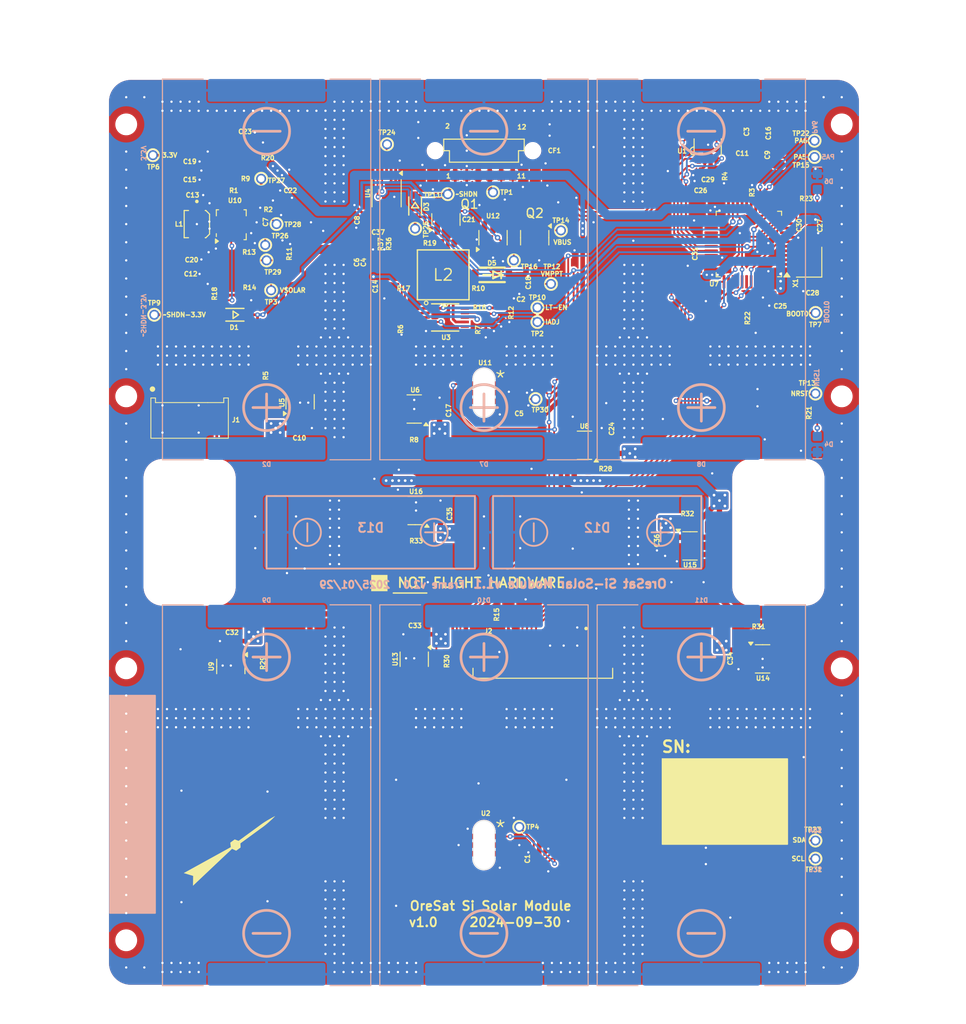
<source format=kicad_pcb>
(kicad_pcb (version 20240108) (generator "pcbnew") (generator_version "8.0")
  (title_block (title "OreSat Solar Module - Silicon Cells") (date "2024-09-30") (rev "1.0"))
  (layers (0 "F.Cu" signal) (31 "B.Cu" signal) (34 "B.Paste" user) (35 "F.Paste" user) (36 "B.SilkS" user "B.Silkscreen") (37 "F.SilkS" user "F.Silkscreen") (38 "B.Mask" user) (39 "F.Mask" user) (44 "Edge.Cuts" user))
  (net 0 "")
  (net 1 "Net-(C2-Pad1)")
  (net 2 "VSOLAR")
  (net 3 "3.3V")
  (net 4 "Net-(U10-VAUX)")
  (net 5 "CANH")
  (net 6 "CANL")
  (net 7 "GND")
  (net 8 "Net-(U10-VIN)")
  (net 9 "/1u_panel-power/TPS-VOUT-3.3V")
  (net 10 "LT1618-ENABLE")
  (net 11 "/1u_panel-power/VMPPT")
  (net 12 "Net-(U10-FB)")
  (net 13 "VBUS")
  (net 14 "Net-(D2-A1)")
  (net 15 "LT1618-IADJ")
  (net 16 "/1u_panel-power/~{SHUTDOWN}")
  (net 17 "Net-(CF1-AUX-Pad7)")
  (net 18 "/1u_panel-power/~{SHDN-3.3V}")
  (net 19 "/1u_panel-power/~{SHDN-OUPUT}")
  (net 20 "Net-(D4-PadA)")
  (net 21 "Net-(D5-ANODE)")
  (net 27 "/1u_panel-microcontroller/NRESET")
  (net 28 "/1u_panel-microcontroller/PA3{slash}USART2_RX")
  (net 29 "/1u_panel-microcontroller/PA2{slash}USART2_TX")
  (net 30 "/1u_panel-microcontroller/SWDIO")
  (net 31 "/1u_panel-microcontroller/SWCLK")
  (net 32 "Net-(J2-DEBUG-1)")
  (net 33 "Net-(U10-L1)")
  (net 34 "Net-(U10-L2)")
  (net 35 "Net-(Q2A-G)")
  (net 36 "Net-(Q2A-S)")
  (net 37 "Net-(U10-PG)")
  (net 38 "SCL")
  (net 39 "SDA")
  (net 40 "Net-(U10-PS{slash}SYNC)")
  (net 41 "/1u_panel-microcontroller/BOOT0")
  (net 42 "/1u_panel-microcontroller/PA0")
  (net 43 "Net-(U7-PA5)")
  (net 44 "Net-(U12-STAT)")
  (net 45 "Net-(U7-PA6)")
  (net 46 "Net-(U11-ALERT)")
  (net 47 "/1u_panel-microcontroller/CAN_TX")
  (net 48 "/1u_panel-microcontroller/CAN_RX")
  (net 49 "/1u_panel-microcontroller/CAN_SHDN")
  (net 50 "/1u_panel-microcontroller/CAN_SILENT")
  (net 65 "Net-(D7-A1)")
  (net 66 "Net-(D8-A1)")
  (net 67 "Net-(D9-A1)")
  (net 68 "Net-(D10-A1)")
  (net 69 "Net-(D11-A1)")
  (net 70 "Net-(D12-A1)")
  (net 71 "Net-(D13-A1)")
  (net 80 "Net-(U4-Vin+)")
  (net 81 "Net-(U4-Vbus)")
  (net 82 "Net-(U4-~{Alert})")
  (net 83 "Net-(U2-ALERT)")
  (net 84 "/1u_panel-microcontroller/OSC_OUT")
  (net 85 "/1u_panel-microcontroller/OSC_IN")
  (net 86 "Net-(D6-A)")
  (net 89 "Net-(U3-FB)")
  (net 90 "Net-(U3-VC)")
  (net 91 "Net-(U3-ISN)")
  (net 92 "Net-(Q1-D)")
  (footprint "oresat-misc:TestPoint-0.75mm-th" (layer "F.Cu") (at 185.1 141)
    (property "Reference" "TP31")
    (property "Value" "TEST-POINT-LARGE-SQUARE" (hide yes))
  )
  (footprint "oresat-passives:0805-C-NOSILK" (layer "F.Cu") (at 181 60.7536 90)
    (property "Reference" "C16")
    (property "Value" "22u" (hide yes))
  )
  (footprint "oresat-misc:TestPoint-0.75mm-th" (layer "F.Cu") (at 154.4011 80.2036)
    (property "Reference" "TP10")
    (property "Value" "TEST-POINT-LARGE-SQUARE" (hide yes))
  )
  (footprint "Package_TO_SOT_SMD:SOT-23-6" (layer "F.Cu") (at 154.1011 72.5036 -90)
    (property "Reference" "Q2")
    (property "Value" "DMP2240UDM-7")
  )
  (footprint "oresat-misc:ECS-160-10-36Q-ES-TR" (layer "F.Cu") (at 184.4 75.2 90)
    (property "Reference" "X1")
    (property "Value" "ECS-160-10-36Q-ES-TR")
  )
  (footprint "oresat-passives:0603-C-NOSILK" (layer "F.Cu") (at 148.2 79.2036 180)
    (property "Reference" "R16")
    (property "Value" "2k")
  )
  (footprint "oresat-passives:0603-C-NOSILK" (layer "F.Cu") (at 152.4 77.3 -90)
    (property "Reference" "C18")
    (property "Value" "4.7u")
  )
  (footprint "oresat-passives:0603-C-NOSILK" (layer "F.Cu") (at 171.8 76.3 -90)
    (property "Reference" "C31")
    (property "Value" "100n")
  )
  (footprint "oresat-passives:0603-C-NOSILK" (layer "F.Cu") (at 144.5 73.1)
    (property "Reference" "R19")
    (property "Value" "100k")
  )
  (footprint "Fiducial:Fiducial_1mm_Mask2mm" (layer "F.Cu") (at 184.0011 150.0036)
    (property "Reference" "U$2" (hide yes))
    (property "Value" "FIDUCIAL" (hide yes))
  )
  (footprint "oresat-misc:TestPoint-0.75mm-th" (layer "F.Cu") (at 124.3511 73.3036 180)
    (property "Reference" "TP26")
    (property "Value" "TEST-POINT-LARGE-SQUARE" (hide yes))
  )
  (footprint "oresat-passives:0805-C-NOSILK" (layer "F.Cu") (at 118.8011 64.1036 180)
    (property "Reference" "C19")
    (property "Value" "22u")
  )
  (footprint "oresat-passives:0603-C-NOSILK" (layer "F.Cu") (at 173.2 65.2)
    (property "Reference" "C29")
    (property "Value" "100n")
  )
  (footprint "oresat-passives:0603-C-NOSILK" (layer "F.Cu") (at 118.9511 67.8036 180)
    (property "Reference" "C13")
    (property "Value" "10u")
  )
  (footprint "oresat-passives:0603-C-NOSILK" (layer "F.Cu") (at 150.4 80.9 90)
    (property "Reference" "R12")
    (property "Value" "14.7k")
  )
  (footprint "oresat-passives:744042100" (layer "F.Cu") (at 144 76.6)
    (property "Reference" "L2")
    (property "Value" "10u")
  )
  (footprint "oresat-misc:TestPoint-0.75mm-th" (layer "F.Cu") (at 155.9 77.6)
    (property "Reference" "TP12")
    (property "Value" "TEST-POINT-LARGE-SQUARE" (hide yes))
  )
  (footprint "oresat-passives:0805-C-NOSILK" (layer "F.Cu") (at 118.8011 66.1036 180)
    (property "Reference" "C15")
    (property "Value" "22u")
  )
  (footprint "oresat-ics:DBV6-SLOT" (layer "F.Cu") (at 148.5011 139.5036)
    (property "Reference" "U2")
    (property "Value" "TMP101NA/3KSLOTTED")
    (fp_line (start -1.2 -1.5) (end -1.2 1.5) (stroke (width 0.05)) (layer "Edge.Cuts"))
    (fp_line (start 1.2 1.5) (end 1.2 -1.5) (stroke (width 0.05)) (layer "Edge.Cuts"))
    (fp_arc (start -1.2 -1.5) (mid 0 -2.7) (end 1.2 -1.5) (stroke (width 0.05)) (layer "Edge.Cuts"))
    (fp_arc (start 1.2 1.5) (mid 0 2.7) (end -1.2 1.5) (stroke (width 0.05)) (layer "Edge.Cuts"))
  )
  (footprint "oresat-misc:TestPoint-0.75mm-th" (layer "F.Cu") (at 185.0011 61.8036)
    (property "Reference" "TP22")
    (property "Value" "TEST-POINT-LARGE-SQUARE" (hide yes))
  )
  (footprint "oresat-passives:0603-C-NOSILK" (layer "F.Cu") (at 168.5 106.25 -90)
    (property "Reference" "C36")
    (property "Value" "1u")
  )
  (footprint "oresat-passives:0603-C-NOSILK" (layer "F.Cu") (at 123.49364 70.744654 -90)
    (property "Reference" "C7")
    (property "Value" "100n")
  )
  (footprint "oresat-passives:0805-C-NOSILK" (layer "F.Cu") (at 122.4511 76.7036)
    (property "Reference" "R14")
    (property "Value" "0")
  )
  (footprint "oresat-pcbs:ORESAT-SOLAR-BOARD-V4" (layer "F.Cu") (at 107.0011 155.0036)
    (property "Reference" "PCB1" (hide yes))
    (property "Value" "ORESAT-SOLAR-BOARD-V1.0-SILICON-CELLS")
    (fp_line (start 0 -2.5) (end 0 -97.5) (stroke (width 0.001)) (layer "Edge.Cuts"))
    (fp_line (start 2.5 -100) (end 80.5 -100) (stroke (width 0.001)) (layer "Edge.Cuts"))
    (fp_line (start 4 -56) (end 4 -44) (stroke (width 0.001)) (layer "Edge.Cuts"))
    (fp_line (start 6 -42) (end 12 -42) (stroke (width 0.001)) (layer "Edge.Cuts"))
    (fp_line (start 12 -58) (end 6 -58) (stroke (width 0.001)) (layer "Edge.Cuts"))
    (fp_line (start 14 -44) (end 14 -56) (stroke (width 0.001)) (layer "Edge.Cuts"))
    (fp_line (start 69 -44) (end 69 -56) (stroke (width 0.001)) (layer "Edge.Cuts"))
    (fp_line (start 71 -58) (end 77 -58) (stroke (width 0.001)) (layer "Edge.Cuts"))
    (fp_line (start 77 -42) (end 71 -42) (stroke (width 0.001)) (layer "Edge.Cuts"))
    (fp_line (start 79 -56) (end 79 -44) (stroke (width 0.001)) (layer "Edge.Cuts"))
    (fp_line (start 80.5 0) (end 2.5 0) (stroke (width 0.001)) (layer "Edge.Cuts"))
    (fp_line (start 83 -97.5) (end 83 -2.5) (stroke (width 0.001)) (layer "Edge.Cuts"))
    (fp_arc (start 0 -97.5) (mid 0.732233 -99.267767) (end 2.5 -100) (stroke (width 0.001)) (layer "Edge.Cuts"))
    (fp_arc (start 2.5 0) (mid 0.732233 -0.732233) (end 0 -2.5) (stroke (width 0.001)) (layer "Edge.Cuts"))
    (fp_arc (start 4 -56) (mid 4.585786 -57.414214) (end 6 -58) (stroke (width 0.001)) (layer "Edge.Cuts"))
    (fp_arc (start 6 -42) (mid 4.585786 -42.585786) (end 4 -44) (stroke (width 0.001)) (layer "Edge.Cuts"))
    (fp_arc (start 12 -58) (mid 13.414214 -57.414214) (end 14 -56) (stroke (width 0.001)) (layer "Edge.Cuts"))
    (fp_arc (start 14 -44) (mid 13.414214 -42.585786) (end 12 -42) (stroke (width 0.001)) (layer "Edge.Cuts"))
    (fp_arc (start 69 -56) (mid 69.585786 -57.414214) (end 71 -58) (stroke (width 0.001)) (layer "Edge.Cuts"))
    (fp_arc (start 71 -42) (mid 69.585786 -42.585786) (end 69 -44) (stroke (width 0.001)) (layer "Edge.Cuts"))
    (fp_arc (start 77 -58) (mid 78.414214 -57.414214) (end 79 -56) (stroke (width 0.001)) (layer "Edge.Cuts"))
    (fp_arc (start 79 -44) (mid 78.414214 -42.585786) (end 77 -42) (stroke (width 0.001)) (layer "Edge.Cuts"))
    (fp_arc (start 80.5 -100) (mid 82.267767 -99.267767) (end 83 -97.5) (stroke (width 0.001)) (layer "Edge.Cuts"))
    (fp_arc (start 83 -2.5) (mid 82.267767 -0.732233) (end 80.5 0) (stroke (width 0.001)) (layer "Edge.Cuts"))
  )
  (footprint "oresat-misc:TestPoint-0.75mm-th" (layer "F.Cu") (at 185.1 89.7 180)
    (property "Reference" "TP13")
    (property "Value" "TEST-POINT-LARGE-SQUARE" (hide yes))
  )
  (footprint "oresat-passives:0603-C-NOSILK" (layer "F.Cu") (at 143.7 102.9 90)
    (property "Reference" "C35")
    (property "Value" "1u")
  )
  (footprint "Package_TO_SOT_SMD:TSOT-23-5" (layer "F.Cu") (at 128.2 90.6 90)
    (property "Reference" "U5")
    (property "Value" "LTC4411")
  )
  (footprint "oresat-passives:0603-C-NOSILK" (layer "F.Cu") (at 184.7 72.9)
    (property "Reference" "C27")
    (property "Value" "20p")
  )
  (footprint "Package_SO:VSSOP-10_3x3mm_P0.5mm" (layer "F.Cu") (at 137.75 67.6 -90)
    (property "Reference" "U4")
    (property "Value" "INA226")
  )
  (footprint "oresat-passives:0603-C-NOSILK" (layer "F.Cu") (at 118.8011 74.9036 180)
    (property "Reference" "C20")
    (property "Value" "10u")
  )
  (footprint "oresat-passives:0603-C-NOSILK" (layer "F.Cu") (at 184.45 77.55 180)
    (property "Reference" "C28")
    (property "Value" "20p")
  )
  (footprint "oresat-passives:0603-C-NOSILK" (layer "F.Cu") (at 138.8 71.8)
    (property "Reference" "C37")
    (property "Value" "100n")
  )
  (footprint "Package_SON:Texas_S-PWSON-N10" (layer "F.Cu") (at 120.6011 71.0736 90)
    (property "Reference" "U10")
    (property "Value" "TPS63060DSCR")
  )
  (footprint "oresat-passives:0603-C-NOSILK" (layer "F.Cu") (at 119.8011 78.7036 90)
    (property "Reference" "R18")
    (property "Value" "100k")
  )
  (footprint "oresat-misc:TestPoint-0.75mm-th" (layer "F.Cu") (at 137.8 62.2 180)
    (property "Reference" "TP24")
    (property "Value" "TEST-POINT-LARGE-SQUARE" (hide yes))
  )
  (footprint "oresat-passives:0603-C-NOSILK" (layer "F.Cu") (at 160 97.9 180)
    (property "Reference" "R28")
    (property "Value" "0")
  )
  (footprint "oresat-passives:0603-C-NOSILK" (layer "F.Cu") (at 140.75 93.8 180)
    (property "Reference" "R8")
    (property "Value" "0")
  )
  (footprint "oresat-graphics:FLIGHTMARKER_NEW_BOARDS" (layer "F.Cu") (at 136.3 111.2)
    (property "Reference" "U$1" (hide yes))
    (property "Value" "FLIGHMARKERNEW" (hide yes))
  )
  (footprint "oresat-passives:0603-C-NOSILK" (layer "F.Cu") (at 125.3 87.8 90)
    (property "Reference" "R5")
    (property "Value" "0")
  )
  (footprint "oresat-passives:0603-C-NOSILK" (layer "F.Cu") (at 152.4011 141.0036 90)
    (property "Reference" "C1")
    (property "Value" "100n")
  )
  (footprint "oresat-connectors:J-Harwin-M55-60X1242R" (layer "F.Cu") (at 148.5011 62.9036)
    (property "Reference" "CF1")
    (property "Value" "M55-6021242R" (hide yes))
  )
  (footprint "oresat-misc:TestPoint-0.75mm-th" (layer "F.Cu") (at 124.5011 75.0036 180)
    (property "Reference" "TP29")
    (property "Value" "TEST-POINT-LARGE-SQUARE" (hide yes))
  )
  (footprint "oresat-passives:0603-C-NOSILK" (layer "F.Cu") (at 125.9011 74.3036 -90)
    (property "Reference" "R11")
    (property "Value" "10k")
  )
  (footprint "oresat-graphics:PSAS_LOGO_10X10" (layer "F.Cu") (at 120.7 139.8)
    (property "Reference" "LOGO1" (hide yes))
    (property "Value" "" (hide yes))
  )
  (footprint "oresat-passives:0603-C-NOSILK" (layer "F.Cu") (at 184.6 69.1 180)
    (property "Reference" "R23")
    (property "Value" "2.7k")
  )
  (footprint "oresat-passives:0603-C-NOSILK" (layer "F.Cu") (at 148.7 82.1 -90)
    (property "Reference" "R7")
    (property "Value" "100k")
  )
  (footprint "oresat-passives:0603-C-NOSILK" (layer "F.Cu") (at 140.2 74.1 90)
    (property "Reference" "R36")
    (property "Value" "10")
  )
  (footprint "oresat-passives:0603-C-NOSILK" (layer "F.Cu") (at 123.8 68.4 180)
    (property "Reference" "R2")
    (property "Value" "100k")
  )
  (footprint "oresat-passives:0603-C-NOSILK" (layer "F.Cu") (at 149.7 78.1 180)
    (property "Reference" "R10")
    (property "Value" "82.5k")
  )
  (footprint "oresat-passives:0603-C-NOSILK" (layer "F.Cu") (at 122.4 67.3 180)
    (property "Reference" "R1")
    (property "Value" "560k")
  )
  (footprint "oresat-passives:0603-C-NOSILK" (layer "F.Cu") (at 137.5 75.3 90)
    (property "Reference" "C4")
    (property "Value" "10u")
  )
  (footprint "Package_TO_SOT_SMD:TSOT-23-5" (layer "F.Cu") (at 159.6 95.4 180)
    (property "Reference" "U8")
    (property "Value" "LTC4411")
  )
  (footprint "oresat-misc:TestPoint-0.75mm-th" (layer "F.Cu") (at 125.0011 78.3036)
    (property "Reference" "TP3")
    (property "Value" "TEST-POINT-LARGE-SQUARE" (hide yes))
  )
  (footprint "oresat-passives:0603-C-NOSILK" (layer "F.Cu") (at 135.4 70.6 -90)
    (property "Reference" "C8")
    (property "Value" "100n")
  )
  (footprint "oresat-passives:0603-C-NOSILK" (layer "F.Cu") (at 128 93.5)
    (property "Reference" "C10")
    (property "Value" "1u")
  )
  (footprint "oresat-passives:0603-C-NOSILK" (layer "F.Cu") (at 146.8011 72.0036 -90)
    (property "Reference" "C21")
    (property "Value" "100n")
  )
  (footprint "Package_TO_SOT_SMD:TSOT-23-5" (layer "F.Cu") (at 140.8 91.4 180)
    (property "Reference" "U6")
    (property "Value" "LTC4411")
  )
  (footprint "oresat-passives:0603-C-NOSILK" (layer "F.Cu") (at 122.5011 75.0036 180)
    (property "Reference" "R13")
    (property "Value" "NP")
  )
  (footprint "oresat-misc:TestPoint-0.75mm-th" (layer "F.Cu") (at 152.4 137.5 180)
    (property "Reference" "TP4")
    (property "Value" "TEST-POINT-LARGE-SQUARE" (hide yes))
  )
  (footprint "Fiducial:Fiducial_1mm_Mask2mm" (layer "F.Cu") (at 113.0011 61.0036)
    (property "Reference" "U$3" (hide yes))
    (property "Value" "FIDUCIAL" (hide yes))
  )
  (footprint "oresat-misc:TestPoint-0.75mm-th" (layer "F.Cu") (at 157 71.7)
    (property "Reference" "TP14")
    (property "Value" "TEST-POINT-LARGE-SQUARE" (hide yes))
  )
  (footprint "oresat-passives:0805-C-NOSILK" (layer "F.Cu") (at 180.997736 63.600302 -90)
    (property "Reference" "C9")
    (property "Value" "22u" (hide yes))
  )
  (footprint "oresat-misc:TestPoint-0.75mm-th" (layer "F.Cu") (at 151.8 75 90)
    (property "Reference" "TP16")
    (property "Value" "TEST-POINT-LARGE-SQUARE" (hide yes))
  )
  (footprint "oresat-misc:TestPoint-0.75mm-th" (layer "F.Cu") (at 111.9511 63.4036 180)
    (property "Reference" "TP6")
    (property "Value" "TEST-POINT-LARGE-SQUARE" (hide yes))
  )
  (footprint "oresat-misc:TestPoint-0.75mm-th" (layer "F.Cu") (at 140.9011 71.5036 -90)
    (property "Reference" "TP25")
    (property "Value" "TEST-POINT-LARGE-SQUARE" (hide yes))
  )
  (footprint "oresat-passives:0603-C-NOSILK" (layer "F.Cu") (at 143.3 119 -90)
    (property "Reference" "R30")
    (property "Value" "0")
  )
  (footprint "oresat-misc:TestPoint-0.75mm-th" (layer "F.Cu") (at 144.5 67.7)
    (property "Reference" "TP11")
    (property "Value" "TEST-POINT-LARGE-SQUARE" (hide yes))
  )
  (footprint "oresat-misc:TestPoint-0.75mm-th" (layer "F.Cu") (at 112.1011 81.0036)
    (property "Reference" "TP9")
    (property "Value" "TEST-POINT-LARGE-SQUARE" (hide yes))
  )
  (footprint "Package_TO_SOT_SMD:TSOT-23-6" (layer "F.Cu") (at 149.5011 72.5036 90)
    (property "Reference" "U12")
    (property "Value" "LTC4412")
  )
  (footprint "oresat-ics:DBV6-SLOT" (layer "F.Cu") (at 148.5011 89.6036)
    (property "Reference" "U11")
    (property "Value" "TMP101NA/3KSLOTTED")
    (fp_line (start -1.2 -1.5) (end -1.2 1.5) (stroke (width 0.05)) (layer "Edge.Cuts"))
    (fp_line (start 1.2 1.5) (end 1.2 -1.5) (stroke (width 0.05)) (layer "Edge.Cuts"))
    (fp_arc (start -1.2 -1.5) (mid 0 -2.7) (end 1.2 -1.5) (stroke (width 0.05)) (layer "Edge.Cuts"))
    (fp_arc (start 1.2 1.5) (mid 0 2.7) (end -1.2 1.5) (stroke (width 0.05)) (layer "Edge.Cuts"))
  )
  (footprint "oresat-misc:TestPoint-0.75mm-th" (layer "F.Cu") (at 154.4011 81.8036)
    (property "Reference" "TP2")
    (property "Value" "TEST-POINT-LARGE-SQUARE" (hide yes))
  )
  (footprint "oresat-passives:0603-C-NOSILK" (layer "F.Cu") (at 123.05 119.3 -90)
    (property "Reference" "R29")
    (property "Value" "0")
  )
  (footprint "oresat-passives:0805-C-NOSILK" (layer "F.Cu") (at 151.2 113.9 90)
    (property "Reference" "R15")
    (property "Value" "0")
  )
  (footprint "oresat-passives:0603-C-NOSILK" (layer "F.Cu") (at 136.25 75.3 90)
    (property "Reference" "C6")
    (property "Value" "100n")
  )
  (footprint "oresat-ics:MSOP-10_MS" (layer "F.Cu") (at 144.217901 81.3)
    (property "Reference" "U3")
    (property "Value" "LT1618EMSTRPBF")
  )
  (footprint "Package_TO_SOT_SMD:TSOT-23-5" (layer "F.Cu") (at 140.8 119 -90)
    (property "Reference" "U13")
    (property "Value" "LTC4411")
  )
  (footprint "oresat-misc:TestPoint-0.75mm-th" (layer "F.Cu") (at 185.1 139)
    (property "Reference" "TP23")
    (property "Value" "TEST-POINT-LARGE-SQUARE" (hide yes))
  )
  (footprint "oresat-passives:0603-C-NOSILK" (layer "F.Cu") (at 176 66.7 90)
    (property "Reference" "R4")
    (property "Value" "4.7k")
  )
  (footprint "oresat-passives:0603-C-NOSILK" (layer "F.Cu") (at 170.9 104)
    (property "Reference" "R32")
    (property "Value" "0")
  )
  (footprint "oresat-diodes:SOD123" (layer "F.Cu") (at 149.4 76.6 180)
    (property "Reference" "D5")
    (property "Value" "NRVB130LSFT1G")
  )
  (footprint "Package_TO_SOT_SMD:TSOT-23-5" (layer "F.Cu") (at 120.55 119.8 -90)
    (property "Reference" "U9")
    (property "Value" "LTC4411")
  )
  (footprint "oresat-passives:0603-C-NOSILK" (layer "F.Cu") (at 120.75 117 180)
    (property "Reference" "C32")
    (property "Value" "1u")
  )
  (footprint "oresat-ics:SOT23-8_TI-DCN" (layer "F.Cu") (at 173.2 62.5)
    (property "Reference" "U1")
    (property "Value" "TCAN330GDCNT" (hide yes))
  )
  (footprint "oresat-misc:TestPoint-0.75mm-th" (layer "F.Cu") (at 125.6 71)
    (property "Reference" "TP28")
    (property "Value" "TEST-POINT-LARGE-SQUARE" (hide yes))
  )
  (footprint "oresat-passives:IND_1226AS-H-1R0N=P2" (layer "F.Cu") (at 116.8011 71.0036 -90)
    (property "Reference" "L1")
    (property "Value" "1u")
  )
  (footprint "oresat-passives:0603-C-NOSILK" (layer "F.Cu") (at 184.2 71.2 90)
    (property "Reference" "C30")
    (property "Value" "100n")
  )
  (footprint "oresat-passives:0603-C-NOSILK" (layer "F.Cu") (at 177.1 66.7 90)
    (property "Reference" "R3")
    (property "Value" "4.7k")
  )
  (footprint "oresat-misc:TestPoint-0.75mm-th" (layer "F.Cu") (at 185.11402 80.8)
    (property "Reference" "TP7")
    (property "Value" "TEST-POINT-LARGE-SQUARE" (hide yes))
  )
  (footprint "oresat-passives:0603-C-NOSILK" (layer "F.Cu") (at 180.7 79.1)
    (property "Reference" "C25")
    (property "Value" "100n")
  )
  (footprint "oresat-connectors:J-TE-2-1734592-0" (layer "F.Cu") (at 155 118.2 180)
    (property "Reference" "J2")
    (property "Value" "2-1734592-0")
  )
  (footprint "oresat-passives:0603-C-NOSILK" (layer "F.Cu") (at 152.4011 90.3036 90)
    (property "Reference" "C5")
    (property "Value" "100n")
  )
  (footprint "oresat-misc:TestPoint-0.75mm-th" (layer "F.Cu") (at 123.9 66)
    (property "Reference" "TP27")
    (property "Value" "TEST-POINT-LARGE-SQUARE" (hide yes))
  )
  (footprint "oresat-passives:0805-C-NOSILK" (layer "F.Cu") (at 118.8011 76.5036 180)
    (property "Reference" "C12")
    (property "Value" "10u")
  )
  (footprint "oresat-passives:0603-C-NOSILK" (layer "F.Cu") (at 185.3 91.9 -90)
    (property "Reference" "R21")
    (property "Value" "2.7k")
  )
  (footprint "oresat-passives:0603-C-NOSILK" (layer "F.Cu") (at 139 74.1 -90)
    (property "Reference" "R37")
    (property "Value" "10")
  )
  (footprint "oresat-misc:TestPoint-0.75mm-th" (layer "F.Cu") (at 154.2011 90.3036)
    (property "Reference" "TP30")
    (property "Value" "TEST-POINT-LARGE-SQUARE" (hide yes))
  )
  (footprint "Package_QFP:LQFP-48_7x7mm_P0.5mm" (layer "F.Cu") (at 177.75 73.2 180)
    (property "Reference" "U7")
    (property "Value" "STM32F091CCT7" (hide yes))
  )
  (footprint "oresat-passives:0603-C-NOSILK" (layer "F.Cu") (at 140.9 105 180)
    (property "Reference" "R33")
    (property "Value" "0")
  )
  (footprint "oresat-passives:0603-C-NOSILK" (layer "F.Cu") (at 150.4 79.2036)
    (property "Reference" "C2")
    (property "Value" "10n")
  )
  (footprint "oresat-passives:0603-C-NOSILK" (layer "F.Cu") (at 124.6 67.3)
    (property "Reference" "C22")
    (property "Value" "10p")
  )
  (footprint "oresat-passives:0603-C-NOSILK" (layer "F.Cu") (at 178.5 81.5036 -90)
    (property "Reference" "R22")
    (property "Value" "10k")
  )
  (footprint "oresat-passives:0805-C-NOSILK" (layer "F.Cu") (at 139.6 76.6)
    (property "Reference" "R17")
    (property "Value" "0.1")
  )
  (footprint "oresat-passives:0603-C-NOSILK" (layer "F.Cu") (at 176.6 118.7 -90)
    (property "Reference" "C34")
    (property "Value" "1u")
  )
  (footprint "oresat-diodes:D-SOD323-R" (layer "F.Cu") (at 140.9011 69.0036 -90)
    (property "Reference" "D3")
    (property "Value" "1N4151WS" (hide yes))
  )
  (footprint "oresat-misc:TestPoint-0.75mm-th" (layer "F.Cu") (at 149.5 67.5 90)
    (property "Reference" "TP1")
    (property "Value" "TEST-POINT-LARGE-SQUARE" (hide yes))
  )
  (footprint "Package_TO_SOT_SMD:TSOT-23-5" (layer "F.Cu") (at 179.2625 118.9625)
    (property "Reference" "U14")
    (property "Value" "LTC4411")
  )
  (footprint "oresat-passives:0805-C-NOSILK" (layer "F.Cu") (at 176.9 64.3)
    (property "Reference" "C11")
    (property "Value" "22u" (hide yes))
  )
  (footprint "oresat-diodes:D-SOD323-R" (layer "F.Cu") (at 121.0011 81.0036 180)
    (property "Reference" "D1")
    (property "Value" "1N4151WS" (hide yes))
  )
  (footprint "oresat-passives:0805-C-NOSILK" (layer "F.Cu") (at 176.1011 60.7536 90)
    (property "Reference" "C3")
    (property "Value" "22u" (hide yes))
  )
  (footprint "oresat-passives:0603-C-NOSILK" (layer "F.Cu") (at 162.6 95.6 90)
    (property "Reference" "C24")
    (property "Value" "1u")
  )
  (footprint "oresat-misc:TestPoint-0.75mm-th" (layer "F.Cu") (at 185.0011 63.6036)
    (property "Reference" "TP15")
    (property "Value" "TEST-POINT-LARGE-SQUARE" (hide yes))
  )
  (footprint "oresat-passives:0805-C-NOSILK" (layer "F.Cu") (at 122.4 62)
    (property "Reference" "C23")
    (property "Value" "22u")
  )
  (footprint "oresat-passives:0603-C-NOSILK" (layer "F.Cu") (at 141 116.3 180)
    (property "Reference" "C33")
    (property "Value" "1u")
  )
  (footprint "oresat-passives:0603-C-NOSILK" (layer "F.Cu") (at 140.25 82.6 -90)
    (property "Reference" "R6")
    (property "Value" "100k")
  )
  (footprint "oresat-passives:0603-C-NOSILK" (layer "F.Cu") (at 137.5 77.8 -90)
    (property "Reference" "C14")
    (property "Value" "4.7u")
  )
  (footprint "oresat-passives:0805-C-NOSILK" (layer "F.Cu") (at 122.4 63.7 180)
    (property "Reference" "R20")
    (property "Value" "0")
  )
  (footprint "oresat-passives:0603-C-NOSILK" (layer "F.Cu") (at 143.6 91.6 90)
    (property "Reference" "C17")
    (property "Value" "1u")
  )
  (footprint "Package_TO_SOT_SMD:TSOT-23-5" (layer "F.Cu") (at 171.25 106.5)
    (property "Reference" "U15")
    (property "Value" "LTC4411")
  )
  (footprint "Package_TO_SOT_SMD:TSOT-23-5" (layer "F.Cu") (at 140.9 102.6 180)
    (property "Reference" "U16")
    (property "Value" "LTC4411")
  )
  (footprint "oresat-passives:0603-C-NOSILK" (layer "F.Cu") (at 122.1511 65.1 180)
    (property "Reference" "R9")
    (property "Value" "1M")
  )
  (footprint "oresat-passives:0603-C-NOSILK" (layer "F.Cu") (at 174.3 67.3 180)
    (property "Reference" "C26")
    (property "Value" "100n")
  )
  (footprint "Package_TO_SOT_SMD:SOT-23" (layer "F.Cu") (at 144.3 70.5 90)
    (property "Reference" "Q1")
    (property "Value" "NTR4101P")
  )
  (footprint "oresat-passives:0603-C-NOSILK" (layer "F.Cu") (at 178.8125 116.3125)
    (property "Reference" "R31")
    (property "Value" "0")
  )
  (footprint "oresat-connectors:SAMTEC-MMS-104-02-X-SH" (layer "F.Cu") (at 116.0011 92.4036)
    (property "Reference" "J1")
    (property "Value" "MMS-104-01-[F/L]-SH" (hide yes))
  )
  (footprint "Fiducial:Fiducial_1mm_Mask2mm" (layer "F.Cu") (at 113.0011 150.0036)
    (property "Reference" "U$4" (hide yes))
    (property "Value" "FIDUCIAL" (hide yes))
  )
  (footprint "oresat-misc:KXOB2502X8TF" (layer "B.Cu") (at 136 105 180)
    (property "Reference" "D13")
    (property "Value" "KXOB2502X8TF")
  )
  (footprint "oresat-diodes:LED-0603" (layer "B.Cu") (at 185.3 95.3 -90)
    (property "Reference" "D4")
    (property "Value" "GREEN")
  )
  (footprint "oresat-diodes:LED-0603" (layer "B.Cu") (at 185.3 66.3 90)
    (property "Reference" "D6")
    (property "Value" "AMBER")
  )
  (footprint "oresat-misc:KXOB101K08TF" (layer "B.Cu") (at 124.5 76 90)
    (property "Reference" "D2")
    (property "Value" "KXOB101K08TF" (hide yes))
  )
  (footprint "oresat-misc:KXOB101K08TF" (layer "B.Cu") (at 124.5 134 -90)
    (property "Reference" "D9")
    (property "Value" "KXOB101K08TF" (hide yes))
  )
  (footprint "oresat-misc:KXOB101K08TF" (layer "B.Cu") (at 148.5 76 90)
    (property "Reference" "D7")
    (property "Value" "KXOB101K08TF" (hide yes))
  )
  (footprint "oresat-misc:KXOB101K08TF" (layer "B.Cu") (at 172.5 76 90)
    (property "Reference" "D8")
    (property "Value" "KXOB101K08TF" (hide yes))
  )
  (footprint "oresat-misc:KXOB2502X8TF" (layer "B.Cu") (at 161 105 180)
    (property "Reference" "D12")
    (property "Value" "KXOB2502X8TF")
  )
  (footprint "oresat-misc:KXOB101K08TF" (layer "B.Cu") (at 172.5 134 -90)
    (property "Reference" "D11")
    (property "Value" "KXOB101K08TF" (hide yes))
  )
  (footprint "oresat-misc:KXOB101K08TF" (layer "B.Cu") (at 148.5 134 -90)
    (property "Reference" "D10")
    (property "Value" "KXOB101K08TF" (hide yes))
  )
  (gr_rect (start 119.008867 69.220695) (end 119.657408 69.928099) (stroke (width 0.2)) (fill solid) (layer "F.Cu") (net 34))
  (gr_rect (start 119 72.211575) (end 119.648541 72.98105) (stroke (width 0.2)) (fill solid) (layer "F.Cu") (net 33))
  (gr_rect (start 107.2 123.0036) (end 112.2 147.0036) (stroke (width 0.15)) (fill solid) (layer "B.SilkS"))
  (gr_rect (start 168.2 130) (end 182 139.4) (stroke (width 0.15)) (fill solid) (layer "F.SilkS"))
  (gr_text "~SHDN-3.3V" (at 110.6 83.5 -90) (layer "B.SilkS") (effects (font (size 0.508 0.508) (thickness 0.127)) (justify left bottom mirror)))
  (gr_text "3.3V" (at 110.6 64.1 -90) (layer "B.SilkS") (effects (font (size 0.508 0.508) (thickness 0.127)) (justify left bottom mirror)))
  (gr_text "PA5" (at 187.3 63.9 0) (layer "B.SilkS") (effects (font (size 0.508 0.508) (thickness 0.127)) (justify left bottom mirror)))
  (gr_text "2025/01/29" (at 138.25 111.25 0) (layer "B.SilkS") (effects (font (size 0.8 0.8) (thickness 0.2)) (justify left bottom mirror)))
  (gr_text "OreSat Si-Solar Module v1.1" (at 158 111.25 0) (layer "B.SilkS") (effects (font (size 0.96 0.96) (thickness 0.24)) (justify bottom mirror)))
  (gr_text "Frame v2.0" (at 146.5 111.25 0) (layer "B.SilkS") (effects (font (size 0.8 0.8) (thickness 0.2)) (justify left bottom mirror)))
  (gr_text "BOOT0" (at 186 82 -90) (layer "B.SilkS") (effects (font (size 0.508 0.508) (thickness 0.127)) (justify left bottom mirror)))
  (gr_text "SCL" (at 185.9 142.5 0) (layer "B.SilkS") (effects (font (size 0.508 0.508) (thickness 0.127)) (justify left bottom mirror)))
  (gr_text "NRST" (at 184.9 89 -90) (layer "B.SilkS") (effects (font (size 0.508 0.508) (thickness 0.127)) (justify left bottom mirror)))
  (gr_text "SDA" (at 185.9 138.2 0) (layer "B.SilkS") (effects (font (size 0.508 0.508) (thickness 0.127)) (justify left bottom mirror)))
  (gr_text "PA6" (at 184.7 61.1 -90) (layer "B.SilkS") (effects (font (size 0.508 0.508) (thickness 0.127)) (justify left bottom mirror)))
  (gr_text "${ISSUE_DATE}" (at 146.8 148.6 0) (layer "F.SilkS") (effects (font (size 1 1) (thickness 0.2) (bold yes)) (justify left bottom)))
  (gr_text "SN:" (at 168 129.4 0) (layer "F.SilkS") (effects (font (size 1.27 1.27) (thickness 0.254) (bold yes)) (justify left bottom)))
  (gr_text "BOOT0" (at 181.8 81.2 0) (layer "F.SilkS") (effects (font (size 0.508 0.508) (thickness 0.127)) (justify left bottom)))
  (gr_text "PA6" (at 182.7 62.1 0) (layer "F.SilkS") (effects (font (size 0.508 0.508) (thickness 0.127)) (justify left bottom)))
  (gr_text "IADJ" (at 155.2 82.1 0) (layer "F.SilkS") (effects (font (size 0.508 0.508) (thickness 0.127)) (justify left bottom)))
  (gr_text "NRST" (at 182.3 90 0) (layer "F.SilkS") (effects (font (size 0.508 0.508) (thickness 0.127)) (justify left bottom)))
  (gr_text "VSOLAR" (at 125.9 78.6 0) (layer "F.SilkS") (effects (font (size 0.508 0.508) (thickness 0.127)) (justify left bottom)))
  (gr_text "~SHDN-3.3V" (at 113 81.3 0) (layer "F.SilkS") (effects (font (size 0.508 0.508) (thickness 0.127)) (justify left bottom)))
  (gr_text "3.3V" (at 112.9 63.7 0) (layer "F.SilkS") (effects (font (size 0.508 0.508) (thickness 0.127)) (justify left bottom)))
  (gr_text "SCL" (at 182.4011 141.3036 0) (layer "F.SilkS") (effects (font (size 0.508 0.508) (thickness 0.127)) (justify left bottom)))
  (gr_text "VMPPT" (at 154.7 76.8 0) (layer "F.SilkS") (effects (font (size 0.508 0.508) (thickness 0.127)) (justify left bottom)))
  (gr_text "VBUS" (at 156.1 73.3 0) (layer "F.SilkS") (effects (font (size 0.508 0.508) (thickness 0.127)) (justify left bottom)))
  (gr_text "PA5" (at 182.6 63.9 0) (layer "F.SilkS") (effects (font (size 0.508 0.508) (thickness 0.127)) (justify left bottom)))
  (gr_text "LT-EN" (at 155.2 80.5 0) (layer "F.SilkS") (effects (font (size 0.508 0.508) (thickness 0.127)) (justify left bottom)))
  (gr_text "~SHDN" (at 145.3 68 0) (layer "F.SilkS") (effects (font (size 0.508 0.508) (thickness 0.127)) (justify left bottom)))
  (gr_text "SDA" (at 182.5 139.25 0) (layer "F.SilkS") (effects (font (size 0.508 0.508) (thickness 0.127)) (justify left bottom)))
  (gr_text "OreSat Si Solar Module" (at 140.2 146.8 0) (layer "F.SilkS") (effects (font (size 1 1) (thickness 0.2) (bold yes)) (justify left bottom)))
  (gr_text "v${REVISION}" (at 140.1 148.6 0) (layer "F.SilkS") (effects (font (size 1 1) (thickness 0.2) (bold yes)) (justify left bottom)))
  (segment (start 148.9 79.2036) (end 149.7 79.2036) (width 0.3) (layer "F.Cu") (net 1))
  (segment (start 126.25 87.5) (end 127.25 88.5) (width 0.6) (layer "F.Cu") (net 2))
  (segment (start 129.287611 114.612389) (end 129.287611 117.312389) (width 0.6) (layer "F.Cu") (net 2))
  (segment (start 125.0011 76.7047) (end 125 76.7036) (width 0.2) (layer "F.Cu") (net 2))
  (segment (start 126.25 87.5) (end 126.25 87.1) (width 0.6) (layer "F.Cu") (net 2))
  (segment (start 134 73.8) (end 130.1 73.8) (width 1) (layer "F.Cu") (net 2))
  (segment (start 147.55 81.3) (end 147.75 81.5) (width 0.2) (layer "F.Cu") (net 2))
  (segment (start 134.9 74.7) (end 134.9 76.3) (width 1) (layer "F.Cu") (net 2))
  (segment (start 137.7 119.9) (end 137.7 114) (width 0.6) (layer "F.Cu") (net 2))
  (segment (start 177.3 115) (end 174.5 112.2) (width 0.6) (layer "F.Cu") (net 2))
  (segment (start 139.425 76.6) (end 139.425 75.7) (width 0.1524) (layer "F.Cu") (net 2))
  (segment (start 137.7 114) (end 137.7 106.2) (width 1) (layer "F.Cu") (net 2))
  (segment (start 139.6625 92.8625) (end 139.6625 92.35) (width 0.2) (layer "F.Cu") (net 2))
  (segment (start 142.2625 120.1375) (end 142.7 119.7) (width 0.2) (layer "F.Cu") (net 2))
  (segment (start 139 75.275) (end 139 74.8) (width 0.1524) (layer "F.Cu") (net 2))
  (segment (start 137.7 114) (end 129.9 114) (width 0.6) (layer "F.Cu") (net 2))
  (segment (start 129.287611 117.312389) (end 125.6625 120.9375) (width 0.6) (layer "F.Cu") (net 2))
  (segment (start 123.05 120) (end 123.05 120.9375) (width 0.2) (layer "F.Cu") (net 2))
  (segment (start 158.4625 96.35) (end 158.4625 97.9) (width 0.6) (layer "F.Cu") (net 2))
  (segment (start 173.9 102.1) (end 172.3875 103.6125) (width 0.6) (layer "F.Cu") (net 2))
  (segment (start 138.8 76.6) (end 139.425 76.6) (width 0.1524) (layer "F.Cu") (net 2))
  (segment (start 125.3 87.1) (end 126.25 87.1) (width 0.2) (layer "F.Cu") (net 2))
  (segment (start 139.6625 92.35) (end 137.75 92.35) (width 0.6) (layer "F.Cu") (net 2))
  (segment (start 158.4625 99.2625) (end 158.5 99.3) (width 0.6) (layer "F.Cu") (net 2))
  (segment (start 130.1 73.8) (end 127.1964 76.7036) (width 1) (layer "F.Cu") (net 2))
  (segment (start 146.330401 81.3) (end 147.55 81.3) (width 0.2) (layer "F.Cu") (net 2))
  (segment (start 137.7 81.8) (end 134.9 79) (width 1.5) (layer "F.Cu") (net 2))
  (segment (start 140.05 93.25) (end 139.6625 92.8625) (width 0.2) (layer "F.Cu") (net 2))
  (segment (start 140.2 105) (end 140.2 104.4) (width 0.2) (layer "F.Cu") (net 2))
  (segment (start 140.2 104.4) (end 139.7625 103.9625) (width 0.2) (layer "F.Cu") (net 2))
  (segment (start 172.3875 103.6125) (end 172.3875 104) (width 0.6) (layer "F.Cu") (net 2))
  (segment (start 141.75 120.1375) (end 141.75 120.9625) (width 0.6) (layer "F.Cu") (net 2))
  (segment (start 137.75 103.55) (end 137.7 103.6) (width 0.6) (layer "F.Cu") (net 2))
  (segment (start 137.75 92.35) (end 137.7 92.3) (width 0.6) (layer "F.Cu") (net 2))
  (segment (start 126.25 76.7536) (end 126.3 76.7036) (width 0.6) (layer "F.Cu") (net 2))
  (segment (start 172.3875 104) (end 172.3875 105.55) (width 0.6) (layer "F.Cu") (net 2))
  (segment (start 180.4 115.8) (end 179.6 115) (width 0.6) (layer "F.Cu") (net 2))
  (segment (start 139.2 121.4) (end 137.7 119.9) (width 0.6) (layer "F.Cu") (net 2))
  (segment (start 180.4 118.0125) (end 180.4 116.3125) (width 0.6) (layer "F.Cu") (net 2))
  (segment (start 159.3 97.9) (end 158.4625 97.9) (width 0.2) (layer "F.Cu") (net 2))
  (segment (start 139.7625 103.9625) (end 139.7625 103.55) (width 0.2) (layer "F.Cu") (net 2))
  (segment (start 179.6 115) (end 177.3 115) (width 0.6) (layer "F.Cu") (net 2))
  (segment (start 129.9 114) (end 129.287611 114.612389) (width 0.6) (layer "F.Cu") (net 2))
  (segment (start 174.5 112.2) (end 174.5 101.5) (width 0.6) (layer "F.Cu") (net 2))
  (segment (start 139.425 75.7) (end 139 75.275) (width 0.1524) (layer "F.Cu") (net 2))
  (segment (start 139.425 80.525) (end 140.2 81.3) (width 0.2) (layer "F.Cu") (net 2))
  (segment (start 125.0011 78.3036) (end 125.0011 76.7047) (width 0.2) (layer "F.Cu") (net 2))
  (segment (start 140.2 81.3) (end 142.105401 81.3) (width 0.2) (layer "F.Cu") (net 2))
  (segment (start 127.1964 76.7036) (end 126.3 76.7036) (width 1) (layer "F.Cu") (net 2))
  (segment (start 125.6625 120.9375) (end 123.05 120.9375) (width 0.6) (layer "F.Cu") (net 2))
  (segment (start 137.7 92.3) (end 137.7 99.3) (width 1.5) (layer "F.Cu") (net 2))
  (segment (start 179.5125 116.3125) (end 180.4 116.3125) (width 0.1524) (layer "F.Cu") (net 2))
  (segment (start 126.25 87.1) (end 126.25 76.7536) (width 0.6) (layer "F.Cu") (net 2))
  (segment (start 137.7 99.3) (end 140.5 99.3) (width 1) (layer "F.Cu") (net 2))
  (segment (start 141.3125 121.4) (end 139.2 121.4) (width 0.6) (layer "F.Cu") (net 2))
  (segment (start 171.6 104) (end 172.3875 104) (width 0.2) (layer "F.Cu") (net 2))
  (segment (start 159.2 99.3) (end 158.5 99.3) (width 1) (layer "F.Cu") (net 2))
  (segment (start 159.9 99.3) (end 159.2 99.3) (width 1) (layer "F.Cu") (net 2))
  (segment (start 134.9 79) (end 134.9 76.3) (width 1.5) (layer "F.Cu") (net 2))
  (segment (start 137.7 103.6) (end 137.7 99.3) (width 1) (layer "F.Cu") (net 2))
  (segment (start 161.3 99.3) (end 160.6 99.3) (width 1) (layer "F.Cu") (net 2))
  (segment (start 127.25 88.5) (end 127.25 89.4625) (width 0.6) (layer "F.Cu") (net 2))
  (segment (start 139.425 78.225) (end 139.425 80.525) (width 0.2) (layer "F.Cu") (net 2))
  (segment (start 160.6 99.3) (end 159.9 99.3) (width 1) (layer "F.Cu") (net 2))
  (segment (start 139.7625 103.55) (end 137.75 103.55) (width 0.6) (layer "F.Cu") (net 2))
  (segment (start 139.425 76.6) (end 139.425 78.225) (width 0.1524) (layer "F.Cu") (net 2))
  (segment (start 125 76.7036) (end 123.2511 76.7036) (width 1) (layer "F.Cu") (net 2))
  (segment (start 158.4625 97.9) (end 158.4625 99.2625) (width 0.6) (layer "F.Cu") (net 2))
  (segment (start 137.7 106.2) (end 137.7 103.6) (width 1) (layer "F.Cu") (net 2))
  (segment (start 126.3 76.7036) (end 125 76.7036) (width 1) (layer "F.Cu") (net 2))
  (segment (start 123.05 120.9375) (end 121.5 120.9375) (width 0.6) (layer "F.Cu") (net 2))
  (segment (start 141.75 120.9625) (end 141.3125 121.4) (width 0.6) (layer "F.Cu") (net 2))
  (segment (start 140.05 93.8) (end 140.05 93.25) (width 0.2) (layer "F.Cu") (net 2))
  (segment (start 134.9 74.7) (end 134 73.8) (width 1) (layer "F.Cu") (net 2))
  (segment (start 141.75 120.1375) (end 142.2625 120.1375) (width 0.2) (layer "F.Cu") (net 2))
  (segment (start 180.4 116.3125) (end 180.4 115.8) (width 0.6) (layer "F.Cu") (net 2))
  (segment (start 137.7 92.3) (end 137.7 81.8) (width 1.5) (layer "F.Cu") (net 2))
  (segment (start 142.7 119.7) (end 143.25 119.7) (width 0.2) (layer "F.Cu") (net 2))
  (via (at 139.1 99.3) (size 0.6) (drill 0.3) (layers "F.Cu" "B.Cu") (net 2))
  (via (at 161.3 99.3) (size 0.6) (drill 0.3) (layers "F.Cu" "B.Cu") (net 2))
  (via (at 147.75 81.5) (size 0.6) (drill 0.3) (layers "F.Cu" "B.Cu") (net 2))
  (via (at 138.4 99.3) (size 0.6) (drill 0.3) (layers "F.Cu" "B.Cu") (net 2))
  (via (at 175.1 100.9) (size 0.6) (drill 0.3) (layers "F.Cu" "B.Cu") (net 2))
  (via (at 160.6 99.3) (size 0.6) (drill 0.3) (layers "F.Cu" "B.Cu") (net 2))
  (via (at 139.8 99.3) (size 0.6) (drill 0.3) (layers "F.Cu" "B.Cu") (net 2))
  (via (at 159.2 99.3) (size 0.6) (drill 0.3) (layers "F.Cu" "B.Cu") (net 2))
  (via (at 136.3 76.8) (size 0.6) (drill 0.3) (layers "F.Cu" "B.Cu") (net 2))
  (via (at 173.9 102.1) (size 0.6) (drill 0.3) (layers "F.Cu" "B.Cu") (net 2))
  (via (at 175.1 102.1) (size 0.6) (drill 0.3) (layers "F.Cu" "B.Cu") (net 2))
  (via (at 159.9 99.3) (size 0.6) (drill 0.3) (layers "F.Cu" "B.Cu") (net 2))
  (via (at 158.5 99.3) (size 0.6) (drill 0.3) (layers "F.Cu" "B.Cu") (net 2))
  (via (at 137.7 99.3) (size 0.6) (drill 0.3) (layers "F.Cu" "B.Cu") (net 2))
  (via (at 173.9 100.9) (size 0.6) (drill 0.3) (layers "F.Cu" "B.Cu") (net 2))
  (via (at 174.5 101.5) (size 0.6) (drill 0.3) (layers "F.Cu" "B.Cu") (net 2))
  (via (at 140.5 99.3) (size 0.6) (drill 0.3) (layers "F.Cu" "B.Cu") (net 2))
  (segment (start 137.9989 76.8) (end 142.4089 81.21) (width 0.3) (layer "B.Cu") (net 2))
  (segment (start 136.3 76.8) (end 137.9989 76.8) (width 0.3) (layer "B.Cu") (net 2))
  (segment (start 140.1 99.3) (end 138.6 99.3) (width 1) (layer "B.Cu") (net 2))
  (segment (start 172.3 99.3) (end 173.9 100.9) (width 1) (layer "B.Cu") (net 2))
  (segment (start 138.6 99.3) (end 137.7 99.3) (width 1) (layer "B.Cu") (net 2))
  (segment (start 147.46 81.21) (end 147.75 81.5) (width 0.3) (layer "B.Cu") (net 2))
  (segment (start 142.4089 81.21) (end 147.46 81.21) (width 0.3) (layer "B.Cu") (net 2))
  (segment (start 140.1 99.3) (end 172.3 99.3) (width 1) (layer "B.Cu") (net 2))
  (segment (start 154.240644 93) (end 152.4 93) (width 0.508) (layer "F.Cu") (net 3))
  (segment (start 126.2011 65.6036) (end 125.7011 65.1036) (width 1) (layer "F.Cu") (net 3))
  (segment (start 169.7 90.5) (end 170.2947 89.9053) (width 0.2) (layer "F.Cu") (net 3))
  (segment (start 170.2947 80.2053) (end 171.8 78.7) (width 0.2) (layer "F.Cu") (net 3))
  (segment (start 125.7011 65.1036) (end 125.2011 64.6036) (width 1) (layer "F.Cu") (net 3))
  (segment (start 152.4011 91.0036) (end 152.4011 92.9989) (width 0.508) (layer "F.Cu") (net 3))
  (segment (start 182.85025 71.94975) (end 184.2 70.6) (width 0.3) (layer "F.Cu") (net 3))
  (segment (start 151.1 111.9037) (end 151.2 111.8037) (width 0.5) (layer "F.Cu") (net 3))
  (segment (start 159.4011 87.839544) (end 157.3011 89.939544) (width 0.508) (layer "F.Cu") (net 3))
  (segment (start 146.7511 140.4536) (end 146.7511 141.595819) (width 0.5) (layer "F.Cu") (net 3))
  (segment (start 152.4011 142.4036) (end 152.4011 141.7036) (width 0.5) (layer "F.Cu") (net 3))
  (segment (start 154.75 117.75) (end 154.75 116.5) (width 0.2) (layer "F.Cu") (net 3))
  (segment (start 184.2 70.5) (end 185.1 70.5) (width 0.5) (layer "F.Cu") (net 3))
  (segment (start 124.4011 63.8036) (end 125.2011 64.6036) (width 1) (layer "F.Cu") (net 3))
  (segment (start 176 66) (end 176 65.2) (width 0.2) (layer "F.Cu") (net 3))
  (segment (start 151.2 111.8037) (end 151.2 110.6) (width 0.5) (layer "F.Cu") (net 3))
  (segment (start 171.8 78.7) (end 171.8 77) (width 0.2) (layer "F.Cu") (net 3))
  (segment (start 147.9 122.9) (end 147.9 131.5) (width 0.5) (layer "F.Cu") (net 3))
  (segment (start 156.995322 104.804678) (end 156.995322 90.245322) (width 0.5) (layer "F.Cu") (net 3))
  (segment (start 151.9011 142.9036) (end 152.4011 142.4036) (width 0.5) (layer "F.Cu") (net 3))
  (segment (start 151.2 110.6) (end 156.995322 104.804678) (width 0.5) (layer "F.Cu") (net 3))
  (segment (start 146.7511 141.595819) (end 148.058881 142.9036) (width 0.5) (layer "F.Cu") (net 3))
  (segment (start 146.5 120.9) (end 146.5 121.5) (width 0.5) (layer "F.Cu") (net 3))
  (segment (start 146.9 120.5) (end 152 120.5) (width 0.2) (layer "F.Cu") (net 3))
  (segment (start 134.2 68.9047) (end 135.3 70.0047) (width 0.3) (layer "F.Cu") (net 3))
  (segment (start 173.1 90.5) (end 183.9 90.5) (width 0.2) (layer "F.Cu") (net 3))
  (segment (start 156.995322 90.245322) (end 157.3011 89.939544) (width 0.508) (layer "F.Cu") (net 3))
  (segment (start 146.5 120.9) (end 146.9 120.5) (width 0.2) (layer "F.Cu") (net 3))
  (segment (start 149.8463 111.9037) (end 151.1 111.9037) (width 0.5) (layer "F.Cu") (net 3))
  (segment (start 147.9 131.5) (end 154.6 138.2) (width 0.5) (layer "F.Cu") (net 3))
  (segment (start 148.058881 142.9036) (end 151.9011 142.9036) (width 0.5) (layer "F.Cu") (net 3))
  (segment (start 151.2 111.8037) (end 151.2 113.1) (width 0.5) (layer "F.Cu") (net 3))
  (segment (start 153.8011 141.7036) (end 152.4011 141.7036) (width 0.5) (layer "F.Cu") (net 3))
  (segment (start 159.4 87.839544) (end 159.4 72.1) (width 0.508) (layer "F.Cu") (net 3))
  (segment (start 170.2947 89.9053) (end 170.2947 80.2053) (width 0.2) (layer "F.Cu") (net 3))
  (segment (start 152 120.5) (end 154.75 117.75) (width 0.2) (layer "F.Cu") (net 3))
  (segment (start 184.6 91.2) (end 185.3 91.2) (width 0.2) (layer "F.Cu") (net 3))
  (segment (start 159.4 71.5) (end 159.4 70.9) (width 0.508) (layer "F.Cu") (net 3))
  (segment (start 152.4 93) (end 147.7 93) (width 0.508) (layer "F.Cu") (net 3))
  (segment (start 154.6 138.2) (end 154.6 140.9047) (width 0.5) (layer "F.Cu") (net 3))
  (segment (start 123.3011 63.8036) (end 124.4011 63.8036) (width 1) (layer "F.Cu") (net 3))
  (segment (start 135.3 69.9) (end 136.65 69.9) (width 0.3) (layer "F.Cu") (net 3))
  (segment (start 182.325 71.94975) (end 182.85025 71.94975) (width 0.3) (layer "F.Cu") (net 3))
  (segment (start 152.4011 92.9989) (end 152.4 93) (width 0.2) (layer "F.Cu") (net 3))
  (segment (start 146.5 120.9) (end 146.5 115.25) (width 0.5) (layer "F.Cu") (net 3))
  (segment (start 159.4 72.1) (end 159.4 71.5) (width 0.508) (layer "F.Cu") (net 3))
  (segment (start 183.9 90.5) (end 184.6 91.2) (width 0.2) (layer "F.Cu") (net 3))
  (segment (start 146.5 121.5) (end 147.9 122.9) (width 0.5) (layer "F.Cu") (net 3))
  (segment (start 136.65 69.9) (end 136.75 69.8) (width 0.3) (layer "F.Cu") (net 3))
  (segment (start 146.7511 89.6036) (end 146.7511 90.5536) (width 0.2) (layer "F.Cu") (net 3))
  (segment (start 135.3 70.0047) (end 135.3 69.9) (width 0.3) (layer "F.Cu") (net 3))
  (segment (start 154.6 140.9047) (end 153.8011 141.7036) (width 0.5) (layer "F.Cu") (net 3))
  (segment (start 169.809632 90.390368) (end 169.7 90.5) (width 0.2) (layer "F.Cu") (net 3))
  (segment (start 147.7 93) (end 146.7511 92.0511) (width 0.508) (layer "F.Cu") (net 3))
  (segment (start 146.5 115.25) (end 149.8463 111.9037) (width 0.5) (layer "F.Cu") (net 3))
  (segment (start 176 66) (end 177.1 66) (width 0.2) (layer "F.Cu") (net 3))
  (segment (start 146.7511 92.0511) (end 146.7511 90.5536) (width 0.508) (layer "F.Cu") (net 3))
  (segment (start 156.995322 90.245322) (end 154.240644 93) (width 0.508) (layer "F.Cu") (net 3))
  (via (at 125.2011 64.6036) (size 0.508) (drill 0.254) (layers "F.Cu" "B.Cu") (net 3))
  (via (at 181.2511 78.1) (size 0.6) (drill 0.3) (layers "F.Cu" "B.Cu") (net 3))
  (via (at 174.3 76.6) (size 0.508) (drill 0.254) (layers "F.Cu" "B.Cu") (net 3))
  (via (at 159.4 70.9) (size 0.508) (drill 0.254) (layers "F.Cu" "B.Cu") (net 3))
  (via (at 125.7011 65.1036) (size 0.508) (drill 0.254) (layers "F.Cu" "B.Cu") (net 3))
  (via (at 159.4 72.1) (size 0.508) (drill 0.254) (layers "F.Cu" "B.Cu") (net 3))
  (via (at 126.2011 65.6036) (size 0.508) (drill 0.254) (layers "F.Cu" "B.Cu") (net 3))
  (via (at 181.2511 76.5) (size 0.6) (drill 0.3) (layers "F.Cu" "B.Cu") (net 3))
  (via (at 185.1 70.5) (size 0.6) (drill 0.3) (layers "F.Cu" "B.Cu") (net 3))
  (via (at 134.2 68.9047) (size 0.508) (drill 0.254) (layers "F.Cu" "B.Cu") (net 3))
  (via (at 169.7 90.5) (size 0.508) (drill 0.254) (layers "F.Cu" "B.Cu") (net 3))
  (via (at 174 69.1) (size 0.508) (drill 0.254) (layers "F.Cu" "B.Cu") (net 3))
  (via (at 173.5 69.5) (size 0.508) (drill 0.254) (layers "F.Cu" "B.Cu") (net 3))
  (via (at 181.2511 77.3) (size 0.6) (drill 0.3) (layers "F.Cu" "B.Cu") (net 3))
  (via (at 173.1 90.5) (size 0.6) (drill 0.3) (layers "F.Cu" "B.Cu") (net 3))
  (via (at 174.5 69.5) (size 0.508) (drill 0.254) (layers "F.Cu" "B.Cu") (net 3))
  (via (at 173.7 76.6) (size 0.508) (drill 0.254) (layers "F.Cu" "B.Cu") (net 3))
  (via (at 159.4 71.5) (size 0.508) (drill 0.254) (layers "F.Cu" "B.Cu") (net 3))
  (via (at 173.1 76.6) (size 0.508) (drill 0.254) (layers "F.Cu" "B.Cu") (net 3))
  (segment (start 169.7 90.5) (end 173.1 90.5) (width 0.2) (layer "B.Cu") (net 3))
  (segment (start 167.9011 70.0036) (end 162.1011 70.0036) (width 1) (layer "B.Cu") (net 3))
  (segment (start 133.5011 69.6036) (end 134.2 68.9047) (width 1) (layer "B.Cu") (net 3))
  (segment (start 181.2511 77.3) (end 181.2511 78.1) (width 1) (layer "B.Cu") (net 3))
  (segment (start 134.2 65.6226) (end 157.7201 65.6226) (width 1) (layer "B.Cu") (net 3))
  (segment (start 157.7201 65.6226) (end 159.39875 67.30125) (width 1) (layer "B.Cu") (net 3))
  (segment (start 183.7047 70.5) (end 185.1 70.5) (width 1) (layer "B.Cu") (net 3))
  (segment (start 177.6011 69.3036) (end 181.2511 72.9536) (width 1) (layer "B.Cu") (net 3))
  (segment (start 174.2964 76.6036) (end 175.7964 75.1036) (width 1) (layer "B.Cu") (net 3))
  (segment (start 159.39875 67.30125) (end 162.1011 70.0036) (width 1) (layer "B.Cu") (net 3))
  (segment (start 181.2511 72.9536) (end 183.7047 70.5) (width 1) (layer "B.Cu") (net 3))
  (segment (start 125.2011 64.6036) (end 125.7011 65.1036) (width 1) (layer "B.Cu") (net 3))
  (segment (start 159.4 70.9) (end 159.4 71.5) (width 0.508) (layer "B.Cu") (net 3))
  (segment (start 159.4 70.9) (end 159.4 67.3025) (width 0.508) (layer "B.Cu") (net 3))
  (segment (start 175.7964 75.1036) (end 181.2511 75.1036) (width 1) (layer "B.Cu") (net 3))
  (segment (start 159.4 71.5) (end 159.4 72.1) (width 0.508) (layer "B.Cu") (net 3))
  (segment (start 181.2511 75.1036) (end 181.2511 76.5) (width 1) (layer "B.Cu") (net 3))
  (segment (start 159.4 67.3025) (end 159.39875 67.30125) (width 0.508) (layer "B.Cu") (net 3))
  (segment (start 181.2511 76.5) (end 181.2511 77.3) (width 1) (layer "B.Cu") (net 3))
  (segment (start 125.7011 65.1036) (end 130.2011 69.6036) (width 1) (layer "B.Cu") (net 3))
  (segment (start 168.6011 69.3036) (end 167.9011 70.0036) (width 1) (layer "B.Cu") (net 3))
  (segment (start 134.2 68.9047) (end 134.2 65.6226) (width 1) (layer "B.Cu") (net 3))
  (segment (start 173.75 76.6036) (end 174.2964 76.6036) (width 1) (layer "B.Cu") (net 3))
  (segment (start 130.2011 69.6036) (end 133.5011 69.6036) (width 1) (layer "B.Cu") (net 3))
  (segment (start 173.8 69.3036) (end 168.6011 69.3036) (width 1) (layer "B.Cu") (net 3))
  (segment (start 173.8 69.3036) (end 177.6011 69.3036) (width 1) (layer "B.Cu") (net 3))
  (segment (start 181.2511 72.9536) (end 181.2511 75.1036) (width 1) (layer "B.Cu") (net 3))
  (segment (start 173.7 76.6) (end 173.1 76.6) (width 1) (layer "B.Cu") (net 3))
  (segment (start 124.6036 70.0036) (end 123.1011 70.0036) (width 0.2) (layer "F.Cu") (net 4))
  (segment (start 123.1011 70.0036) (end 122.6961 69.5986) (width 0.2) (layer "F.Cu") (net 4))
  (segment (start 125.6 71) (end 124.6036 70.0036) (width 0.2) (layer "F.Cu") (net 4))
  (segment (start 122.6961 69.5986) (end 121.6011 69.5986) (width 0.2) (layer "F.Cu") (net 4))
  (segment (start 172.8761 61.1536) (end 172.8761 60.3786) (width 0.2) (layer "F.Cu") (net 5))
  (segment (start 150.4061 66.9086) (end 150.4061 65.6536) (width 0.2) (layer "F.Cu") (net 5))
  (segment (start 172.8761 60.3786) (end 172.7011 60.2036) (width 0.2) (layer "F.Cu") (net 5))
  (segment (start 156.9511 67.9536) (end 151.4511 67.9536) (width 0.2) (layer "F.Cu") (net 5))
  (segment (start 172.7011 60.2036) (end 171.1011 60.2036) (width 0.2) (layer "F.Cu") (net 5))
  (segment (start 150.4061 60.1536) (end 150.4061 65.6536) (width 0.5) (layer "F.Cu") (net 5))
  (segment (start 159.1035 70.106) (end 156.9511 67.9536) (width 0.2) (layer "F.Cu") (net 5))
  (segment (start 168.2011 68.2036) (end 166.2987 70.106) (width 0.2) (layer "F.Cu") (net 5))
  (segment (start 151.4511 67.9536) (end 150.4061 66.9086) (width 0.2) (layer "F.Cu") (net 5))
  (segment (start 171.1011 60.2036) (end 168.2011 63.1036) (width 0.2) (layer "F.Cu") (net 5))
  (segment (start 168.2011 63.1036) (end 168.2011 68.2036) (width 0.2) (layer "F.Cu") (net 5))
  (segment (start 166.2987 70.106) (end 159.1035 70.106) (width 0.2) (layer "F.Cu") (net 5))
  (segment (start 159.3011 69.6536) (end 166.252732 69.6536) (width 0.2) (layer "F.Cu") (net 6))
  (segment (start 173.5261 60.3286) (end 173.5261 61.1536) (width 0.2) (layer "F.Cu") (net 6))
  (segment (start 152.1511 67.4536) (end 157.1011 67.4536) (width 0.2) (layer "F.Cu") (net 6))
  (segment (start 157.1011 67.4536) (end 159.3011 69.6536) (width 0.2) (layer "F.Cu") (net 6))
  (segment (start 151.6761 66.9786) (end 152.1511 67.4536) (width 0.2) (layer "F.Cu") (net 6))
  (segment (start 167.8011 68.105232) (end 167.8011 62.9036) (width 0.2) (layer "F.Cu") (net 6))
  (segment (start 170.9011 59.8036) (end 173.0011 59.8036) (width 0.2) (layer "F.Cu") (net 6))
  (segment (start 151.6761 60.1536) (end 151.6761 65.6536) (width 0.5) (layer "F.Cu") (net 6))
  (segment (start 167.8011 62.9036) (end 170.9011 59.8036) (width 0.2) (layer "F.Cu") (net 6))
  (segment (start 151.6761 65.6536) (end 151.6761 66.9786) (width 0.2) (layer "F.Cu") (net 6))
  (segment (start 173.0011 59.8036) (end 173.5261 60.3286) (width 0.2) (layer "F.Cu") (net 6))
  (segment (start 166.252732 69.6536) (end 167.8011 68.105232) (width 0.2) (layer "F.Cu") (net 6))
  (segment (start 122.0011 71.2736) (end 122.7011 71.2736) (width 0.2) (layer "F.Cu") (net 7))
  (segment (start 119.2011 70.4736) (end 118.1711 70.4736) (width 0.2) (layer "F.Cu") (net 7))
  (segment (start 118.221981 70.8736) (end 119.2011 70.8736) (width 0.2) (layer "F.Cu") (net 7))
  (segment (start 121.301534 68.901534) (end 121.303068 68.9) (width 0.2) (layer "F.Cu") (net 7))
  (segment (start 183.75 77.55) (end 183.75 76.05) (width 0.2) (layer "F.Cu") (net 7))
  (segment (start 119.2011 71.6736) (end 118.2311 71.6736) (width 0.2) (layer "F.Cu") (net 7))
  (segment (start 185.4 74) (end 185.05 74.35) (width 0.2) (layer "F.Cu") (net 7))
  (segment (start 172.875 63.8) (end 172.875 62.975) (width 0.3) (layer "F.Cu") (net 7))
  (segment (start 122.0011 70.8736) (end 122.7711 70.8736) (width 0.2) (layer "F.Cu") (net 7))
  (segment (start 121.1011 69.5986) (end 121.1011 71.1036) (width 0.28) (layer "F.Cu") (net 7))
  (segment (start 121.303068 68.9) (end 122.1 68.9) (width 0.2) (layer "F.Cu") (net 7))
  (segment (start 172.5 65) (end 172.5 65.2) (width 0.3) (layer "F.Cu") (net 7))
  (segment (start 122.0011 71.6736) (end 122.7711 71.6736) (width 0.2) (layer "F.Cu") (net 7))
  (segment (start 172.875 64.625) (end 172.5 65) (width 0.3) (layer "F.Cu") (net 7))
  (segment (start 172.875 63.8) (end 172.875 64.625) (width 0.3) (layer "F.Cu") (net 7))
  (segment (start 150.2511 89.6036) (end 152.4011 89.6036) (width 0.5) (layer "F.Cu") (net 7))
  (segment (start 172.875 62.975) (end 172.8 62.9) (width 0.3) (layer "F.Cu") (net 7))
  (segment (start 122.0011 70.4736) (end 122.7711 70.4736) (width 0.2) (layer "F.Cu") (net 7))
  (segment (start 121.1011 69.101968) (end 121.301534 68.901534) (width 0.2) (layer "F.Cu") (net 7))
  (segment (start 185.4 72.9) (end 185.4 74) (width 0.2) (layer "F.Cu") (net 7))
  (segment (start 150.2511 139.5036) (end 152.4011 139.5036) (width 0.5) (layer "F.Cu") (net 7))
  (segment (start 145.7036 139.5036) (end 145.7 139.5) (width 0.2) (layer "F.Cu") (net 7))
  (segment (start 146.7511 139.5036) (end 145.7036 139.5036) (width 0.2) (layer "F.Cu") (net 7))
  (segment (start 122.4 68.9) (end 122.6 69.1) (width 0.2) (layer "F.Cu") (net 7))
  (segment (start 122.1 68.9) (end 122.4 68.9) (width 0.2) (layer "F.Cu") (net 7))
  (segment (start 119.2011 71.2736) (end 118.2011 71.2736) (width 0.2) (layer "F.Cu") (net 7))
  (segment (start 121.1011 69.3136) (end 121.1011 69.101968) (width 0.2) (layer "F.Cu") (net 7))
  (via (at 123.0011 58.5036) (size 0.508) (drill 0.254) (layers "F.Cu" "B.Cu") (net 7))
  (via (at 131.0011 150.5036) (size 0.508) (drill 0.254) (layers "F.Cu" "B.Cu") (net 7))
  (via (at 132.5011 107.5036) (size 0.508) (drill 0.254) (layers "F.Cu" "B.Cu") (net 7))
  (via (at 141.0011 57.5036) (size 0.508) (drill 0.254) (layers "F.Cu" "B.Cu") (net 7))
  (via (at 183.2 72.5) (size 0.508) (drill 0.254) (layers "F.Cu" "B.Cu") (net 7))
  (via (at 164.0011 128.5036) (size 0.508) (drill 0.254) (layers "F.Cu" "B.Cu") (net 7))
  (via (at 173.25 62.25) (size 0.508) (drill 0.254) (layers "F.Cu" "B.Cu") (net 7))
  (via (at 173.5011 125.5036) (size 0.508) (drill 0.254) (layers "F.Cu" "B.Cu") (net 7))
  (via (at 115.5011 126.5036) (size 0.508) (drill 0.254) (layers "F.Cu" "B.Cu") (net 7))
  (via (at 132.0011 66.5036) (size 0.508) (drill 0.254) (layers "F.Cu" "B.Cu") (net 7))
  (via (at 132.0011 143.5036) (size 0.508) (drill 0.254) (layers "F.Cu" "B.Cu") (net 7))
  (via (at 147.0011 58.5036) (size 0.508) (drill 0.254) (layers "F.Cu" "B.Cu") (net 7))
  (via (at 177.0011 58.5036) (size 0.508) (drill 0.254) (layers "F.Cu" "B.Cu") (net 7))
  (via (at 165.0011 91.5036) (size 0.508) (drill 0.254) (layers "F.Cu" "B.Cu") (net 7))
  (via (at 109.0011 81.0036) (size 0.508) (drill 0.254) (layers "F.Cu" "B.Cu") (net 7))
  (via (at 113.5011 125.5036) (size 0.508) (drill 0.254) (layers "F.Cu" "B.Cu") (net 7))
  (via (at 166.0011 81.5036) (size 0.508) (drill 0.254) (layers "F.Cu" "B.Cu") (net 7))
  (via (at 160.6011 62.5036) (size 0.508) (drill 0.254) (layers "F.Cu" "B.Cu") (net 7))
  (via (at 126.0011 58.5036) (size 0.508) (drill 0.254) (layers "F.Cu" "B.Cu") (net 7))
  (via (at 164.0011 121.5036) (size 0.508) (drill 0.254) (layers "F.Cu" "B.Cu") (net 7))
  (via (at 180.0011 153.5036) (size 0.508) (drill 0.254) (layers "F.Cu" "B.Cu") (net 7))
  (via (at 123.25 106.75) (size 0.508) (drill 0.254) (layers "F.Cu" "B.Cu") (net 7))
  (via (at 146.0011 58.5036) (size 0.508) (drill 0.254) (layers "F.Cu" "B.Cu") (net 7))
  (via (at 121.5011 125.5036) (size 0.508) (drill 0.254) (layers "F.Cu" "B.Cu") (net 7))
  (via (at 179.5011 85.5036) (size 0.508) (drill 0.254) (layers "F.Cu" "B.Cu") (net 7))
  (via (at 120.55 119.7) (size 0.508) (drill 0.254) (layers "F.Cu" "B.Cu") (net 7))
  (via (at 161.0011 125.5036) (size 0.508) (drill 0.254) (layers "F.Cu" "B.Cu") (net 7))
  (via (at 188.0011 145.0036) (size 0.508) (drill 0.254) (layers "F.Cu" "B.Cu") (net 7))
  (via (at 131.0011 116.5036) (size 0.508) (drill 0.254) (layers "F.Cu" "B.Cu") (net 7))
  (via (at 154.0011 85.5036) (size 0.508) (drill 0.254) (layers "F.Cu" "B.Cu") (net 7))
  (via (at 132.0011 94.5036) (size 0.508) (drill 0.254) (layers "F.Cu" "B.Cu") (net 7))
  (via (at 165.0011 75.5036) (size 0.508) (drill 0.254) (layers "F.Cu" "B.Cu") (net 7))
  (via (at 188.0011 77.0036) (size 0.508) (drill 0.254) (layers "F.Cu" "B.Cu") (net 7))
  (via (at 150.0011 58.5036) (size 0.508) (drill 0.254) (layers "F.Cu" "B.Cu") (net 7))
  (via (at 165.0011 61.5036) (size 0.508) (drill 0.254) (layers "F.Cu" "B.Cu") (net 7))
  (via (at 182.0011 153.5036) (size 0.508) (drill 0.254) (layers "F.Cu" "B.Cu") (net 7))
  (via (at 132.0011 88.5036) (size 0.508) (drill 0.254) (layers "F.Cu" "B.Cu") (net 7))
  (via (at 180.0011 152.5036) (size 0.508) (drill 0.254) (layers "F.Cu" "B.Cu") (net 7))
  (via (at 165.0011 57.5036) (size 0.508) (drill 0.254) (layers "F.Cu" "B.Cu") (net 7))
  (via (at 184.5011 84.5036) (size 0.508) (drill 0.254) (layers "F.Cu" "B.Cu") (net 7))
  (via (at 181.0011 57.5036) (size 0.508) (drill 0.254) (layers "F.Cu" "B.Cu") (net 7))
  (via (at 133.5011 87.5036) (size 0.508) (drill 0.254) (layers "F.Cu" "B.Cu") (net 7))
  (via (at 164.5011 106.5036) (size 0.508) (drill 0.254) (layers "F.Cu" "B.Cu") (net 7))
  (via (at 132.0011 65.5036) (size 0.508) (drill 0.254) (layers "F.Cu" "B.Cu") (net 7))
  (via (at 131.0011 133.5036) (size 0.508) (drill 0.254) (layers "F.Cu" "B.Cu") (net 7))
  (via (at 114.0011 57.5036) (size 0.508) (drill 0.254) (layers "F.Cu" "B.Cu") (net 7))
  (via (at 156.0011 85.5036) (size 0.508) (drill 0.254) (layers "F.Cu" "B.Cu") (net 7))
  (via (at 145.0011 124.5036) (size 0.508) (drill 0.254) (layers "F.Cu" "B.Cu") (net 7))
  (via (at 166.0011 121.5036) (size 0.508) (drill 0.254) (layers "F.Cu" "B.Cu") (net 7))
  (via (at 114.5011 85.5036) (size 0.508) (drill 0.254) (layers "F.Cu" "B.Cu") (net 7))
  (via (at 138.0011 152.5036) (size 0.508) (drill 0.254) (layers "F.Cu" "B.Cu") (net 7))
  (via (at 164.0011 149.5036) (size 0.508) (drill 0.254) (layers "F.Cu" "B.Cu") (net 7))
  (via (at 156.0011 57.5036) (size 0.508) (drill 0.254) (layers "F.Cu" "B.Cu") (net 7))
  (via (at 131.5011 123.5036) (size 0.508) (drill 0.254) (layers "F.Cu" "B.Cu") (net 7))
  (via (at 131.0011 62.5036) (size 0.508) (drill 0.254) (layers "F.Cu" "B.Cu") (net 7))
  (via (at 188.0011 73.0036) (size 0.508) (drill 0.254) (layers "F.Cu" "B.Cu") (net 7))
  (via (at 133.0011 145.5036) (size 0.508) (drill 0.254) (layers "F.Cu" "B.Cu") (net 7))
  (via (at 118 63) (size 0.508) (drill 0.254) (layers "F.Cu" "B.Cu") (net 7))
  (via (at 162.0011 126.5036) (size 0.508) (drill 0.254) (layers "F.Cu" "B.Cu") (net 7))
  (via (at 165.0011 129.5036) (size 0.508) (drill 0.254) (layers "F.Cu" "B.Cu") (net 7))
  (via (at 163.5011 87.5036) (size 0.508) (drill 0.254) (layers "F.Cu" "B.Cu") (net 7))
  (via (at 152.6511 64.4536) (size 0.508) (drill 0.254) (layers "F.Cu" "B.Cu") (net 7))
  (via (at 143.0011 84.5036) (size 0.508) (drill 0.254) (layers "F.Cu" "B.Cu") (net 7))
  (via (at 130.5011 123.5036) (size 0.508) (drill 0.254) (layers "F.Cu" "B.Cu") (net 7))
  (via (at 188.0011 87.0036) (size 0.508) (drill 0.254) (layers "F.Cu" "B.Cu") (net 7))
  (via (at 163.0011 124.5036) (size 0.508) (drill 0.254) (layers "F.Cu" "B.Cu") (net 7))
  (via (at 133.0011 131.5036) (size 0.508) (drill 0.254) (layers "F.Cu" "B.Cu") (net 7))
  (via (at 145.0011 58.5036) (size 0.508) (drill 0.254) (layers "F.Cu" "B.Cu") (net 7))
  (via (at 109.0011 133.0036) (size 0.508) (drill 0.254) (layers "F.Cu" "B.Cu") (net 7))
  (via (at 172.0011 58.5036) (size 0.508) (drill 0.254) (layers "F.Cu" "B.Cu") (net 7))
  (via (at 131.0011 92.5036) (size 0.508) (drill 0.254) (layers "F.Cu" "B.Cu") (net 7))
  (via (at 188.0011 123.0036) (size 0.508) (drill 0.254) (layers "F.Cu" "B.Cu") (net 7))
  (via (at 146 86.5) (size 0.508) (drill 0.254) (layers "F.Cu" "B.Cu") (net 7))
  (via (at 164.991083 72.838558) (size 0.508) (drill 0.254) (layers "F.Cu" "B.Cu") (net 7))
  (via (at 188.0011 99.0036) (size 0.508) (drill 0.254) (layers "F.Cu" "B.Cu") (net 7))
  (via (at 121.5011 86.5036) (size 0.508) (drill 0.254) (layers "F.Cu" "B.Cu") (net 7))
  (via (at 169.2011 110.5036) (size 0.508) (drill 0.254) (layers "F.Cu" "B.Cu") (net 7))
  (via (at 165.0011 66.5036) (size 0.508) (drill 0.254) (layers "F.Cu" "B.Cu") (net 7))
  (via (at 133.0011 94.5036) (size 0.508) (drill 0.254) (layers "F.Cu" "B.Cu") (net 7))
  (via (at 188.0011 147.0036) (size 0.508) (drill 0.254) (layers "F.Cu" "B.Cu") (net 7))
  (via (at 165.0011 121.5036) (size 0.508) (drill 0.254) (layers "F.Cu" "B.Cu") (net 7))
  (via (at 160.0011 153.5036) (size 0.508) (drill 0.254) (layers "F.Cu" "B.Cu") (net 7))
  (via (at 152.5 106.75) (size 0.508) (drill 0.254) (layers "F.Cu" "B.Cu") (net 7))
  (via (at 131.0011 132.5036) (size 0.508) (drill 0.254) (layers "F.Cu" "B.Cu") (net 7))
  (via (at 113.0011 57.5036) (size 0.508) (drill 0.254) (layers "F.Cu" "B.Cu") (net 7))
  (via (at 131.0011 126.5036) (size 0.508) (drill 0.254) (layers "F.Cu" "B.Cu") (net 7))
  (via (at 188.0011 129.0036) (size 0.508) (drill 0.254) (layers "F.Cu" "B.Cu") (net 7))
  (via (at 162.0011 124.5036) (size 0.508) (drill 0.254) (layers "F.Cu" "B.Cu") (net 7))
  (via (at 169.0011 125.5036) (size 0.508) (drill 0.254) (layers "F.Cu" "B.Cu") (net 7))
  (via (at 112.5011 124.5036) (size 0.508) (drill 0.254) (layers "F.Cu" "B.Cu") (net 7))
  (via (at 125.2 68.4) (size 0.508) (drill 0.254) (layers "F.Cu" "B.Cu") (net 7))
  (via (at 165.0011 153.5036) (size 0.508) (drill 0.254) (layers "F.Cu" "B.Cu") (net 7))
  (via (at 163.0011 86.5036) (size 0.508) (drill 0.254) (layers "F.Cu" "B.Cu") (net 7))
  (via (at 184.5011 126.5036) (size 0.508) (drill 0.254) (layers "F.Cu" "B.Cu") (net 7))
  (via (at 151.0011 126.5036) (size 0.508) (drill 0.254) (layers "F.Cu" "B.Cu") (net 7))
  (via (at 164.0011 119.5036) (size 0.508) (drill 0.254) (layers "F.Cu" "B.Cu") (net 7))
  (via (at 120.5011 126.5036) (size 0.508) (drill 0.254) (layers "F.Cu" "B.Cu") (net 7))
  (via (at 164.0011 68.5036) (size 0.508) (drill 0.254) (layers "F.Cu" "B.Cu") (net 7))
  (via (at 132.0011 145.5036) (size 0.508) (drill 0.254) (layers "F.Cu" "B.Cu") (net 7))
  (via (at 164.0011 88.5036) (size 0.508) (drill 0.254) (layers "F.Cu" "B.Cu") (net 7))
  (via (at 163.5011 127.5036) (size 0.508) (drill 0.254) (layers "F.Cu" "B.Cu") (net 7))
  (via (at 183.75 78.4) (size 0.508) (drill 0.254) (layers "F.Cu" "B.Cu") (net 7))
  (via (at 165.0011 133.5036) (size 0.508) (drill 0.254) (layers "F.Cu" "B.Cu") (net 7))
  (via (at 164.0011 129.5036) (size 0.508) (drill 0.254) (layers "F.Cu" "B.Cu") (net 7))
  (via (at 164.0011 144.5036) (size 0.508) (drill 0.254) (layers "F.Cu" "B.Cu") (net 7))
  (via (at 176.5011 85.5036) (size 0.508) (drill 0.254) (layers "F.Cu" "B.Cu") (net 7))
  (via (at 164.0011 151.5036) (size 0.508) (drill 0.254) (layers "F.Cu" "B.Cu") (net 7))
  (via (at 159.0011 57.5036) (size 0.508) (drill 0.254) (layers "F.Cu" "B.Cu") (net 7))
  (via (at 113.5011 86.5036) (size 0.508) (drill 0.254) (layers "F.Cu" "B.Cu") (net 7))
  (via (at 188.0011 63.0036) (size 0.508) (drill 0.254) (layers "F.Cu" "B.Cu") (net 7))
  (via (at 161.5 93.5) (size 0.508) (drill 0.254) (layers "F.Cu" "B.Cu") (net 7))
  (via (at 175 66.5) (size 0.508) (drill 0.254) (layers "F.Cu" "B.Cu") (net 7))
  (via (at 188.0011 141.0036) (size 0.508) (drill 0.254) (layers "F.Cu" "B.Cu") (net 7))
  (via (at 165.0011 130.5036) (size 0.508) (drill 0.254) (layers "F.Cu" "B.Cu") (net 7))
  (via (at 109.0011 127.0036) (size 0.508) (drill 0.254) (layers "F.Cu" "B.Cu") (net 7))
  (via (at 132.0011 68.5036) (size 0.508) (drill 0.254) (layers "F.Cu" "B.Cu") (net 7))
  (via (at 180.5011 84.5036) (size 0.508) (drill 0.254) (layers "F.Cu" "B.Cu") (net 7))
  (via (at 131.0011 84.5036) (size 0.508) (drill 0.254) (layers "F.Cu" "B.Cu") (net 7))
  (via (at 116.0011 57.5036) (size 0.508) (drill 0.254) (layers "F.Cu" "B.Cu") (net 7))
  (via (at 165.0011 146.5036) (size 0.508) (drill 0.254) (layers "F.Cu" "B.Cu") (net 7))
  (via (at 118.1761 70.7286) (size 0.508) (drill 0.254) (layers "F.Cu" "B.Cu") (net 7))
  (via (at 141 102.6) (size 0.508) (drill 0.254) (layers "F.Cu" "B.Cu") (net 7))
  (via (at 144.2011 64.5036) (size 0.508) (drill 0.254) (layers "F.Cu" "B.Cu") (net 7))
  (via (at 188.0011 103.0036) (size 0.508) (drill 0.254) (layers "F.Cu" "B.Cu") (net 7))
  (via (at 116.5011 124.5036) (size 0.508) (drill 0.254) (layers "F.Cu" "B.Cu") (net 7))
  (via (at 175.5011 126.5036) (size 0.508) (drill 0.254) (layers "F.Cu" "B.Cu") (net 7))
  (via (at 188.0011 71.0036) (size 0.508) (drill 0.254) (layers "F.Cu" "B.Cu") (net 7))
  (via (at 151.25 89.5) (size 0.508) (drill 0.254) (layers "F.Cu" "B.Cu") (net 7))
  (via (at 158.7 68.1) (size 0.508) (drill 0.254) (layers "F.Cu" "B.Cu") (net 7))
  (via (at 129.0011 86.5036) (size 0.508) (drill 0.254) (layers "F.Cu" "B.Cu") (net 7))
  (via (at 168.0011 58.5036) (size 0.508) (drill 0.254) (layers "F.Cu" "B.Cu") (net 7))
  (via (at 166.0011 136.5036) (size 0.508) (drill 0.254) (layers "F.Cu" "B.Cu") (net 7))
  (via (at 131.0011 90.5036) (size 0.508) (drill 0.254) (layers "F.Cu" "B.Cu") (net 7))
  (via (at 109.0011 83.0036) (size 0.508) (drill 0.254) (layers "F.Cu" "B.Cu") (net 7))
  (via (at 181.5011 125.5036) (size 0.508) (drill 0.254) (layers "F.Cu" "B.Cu") (net 7))
  (via (at 121.5011 85.5036) (size 0.508) (drill 0.254) (layers "F.Cu" "B.Cu") (net 7))
  (via (at 144.0011 85.5036) (size 0.508) (drill 0.254) (layers "F.Cu" "B.Cu") (net 7))
  (via (at 135.0011 57.5036) (size 0.508) (drill 0.254) (layers "F.Cu" "B.Cu") (net 7))
  (via (at 143.0011 125.5036) (size 0.508) (drill 0.254) (layers "F.Cu" "B.Cu") (net 7))
  (via (at 131.0011 143.5036) (size 0.508) (drill 0.254) (layers "F.Cu" "B.Cu") (net 7))
  (via (at 109.0011 93.0036) (size 0.508) (drill 0.254) (layers "F.Cu" "B.Cu") (net 7))
  (via (at 142.1 82.8) (size 0.508) (drill 0.254) (layers "F.Cu" "B.Cu") (net 7))
  (via (at 132.0011 129.5036) (size 0.508) (drill 0.254) (layers "F.Cu" "B.Cu") (net 7))
  (via (at 119.5011 84.5036) (size 0.508) (drill 0.254) (layers "F.Cu" "B.Cu") (net 7))
  (via (at 188.0011 65.0036) (size 0.508) (drill 0.254) (layers "F.Cu" "B.Cu") (net 7))
  (via (at 164.0011 124.5036) (size 0.508) (drill 0.254) (layers "F.Cu" "B.Cu") (net 7))
  (via (at 122.5011 84.5036) (size 0.508) (drill 0.254) (layers "F.Cu" "B.Cu") (net 7))
  (via (at 133.0011 117.5036) (size 0.508) (drill 0.254) (layers "F.Cu" "B.Cu") (net 7))
  (via (at 119.5011 126.5036) (size 0.508) (drill 0.254) (layers "F.Cu" "B.Cu") (net 7))
  (via (at 132.0011 93.5036) (size 0.508) (drill 0.254) (layers "F.Cu" "B.Cu") (net 7))
  (via (at 165.0011 59.5036) (size 0.508) (drill 0.254) (layers "F.Cu" "B.Cu") (net 7))
  (via (at 166.0011 63.5036) (size 0.508) (drill 0.254) (layers "F.Cu" "B.Cu") (net 7))
  (via (at 138.0011 153.5036) (size 0.508) (drill 0.254) (layers "F.Cu" "B.Cu") (net 7))
  (via (at 188.0011 57.0036) (size 0.508) (drill 0.254) (layers "F.Cu" "B.Cu") (net 7))
  (via (at 152.0011 126.5036) (size 0.508) (drill 0.254) (layers "F.Cu" "B.Cu") (net 7))
  (via (at 175.0011 58.5036) (size 0.508) (drill 0.254) (layers "F.Cu" "B.Cu") (net 7))
  (via (at 165.0011 89.5036) (size 0.508) (drill 0.254) (layers "F.Cu" "B.Cu") (net 7))
  (via (at 183.5011 84.5036) (size 0.508) (drill 0.254) (layers "F.Cu" "B.Cu") (net 7))
  (via (at 183.0011 152.5036) (size 0.508) (drill 0.254) (layers "F.Cu" "B.Cu") (net 7))
  (via (at 115 117.9) (size 0.508) (drill 0.254) (layers "F.Cu" "B.Cu") (net 7))
  (via (at 109.0011 125.0036) (size 0.508) (drill 0.254) (layers "F.Cu" "B.Cu") (net 7))
  (via (at 167.6 107) (size 0.508) (drill 0.254) (layers "F.Cu" "B.Cu") (net 7))
  (via (at 148.0011 58.5036) (size 0.508) (drill 0.254) (layers "F.Cu" "B.Cu") (net 7))
  (via (at 116.0011 58.5036) (size 0.508) (drill 0.254) (layers "F.Cu" "B.Cu") (net 7))
  (via (at 122.8011 79.4036) (size 0.508) (drill 0.254) (layers "F.Cu" "B.Cu") (net 7))
  (via (at 165.0011 132.5036) (size 0.508) (drill 0.254) (layers "F.Cu" "B.Cu") (net 7))
  (via (at 160.0011 57.5036) (size 0.508) (drill 0.254) (layers "F.Cu" "B.Cu") (net 7))
  (via (at 132.0011 118.5036) (size 0.508) (drill 0.254) (layers "F.Cu" "B.Cu") (net 7))
  (via (at 132.0011 59.5036) (size 0.508) (drill 0.254) (layers "F.Cu" "B.Cu") (net 7))
  (via (at 109.0011 63.0036) (size 0.508) (drill 0.254) (layers "F.Cu" "B.Cu") (net 7))
  (via (at 164.0011 65.5036) (size 0.508) (drill 0.254) (layers "F.Cu" "B.Cu") (net 7))
  (via (at 134.0011 126.5036) (size 0.508) (drill 0.254) (layers "F.Cu" "B.Cu") (net 7))
  (via (at 132.5011 127.5036) (size 0.508) (drill 0.254) (layers "F.Cu" "B.Cu") (net 7))
  (via (at 128.0011 126.5036) (size 0.508) (drill 0.254) (layers "F.Cu" "B.Cu") (net 7))
  (via (at 141.0011 85.5036) (size 0.508) (drill 0.254) (layers "F.Cu" "B.Cu") (net 7))
  (via (at 165.5 104.5) (size 0.508) (drill 0.254) (layers "F.Cu" "B.Cu") (net 7))
  (via (at 165.5011 102.5036) (size 0.508) (drill 0.254) (layers "F.Cu" "B.Cu") (net 7))
  (via (at 133.0011 75.5036) (size 0.508) (drill 0.254) (layers "F.Cu" "B.Cu") (net 7))
  (via (at 177.5011 125.5036) (size 0.508) (drill 0.254) (layers "F.Cu" "B.Cu") (net 7))
  (via (at 168.0011 84.5036) (size 0.508) (drill 0.254) (layers "F.Cu" "B.Cu") (net 7))
  (via (at 166.0011 125.5036) (size 0.508) (drill 0.254) (layers "F.Cu" "B.Cu") (net 7))
  (via (at 109.0011 145.0036) (size 0.508) (drill 0.254) (layers "F.Cu" "B.Cu") (net 7))
  (via (at 131.0011 151.5036) (size 0.508) (drill 0.254) (layers "F.Cu" "B.Cu") (net 7))
  (via (at 117.1 76.5) (size 0.508) (drill 0.254) (layers "F.Cu" "B.Cu") (net 7))
  (via (at 118.5011 86.5036) (size 0.508) (drill 0.254) (layers "F.Cu" "B.Cu") (net 7))
  (via (at 132.0011 91.5036) (size 0.508) (drill 0.254) (layers "F.Cu" "B.Cu") (net 7))
  (via (at 132.0011 120.5036) (size 0.508) (drill 0.254) (layers "F.Cu" "B.Cu") (net 7))
  (via (at 157.6 132.3) (size 0.508) (drill 0.254) (layers "F.Cu" "B.Cu") (net 7))
  (via (at 139 100.3) (size 0.508) (drill 0.254) (layers "F.Cu" "B.Cu") (net 7))
  (via (at 161.0011 58.5036) (size 0.508) (drill 0.254) (layers "F.Cu" "B.Cu") (net 7))
  (via (at 155.5 66.75) (size 0.508) (drill 0.254) (layers "F.Cu" "B.Cu") (net 7))
  (via (at 164.0011 76.5036) (size 0.508) (drill 0.254) (layers "F.Cu" "B.Cu") (net 7))
  (via (at 134.0011 152.5036) (size 0.508) (drill 0.254) (layers "F.Cu" "B.Cu") (net 7))
  (via (at 115.5011 125.5036) (size 0.508) (drill 0.254) (layers "F.Cu" "B.Cu") (net 7))
  (via (at 164.0011 117.5036) (size 0.508) (drill 0.254) (layers "F.Cu" "B.Cu") (net 7))
  (via (at 169.8 108.2) (size 0.508) (drill 0.254) (layers "F.Cu" "B.Cu") (net 7))
  (via (at 133.0011 119.5036) (size 0.508) (drill 0.254) (layers "F.Cu" "B.Cu") (net 7))
  (via (at 152.0011 84.5036) (size 0.508) (drill 0.254) (layers "F.Cu" "B.Cu") (net 7))
  (via (at 165.0011 118.5036) (size 0.508) (drill 0.254) (layers "F.Cu" "B.Cu") (net 7))
  (via (at 152.4 78.7) (size 0.508) (drill 0.254) (layers "F.Cu" "B.Cu") (net 7))
  (via (at 131.0011 67.5036) (size 0.508) (drill 0.254) (layers "F.Cu" "B.Cu") (net 7))
  (via (at 188.0011 143.0036) (size 0.508) (drill 0.254) (layers "F.Cu" "B.Cu") (net 7))
  (via (at 178.5011 124.5036) (size 0.508) (drill 0.254) (layers "F.Cu" "B.Cu") (net 7))
  (via (at 156.0011 126.5036) (size 0.508) (drill 0.254) (layers "F.Cu" "B.Cu") (net 7))
  (via (at 165.0011 94.5036) (size 0.508) (drill 0.254) (layers "F.Cu" "B.Cu") (net 7))
  (via (at 188.0011 133.0036) (size 0.508) (drill 0.254) (layers "F.Cu" "B.Cu") (net 7))
  (via (at 183.5 96) (size 0.508) (drill 0.254) (layers "F.Cu" "B.Cu") (net 7))
  (via (at 142.0011 85.5036) (size 0.508) (drill 0.254) (layers "F.Cu" "B.Cu") (net 7))
  (via (at 134.0011 125.5036) (size 0.508) (drill 0.254) (layers "F.Cu" "B.Cu") (net 7))
  (via (at 109.0011 131.0036) (size 0.508) (drill 0.254) (layers "F.Cu" "B.Cu") (net 7))
  (via (at 147.7 72.7) (size 0.508) (drill 0.254) (layers "F.Cu" "B.Cu") (net 7))
  (via (at 133.0011 61.5036) (size 0.508) (drill 0.254) (layers "F.Cu" "B.Cu") (net 7))
  (via (at 164.0011 77.5036) (size 0.508) (drill 0.254) (layers "F.Cu" "B.Cu") (net 7))
  (via (at 131.0011 147.5036) (size 0.508) (drill 0.254) (layers "F.Cu" "B.Cu") (net 7))
  (via (at 165.0011 62.5036) (size 0.508) (drill 0.254) (layers "F.Cu" "B.Cu") (net 7))
  (via (at 113.5011 85.5036) (size 0.508) (drill 0.254) (layers "F.Cu" "B.Cu") (net 7))
  (via (at 154.0011 84.5036) (size 0.508) (drill 0.254) (layers "F.Cu" "B.Cu") (net 7))
  (via (at 155.0011 85.5036) (size 0.508) (drill 0.254) (layers "F.Cu" "B.Cu") (net 7))
  (via (at 165.5 105.5) (size 0.508) (drill 0.254) (layers "F.Cu" "B.Cu") (net 7))
  (via (at 165.5011 101.5036) (size 0.508) (drill 0.254) (layers "F.Cu" "B.Cu") (net 7))
  (via (at 167.0011 125.5036) (size 0.508) (drill 0.254) (layers "F.Cu" "B.Cu") (net 7))
  (via (at 131.0011 82.5036) (size 0.508) (drill 0.254) (layers "F.Cu" "B.Cu") (net 7))
  (via (at 132.0011 78.5036) (size 0.508) (drill 0.254) (layers "F.Cu" "B.Cu") (net 7))
  (via (at 118 77.6) (size 0.508) (drill 0.254) (layers "F.Cu" "B.Cu") (net 7))
  (via (at 182.5011 85.5036) (size 0.508) (drill 0.254) (layers "F.Cu" "B.Cu") (net 7))
  (via (at 179.0011 58.5036) (size 0.508) (drill 0.254) (layers "F.Cu" "B.Cu") (net 7))
  (via (at 181.5011 124.5036) (size 0.508) (drill 0.254) (layers "F.Cu" "B.Cu") (net 7))
  (via (at 173.0011 58.5036) (size 0.508) (drill 0.254) (layers "F.Cu" "B.Cu") (net 7))
  (via (at 166.0011 61.5036) (size 0.508) (drill 0.254) (layers "F.Cu" "B.Cu") (net 7))
  (via (at 158.0011 58.5036) (size 0.508) (drill 0.254) (layers "F.Cu" "B.Cu") (net 7))
  (via (at 120.5011 125.5036) (size 0.508) (drill 0.254) (layers "F.Cu" "B.Cu") (net 7))
  (via (at 156.0011 124.5036) (size 0.508) (drill 0.254) (layers "F.Cu" "B.Cu") (net 7))
  (via (at 124.6 133.6) (size 0.508) (drill 0.254) (layers "F.Cu" "B.Cu") (net 7))
  (via (at 164.0011 143.5036) (size 0.508) (drill 0.254) (layers "F.Cu" "B.Cu") (net 7))
  (via (at 174.5011 84.5036) (size 0.508) (drill 0.254) (layers "F.Cu" "B.Cu") (net 7))
  (via (at 113.5011 126.5036) (size 0.508) (drill 0.254) (layers "F.Cu" "B.Cu") (net 7))
  (via (at 133.0011 125.5036) (size 0.508) (drill 0.254) (layers "F.Cu" "B.Cu") (net 7))
  (via (at 109.0011 139.0036) (size 0.508) (drill 0.254) (layers "F.Cu" "B.Cu") (net 7))
  (via (at 128.2 90.7) (size 0.508) (drill 0.254) (layers "F.Cu" "B.Cu") (net 7))
  (via (at 133.0011 77.5036) (size 0.508) (drill 0.254) (layers "F.Cu" "B.Cu") (net 7))
  (via (at 133.0011 93.5036) (size 0.508) (drill 0.254) (layers "F.Cu" "B.Cu") (net 7))
  (via (at 116.5011 86.5036) (size 0.508) (drill 0.254) (layers "F.Cu" "B.Cu") (net 7))
  (via (at 141.0011 84.5036) (size 0.508) (drill 0.254) (layers "F.Cu" "B.Cu") (net 7))
  (via (at 153.75 98) (size 0.508) (drill 0.254) (layers "F.Cu" "B.Cu") (net 7))
  (via (at 165.0011 143.5036) (size 0.508) (drill 0.254) (layers "F.Cu" "B.Cu") (net 7))
  (via (at 183.8 129.8) (size 0.508) (drill 0.254) (layers "F.Cu" "B.Cu") (net 7))
  (via (at 121.0011 58.5036) (size 0.508) (drill 0.254) (layers "F.Cu" "B.Cu") (net 7))
  (via (at 132.0011 81.5036) (size 0.508) (drill 0.254) (layers "F.Cu" "B.Cu") (net 7))
  (via (at 165.0011 63.5036) (size 0.508) (drill 0.254) (layers "F.Cu" "B.Cu") (net 7))
  (via (at 114.0011 153.5036) (size 0.508) (drill 0.254) (layers "F.Cu" "B.Cu") (net 7))
  (via (at 184.0011 153.5036) (size 0.508) (drill 0.254) (layers "F.Cu" "B.Cu") (net 7))
  (via (at 163.0011 125.5036) (size 0.508) (drill 0.254) (layers "F.Cu" "B.Cu") (net 7))
  (via (at 164.5 105.5) (size 0.508) (drill 0.254) (layers "F.Cu" "B.Cu") (net 7))
  (via (at 180.5011 126.5036) (size 0.508) (drill 0.254) (layers "F.Cu" "B.Cu") (net 7))
  (via (at 132.0011 126.5036) (size 0.508) (drill 0.254) (layers "F.Cu" "B.Cu") (net 7))
  (via (at 116.5011 84.5036) (size 0.508) (drill 0.254) (layers "F.Cu" "B.Cu") (net 7))
  (via (at 154.0011 125.5036) (size 0.508) (drill 0.254) (layers "F.Cu" "B.Cu") (net 7))
  (via (at 155.6 142.4) (size 0.508) (drill 0.254) (layers "F.Cu" "B.Cu") (net 7))
  (via (at 166.0011 93.5036) (size 0.508) (drill 0.254) (layers "F.Cu" "B.Cu") (net 7))
  (via (at 154.0011 126.5036) (size 0.508) (drill 0.254) (layers "F.Cu" "B.Cu") (net 7))
  (via (at 164.0011 153.5036) (size 0.508) (drill 0.254) (layers "F.Cu" "B.Cu") (net 7))
  (via (at 177.5011 126.5036) (size 0.508) (drill 0.254) (layers "F.Cu" "B.Cu") (net 7))
  (via (at 131.0011 119.5036) (size 0.508) (drill 0.254) (layers "F.Cu" "B.Cu") (net 7))
  (via (at 122.5011 126.5036) (size 0.508) (drill 0.254) (layers "F.Cu" "B.Cu") (net 7))
  (via (at 133.0011 124.5036) (size 0.508) (drill 0.254) (layers "F.Cu" "B.Cu") (net 7))
  (via (at 131.0011 85.5036) (size 0.508) (drill 0.254) (layers "F.Cu" "B.Cu") (net 7))
  (via (at 109.0011 77.0036) (size 0.508) (drill 0.254) (layers "F.Cu" "B.Cu") (net 7))
  (via (at 133.0011 67.5036) (size 0.508) (drill 0.254) (layers "F.Cu" "B.Cu") (net 7))
  (via (at 174.5011 124.5036) (size 0.508) (drill 0.254) (layers "F.Cu" "B.Cu") (net 7))
  (via (at 166.0011 91.5036) (size 0.508) (drill 0.254) (layers "F.Cu" "B.Cu") (net 7))
  (via (at 115.0011 58.5036) (size 0.508) (drill 0.254) (layers "F.Cu" "B.Cu") (net 7))
  (via (at 116.5011 125.5036) (size 0.508) (drill 0.254) (layers "F.Cu" "B.Cu") (net 7))
  (via (at 109.0011 103.0036) (size 0.508) (drill 0.254) (layers "F.Cu" "B.Cu") (net 7))
  (via (at 127.1 73.2) (size 0.508) (drill 0.254) (layers "F.Cu" "B.Cu") (net 7))
  (via (at 164.0011 91.5036) (size 0.508) (drill 0.254) (layers "F.Cu" "B.Cu") (net 7))
  (via (at 140.0011 152.5036) (size 0.508) (drill 0.254) (layers "F.Cu" "B.Cu") (net 7))
  (via (at 138.0011 57.5036) (size 0.508) (drill 0.254) (layers "F.Cu" "B.Cu") (net 7))
  (via (at 153.25 89.6036) (size 0.508) (drill 0.254) (layers "F.Cu" "B.Cu") (net 7))
  (via (at 155.0011 86.5036) (size 0.508) (drill 0.254) (layers "F.Cu" "B.Cu") (net 7))
  (via (at 145.0011 125.5036) (size 0.508) (drill 0.254) (layers "F.Cu" "B.Cu") (net 7))
  (via (at 178.5011 86.5036) (size 0.508) (drill 0.254) (layers "F.Cu" "B.Cu") (net 7))
  (via (at 135.0011 125.5036) (size 0.508) (drill 0.254) (layers "F.Cu" "B.Cu") (net 7))
  (via (at 175.5011 84.5036) (size 0.508) (drill 0.254) (layers "F.Cu" "B.Cu") (net 7))
  (via (at 131.5011 103.5036) (size 0.508) (drill 0.254) (layers "F.Cu" "B.Cu") (net 7))
  (via (at 117.5011 124.5036) (size 0.508) (drill 0.254) (layers "F.Cu" "B.Cu") (net 7))
  (via (at 179.9 76.2) (size 0.508) (drill 0.254) (layers "F.Cu" "B.Cu") (net 7))
  (via (at 166.0011 144.5036) (size 0.508) (drill 0.254) (layers "F.Cu" "B.Cu") (net 7))
  (via (at 136.0011 124.5036) (size 0.508) (drill 0.254) (layers "F.Cu" "B.Cu") (net 7))
  (via (at 136.0011 152.5036) (size 0.508) (drill 0.254) (layers "F.Cu" "B.Cu") (net 7))
  (via (at 140.0011 153.5036) (size 0.508) (drill 0.254) (layers "F.Cu" "B.Cu") (net 7))
  (via (at 133.0011 84.5036) (size 0.508) (drill 0.254) (layers "F.Cu" "B.Cu") (net 7))
  (via (at 132.0011 122.5036) (size 0.508) (drill 0.254) (layers "F.Cu" "B.Cu") (net 7))
  (via (at 162.0011 84.5036) (size 0.508) (drill 0.254) (layers "F.Cu" "B.Cu") (net 7))
  (via (at 115.1 145.8) (size 0.508) (drill 0.254) (layers "F.Cu" "B.Cu") (net 7))
  (via (at 133.0011 89.5036) (size 0.508) (drill 0.254) (layers "F.Cu" "B.Cu") (net 7))
  (via (at 133.0011 144.5036) (size 0.508) (drill 0.254) (layers "F.Cu" "B.Cu") (net 7))
  (via (at 165.0011 151.5036) (size 0.508) (drill 0.254) (layers "F.Cu" "B.Cu") (net 7))
  (via (at 142.0011 84.5036) (size 0.508) (drill 0.254) (layers "F.Cu" "B.Cu") (net 7))
  (via (at 164.0011 134.5036) (size 0.508) (drill 0.254) (layers "F.Cu" "B.Cu") (net 7))
  (via (at 152 86.5) (size 0.508) (drill 0.254) (layers "F.Cu" "B.Cu") (net 7))
  (via (at 159.0011 58.5036) (size 0.508) (drill 0.254) (layers "F.Cu" "B.Cu") (net 7))
  (via (at 133.0011 121.5036) (size 0.508) (drill 0.254) (layers "F.Cu" "B.Cu") (net 7))
  (via (at 166.0011 116.5036) (size 0.508) (drill 0.254) (layers "F.Cu" "B.Cu") (net 7))
  (via (at 140.8 90.4) (size 0.508) (drill 0.254) (layers "F.Cu" "B.Cu") (net 7))
  (via (at 173 79.5) (size 0.508) (drill 0.254) (layers "F.Cu" "B.Cu") (net 7))
  (via (at 141.0011 153.5036) (size 0.508) (drill 0.254) (layers "F.Cu" "B.Cu") (net 7))
  (via (at 159.0011 153.5036) (size 0.508) (drill 0.254) (layers "F.Cu" "B.Cu") (net 7))
  (via (at 164.0011 150.5036) (size 0.508) (drill 0.254) (layers "F.Cu" "B.Cu") (net 7))
  (via (at 109.0011 143.0036) (size 0.508) (drill 0.254) (layers "F.Cu" "B.Cu") (net 7))
  (via (at 165.0011 78.5036) (size 0.508) (drill 0.254) (layers "F.Cu" "B.Cu") (net 7))
  (via (at 109.0011 99.0036) (size 0.508) (drill 0.254) (layers "F.Cu" "B.Cu") (net 7))
  (via (at 164.0011 90.5036) (size 0.508) (drill 0.254) (layers "F.Cu" "B.Cu") (net 7))
  (via (at 165.0011 124.5036) (size 0.508) (drill 0.254) (layers "F.Cu" "B.Cu") (net 7))
  (via (at 178.5011 126.5036) (size 0.508) (drill 0.254) (layers "F.Cu" "B.Cu") (net 7))
  (via (at 184.5011 125.5036) (size 0.508) (drill 0.254) (layers "F.Cu" "B.Cu") (net 7))
  (via (at 128.0011 86.5036) (size 0.508) (drill 0.254) (layers "F.Cu" "B.Cu") (net 7))
  (via (at 165.0011 117.5036) (size 0.508) (drill 0.254) (layers "F.Cu" "B.Cu") (net 7))
  (via (at 165.0011 90.5036) (size 0.508) (drill 0.254) (layers "F.Cu" "B.Cu") (net 7))
  (via (at 113.0011 58.5036) (size 0.508) (drill 0.254) (layers "F.Cu" "B.Cu") (net 7))
  (via (at 137.5 79.2) (size 0.508) (drill 0.254) (layers "F.Cu" "B.Cu") (net 7))
  (via (at 139.0011 57.5036) (size 0.508) (drill 0.254) (layers "F.Cu" "B.Cu") (net 7))
  (via (at 113.0011 91.0036) (size 0.508) (drill 0.254) (layers "F.Cu" "B.Cu") (net 7))
  (via (at 117.5011 126.5036) (size 0.508) (drill 0.254) (layers "F.Cu" "B.Cu") (net 7))
  (via (at 131.0011 124.5036) (size 0.508) (drill 0.254) (layers "F.Cu" "B.Cu") (net 7))
  (via (at 162.0011 58.5036) (size 0.508) (drill 0.254) (layers "F.Cu" "B.Cu") (net 7))
  (via (at 161.0011 126.5036) (size 0.508) (drill 0.254) (layers "F.Cu" "B.Cu") (net 7))
  (via (at 131.0011 80.5036) (size 0.508) (drill 0.254) (layers "F.Cu" "B.Cu") (net 7))
  (via (at 123.8 69.2) (size 0.508) (drill 0.254) (layers "F.Cu" "B.Cu") (net 7))
  (via (at 132.5011 87.5036) (size 0.508) (drill 0.254) (layers "F.Cu" "B.Cu") (net 7))
  (via (at 132.5011 103.5036) (size 0.508) (drill 0.254) (layers "F.Cu" "B.Cu") (net 7))
  (via (at 133.0011 133.5036) (size 0.508) (drill 0.254) (layers "F.Cu" "B.Cu") (net 7))
  (via (at 154.6 75) (size 0.508) (drill 0.254) (layers "F.Cu" "B.Cu") (net 7))
  (via (at 121.5011 124.5036) (size 0.508) (drill 0.254) (layers "F.Cu" "B.Cu") (net 7))
  (via (at 129.0011 58.5036) (size 0.508) (drill 0.254) (layers "F.Cu" "B.Cu") (net 7))
  (via (at 169.0011 58.5036) (size 0.508) (drill 0.254) (layers "F.Cu" "B.Cu") (net 7))
  (via (at 132.0011 57.5036) (size 0.508) (drill 0.254) (layers "F.Cu" "B.Cu") (net 7))
  (via (at 143.6 90.15) (size 0.508) (drill 0.254) (layers "F.Cu" "B.Cu") (net 7))
  (via (at 171 75.6) (size 0.508) (drill 0.254) (layers "F.Cu" "B.Cu") (net 7))
  (via (at 117.5011 125.5036) (size 0.508) (drill 0.254) (layers "F.Cu" "B.Cu") (net 7))
  (via (at 168.0011 85.5036) (size 0.508) (drill 0.254) (layers "F.Cu" "B.Cu") (net 7))
  (via (at 174.0011 58.5036) (size 0.508) (drill 0.254) (layers "F.Cu" "B.Cu") (net 7))
  (via (at 149.6 82.8) (size 0.508) (drill 0.254) (layers "F.Cu" "B.Cu") (net 7))
  (via (at 131.0011 79.5036) (size 0.508) (drill 0.254) (layers "F.Cu" "B.Cu") (net 7))
  (via (at 145.7 139.5) (size 0.508) (drill 0.254) (layers "F.Cu" "B.Cu") (net 7))
  (via (at 135.0011 124.5036) (size 0.508) (drill 0.254) (layers "F.Cu" "B.Cu") (net 7))
  (via (at 116.8011 71.0036) (size 0.508) (drill 0.254) (layers "F.Cu" "B.Cu") (net 7))
  (via (at 152.0011 58.5036) (size 0.508) (drill 0.254) (layers "F.Cu" "B.Cu") (net 7))
  (via (at 165.0011 88.5036) (size 0.508) (drill 0.254) (layers "F.Cu" "B.Cu") (net 7))
  (via (at 157.0011 58.5036) (size 0.508) (drill 0.254) (layers "F.Cu" "B.Cu") (net 7))
  (via (at 133.0011 78.5036) (size 0.508) (drill 0.254) (layers "F.Cu" "B.Cu") (net 7))
  (via (at 132.0011 136.5036) (size 0.508) (drill 0.254) (layers "F.Cu" "B.Cu") (net 7))
  (via (at 155.6 139.9) (size 0.508) (drill 0.254) (layers "F.Cu" "B.Cu") (net 7))
  (via (at 127.0011 58.5036) (size 0.508) (drill 0.254) (layers "F.Cu" "B.Cu") (net 7))
  (via (at 188.0011 105.0036) (size 0.508) (drill 0.254) (layers "F.Cu" "B.Cu") (net 7))
  (via (at 136.0011 57.5036) (size 0.508) (drill 0.254) (layers "F.Cu" "B.Cu") (net 7))
  (via (at 131.0011 60.5036) (size 0.508) (drill 0.254) (layers "F.Cu" "B.Cu") (net 7))
  (via (at 113.0011 94.0036) (size 0.508) (drill 0.254) (layers "F.Cu" "B.Cu") (net 7))
  (via (at 123.2 60.9) (size 0.508) (drill 0.254) (layers "F.Cu" "B.Cu") (net 7))
  (via (at 148.5 103.25) (size 0.508) (drill 0.254) (layers "F.Cu" "B.Cu") (net 7))
  (via (at 131.0011 134.5036) (size 0.508) (drill 0.254) (layers "F.Cu" "B.Cu") (net 7))
  (via (at 166.0011 92.5036) (size 0.508) (drill 0.254) (layers "F.Cu" "B.Cu") (net 7))
  (via (at 130.0011 126.5036) (size 0.508) (drill 0.254) (layers "F.Cu" "B.Cu") (net 7))
  (via (at 133.0011 151.5036) (size 0.508) (drill 0.254) (layers "F.Cu" "B.Cu") (net 7))
  (via (at 132.0011 132.5036) (size 0.508) (drill 0.254) (layers "F.Cu" "B.Cu") (net 7))
  (via (at 163.0011 85.5036) (size 0.508) (drill 0.254) (layers "F.Cu" "B.Cu") (net 7))
  (via (at 165.0011 119.5036) (size 0.508) (drill 0.254) (layers "F.Cu" "B.Cu") (net 7))
  (via (at 109.0011 137.0036) (size 0.508) (drill 0.254) (layers "F.Cu" "B.Cu") (net 7))
  (via (at 119.5011 125.5036) (size 0.508) (drill 0.254) (layers "F.Cu" "B.Cu") (net 7))
  (via (at 183.0011 153.5036) (size 0.508) (drill 0.254) (layers "F.Cu" "B.Cu") (net 7))
  (via (at 115.0011 153.5036) (size 0.508) (drill 0.254) (layers "F.Cu" "B.Cu") (net 7))
  (via (at 109.0011 111.0036) (size 0.508) (drill 0.254) (layers "F.Cu" "B.Cu") (net 7))
  (via (at 182.0011 58.5036) (size 0.508) (drill 0.254) (layers "F.Cu" "B.Cu") (net 7))
  (via (at 133.0011 149.5036) (size 0.508) (drill 0.254) (layers "F.Cu" "B.Cu") (net 7))
  (via (at 182.5011 84.5036) (size 0.508) (drill 0.254) (layers "F.Cu" "B.Cu") (net 7))
  (via (at 188.0011 83.0036) (size 0.508) (drill 0.254) (layers "F.Cu" "B.Cu") (net 7))
  (via (at 142.864198 67.167464) (size 0.508) (drill 0.254) (layers "F.Cu" "B.Cu") (net 7))
  (via (at 184.5011 85.5036) (size 0.508) (drill 0.254) (layers "F.Cu" "B.Cu") (net 7))
  (via (at 133.0011 76.5036) (size 0.508) (drill 0.254) (layers "F.Cu" "B.Cu") (net 7))
  (via (at 131.0011 148.5036) (size 0.508) (drill 0.254) (layers "F.Cu" "B.Cu") (net 7))
  (via (at 143.0011 126.5036) (size 0.508) (drill 0.254) (layers "F.Cu" "B.Cu") (net 7))
  (via (at 166.0011 75.5036) (size 0.508) (drill 0.254) (layers "F.Cu" "B.Cu") (net 7))
  (via (at 151.0011 125.5036) (size 0.508) (drill 0.254) (layers "F.Cu" "B.Cu") (net 7))
  (via (at 164.0011 148.5036) (size 0.508) (drill 0.254) (layers "F.Cu" "B.Cu") (net 7))
  (via (at 164.0011 152.5036) (size 0.508) (drill 0.254) (layers "F.Cu" "B.Cu") (net 7))
  (via (at 132.0011 62.5036) (size 0.508) (drill 0.254) (layers "F.Cu" "B.Cu") (net 7))
  (via (at 131.0011 136.5036) (size 0.508) (drill 0.254) (layers "F.Cu" "B.Cu") (net 7))
  (via (at 166.0011 117.5036) (size 0.508) (drill 0.254) (layers "F.Cu" "B.Cu") (net 7))
  (via (at 155.75 61.25) (size 0.508) (drill 0.254) (layers "F.Cu" "B.Cu") (net 7))
  (via (at 115.5011 85.5036) (size 0.508) (drill 0.254) (layers "F.Cu" "B.Cu") (net 7))
  (via (at 165.0011 134.5036) (size 0.508) (drill 0.254) (layers "F.Cu" "B.Cu") (net 7))
  (via (at 166.0011 143.5036) (size 0.508) (drill 0.254) (layers "F.Cu" "B.Cu") (net 7))
  (via (at 133.0011 150.5036) (size 0.508) (drill 0.254) (layers "F.Cu" "B.Cu") (net 7))
  (via (at 166.0011 148.5036) (size 0.508) (drill 0.254) (layers "F.Cu" "B.Cu") (net 7))
  (via (at 109.0011 153.0036) (size 0.508) (drill 0.254) (layers "F.Cu" "B.Cu") (net 7))
  (via (at 180.5011 125.5036) (size 0.508) (drill 0.254) (layers "F.Cu" "B.Cu") (net 7))
  (via (at 166.0011 151.5036) (size 0.508) (drill 0.254) (layers "F.Cu" "B.Cu") (net 7))
  (via (at 109.0011 113.0036) (size 0.508) (drill 0.254) (layers "F.Cu" "B.Cu") (net 7))
  (via (at 117.0011 153.5036) (size 0.508) (drill 0.254) (layers "F.Cu" "B.Cu") (net 7))
  (via (at 188.0011 75.0036) (size 0.508) (drill 0.254) (layers "F.Cu" "B.Cu") (net 7))
  (via (at 164.5011 107.5036) (size 0.508) (drill 0.254) (layers "F.Cu" "B.Cu") (net 7))
  (via (at 129.5 93.5) (size 0.508) (drill 0.254) (layers "F.Cu" "B.Cu") (net 7))
  (via (at 176.5011 125.5036) (size 0.508) (drill 0.254) (layers "F.Cu" "B.Cu") (net 7))
  (via (at 139.0011 153.5036) (size 0.508) (drill 0.254) (layers "F.Cu" "B.Cu") (net 7))
  (via (at 170.0011 58.5036) (size 0.508) (drill 0.254) (layers "F.Cu" "B.Cu") (net 7))
  (via (at 150.25 142) (size 0.508) (drill 0.254) (layers "F.Cu" "B.Cu") (net 7))
  (via (at 165.0011 136.5036) (size 0.508) (drill 0.254) (layers "F.Cu" "B.Cu") (net 7))
  (via (at 145.0011 84.5036) (size 0.508) (drill 0.254) (layers "F.Cu" "B.Cu") (net 7))
  (via (at 166.0011 82.5036) (size 0.508) (drill 0.254) (layers "F.Cu" "B.Cu") (net 7))
  (via (at 133.0011 134.5036) (size 0.508) (drill 0.254) (layers "F.Cu" "B.Cu") (net 7))
  (via (at 130.0011 84.5036) (size 0.508) (drill 0.254) (layers "F.Cu" "B.Cu") (net 7))
  (via (at 179.5 94.75) (size 0.508) (drill 0.254) (layers "F.Cu" "B.Cu") (net 7))
  (via (at 148.7 83.5) (size 0.508) (drill 0.254) (layers "F.Cu" "B.Cu") (net 7))
  (via (at 179.5011 84.5036) (size 0.508) (drill 0.254) (layers "F.Cu" "B.Cu") (net 7))
  (via (at 118.5011 85.5036) (size 0.508) (drill 0.254) (layers "F.Cu" "B.Cu") (net 7))
  (via (at 163.5011 83.5036) (size 0.508) (drill 0.254) (layers "F.Cu" "B.Cu") (net 7))
  (via (at 109.0011 67.0036) (size 0.508) (drill 0.254) (layers "F.Cu" "B.Cu") (net 7))
  (via (at 109.0011 85.0036) (size 0.508) (drill 0.254) (layers "F.Cu" "B.Cu") (net 7))
  (via (at 163.0011 57.5036) (size 0.508) (drill 0.254) (layers "F.Cu" "B.Cu") (net 7))
  (via (at 149.0011 58.5036) (size 0.508) (drill 0.254) (layers "F.Cu" "B.Cu") (net 7))
  (via (at 133.0011 80.5036) (size 0.508) (drill 0.254) (layers "F.Cu" "B.Cu") (net 7))
  (via (at 120.5011 85.5036) (size 0.508) (drill 0.254) (layers "F.Cu" "B.Cu") (net 7))
  (via (at 166.0011 126.5036) (size 0.508) (drill 0.254) (layers "F.Cu" "B.Cu") (net 7))
  (via (at 118.2 68.7) (size 0.508) (drill 0.254) (layers "F.Cu" "B.Cu") (net 7))
  (via (at 133.0011 152.5036) (size 0.508) (drill 0.254) (layers "F.Cu" "B.Cu") (net 7))
  (via (at 184.0011 152.5036) (size 0.508) (drill 0.254) (layers "F.Cu" "B.Cu") (net 7))
  (via (at 113.5011 124.5036) (size 0.508) (drill 0.254) (layers "F.Cu" "B.Cu") (net 7))
  (via (at 132.0011 79.5036) (size 0.508) (drill 0.254) (layers "F.Cu" "B.Cu") (net 7))
  (via (at 142.0011 124.5036) (size 0.508) (drill 0.254) (layers "F.Cu" "B.Cu") (net 7))
  (via (at 166.0011 59.5036) (size 0.508) (drill 0.254) (layers "F.Cu" "B.Cu") (net 7))
  (via (at 185.4 72) (size 0.508) (drill 0.254) (layers "F.Cu" "B.Cu") (net 7))
  (via (at 122.5011 124.5036) (size 0.508) (drill 0.254) (layers "F.Cu" "B.Cu") (net 7))
  (via (at 132.0011 124.5036) (size 0.508) (drill 0.254) (layers "F.Cu" "B.Cu") (net 7))
  (via (at 149 109.75) (size 0.508) (drill 0.254) (layers "F.Cu" "B.Cu") (net 7))
  (via (at 121.5011 84.5036) (size 0.508) (drill 0.254) (layers "F.Cu" "B.Cu") (net 7))
  (via (at 164.0011 80.5036) (size 0.508) (drill 0.254) (layers "F.Cu" "B.Cu") (net 7))
  (via (at 166.0011 68.5036) (size 0.508) (drill 0.254) (layers "F.Cu" "B.Cu") (net 7))
  (via (at 135.0011 85.5036) (size 0.508) (drill 0.254) (layers "F.Cu" "B.Cu") (net 7))
  (via (at 164.5011 101.5036) (size 0.508) (drill 0.254) (layers "F.Cu" "B.Cu") (net 7))
  (via (at 153.8011 89.3036) (size 0.508) (drill 0.254) (layers "F.Cu" "B.Cu") (net 7))
  (via (at 133.0011 92.5036) (size 0.508) (drill 0.254) (layers "F.Cu" "B.Cu") (net 7))
  (via (at 132.0011 60.5036) (size 0.508) (drill 0.254) (layers "F.Cu" "B.Cu") (net 7))
  (via (at 153.0011 125.5036) (size 0.508) (drill 0.254) (layers "F.Cu" "B.Cu") (net 7))
  (via (at 156.0011 58.5036) (size 0.508) (drill 0.254) (layers "F.Cu" "B.Cu") (net 7))
  (via (at 151.8 79.2) (size 0.508) (drill 0.254) (layers "F.Cu" "B.Cu") (net 7))
  (via (at 115.1 133.5) (size 0.508) (drill 0.254) (layers "F.Cu" "B.Cu") (net 7))
  (via (at 136.0011 126.5036) (size 0.508) (drill 0.254) (layers "F.Cu" "B.Cu") (net 7))
  (via (at 176.6 120.1) (size 0.508) (drill 0.254) (layers "F.Cu" "B.Cu") (net 7))
  (via (at 114.5011 124.5036) (size 0.508) (drill 0.254) (layers "F.Cu" "B.Cu") (net 7))
  (via (at 164.0011 86.5036) (size 0.508) (drill 0.254) (layers "F.Cu" "B.Cu") (net 7))
  (via (at 132.0011 80.5036) (size 0.508) (drill 0.254) (layers "F.Cu" "B.Cu") (net 7))
  (via (at 166.0011 66.5036) (size 0.508) (drill 0.254) (layers "F.Cu" "B.Cu") (net 7))
  (via (at 174.8 74.7) (size 0.508) (drill 0.254) (layers "F.Cu" "B.Cu") (net 7))
  (via (at 165.0011 116.5036) (size 0.508) (drill 0.254) (layers "F.Cu" "B.Cu") (net 7))
  (via (at 169.0011 124.5036) (size 0.508) (drill 0.254) (layers "F.Cu" "B.Cu") (net 7))
  (via (at 131.5011 106.5036) (size 0.508) (drill 0.254) (layers "F.Cu" "B.Cu") (net 7))
  (via (at 164.5 104.5) (size 0.508) (drill 0.254) (layers "F.Cu" "B.Cu") (net 7))
  (via (at 109.0011 75.0036) (size 0.508) (drill 0.254) (layers "F.Cu" "B.Cu") (net 7))
  (via (at 166.0011 89.5036) (size 0.508) (drill 0.254) (layers "F.Cu" "B.Cu") (net 7))
  (via (at 164.0011 94.5036) (size 0.508) (drill 0.254) (layers "F.Cu" "B.Cu") (net 7))
  (via (at 132.0011 77.5036) (size 0.508) (drill 0.254) (layers "F.Cu" "B.Cu") (net 7))
  (via (at 136.25 73.8) (size 0.508) (drill 0.254) (layers "F.Cu" "B.Cu") (net 7))
  (via (at 132.0011 128.5036) (size 0.508) (drill 0.254) (layers "F.Cu" "B.Cu") (net 7))
  (via (at 134.4 71.4) (size 0.508) (drill 0.254) (layers "F.Cu" "B.Cu") (net 7))
  (via (at 109.0011 95.0036) (size 0.508) (drill 0.254) (layers "F.Cu" "B.Cu") (net 7))
  (via (at 109.0011 105.0036) (size 0.508) (drill 0.254) (layers "F.Cu" "B.Cu") (net 7))
  (via (at 182.0011 57.5036) (size 0.508) (drill 0.254) (layers "F.Cu" "B.Cu") (net 7))
  (via (at 109.0011 57.0036) (size 0.508) (drill 0.254) (layers "F.Cu" "B.Cu") (net 7))
  (via (at 131.0011 78.5036) (size 0.508) (drill 0.254) (layers "F.Cu" "B.Cu") (net 7))
  (via (at 181.5011 86.5036) (size 0.508) (drill 0.254) (layers "F.Cu" "B.Cu") (net 7))
  (via (at 167.0011 84.5036) (size 0.508) (drill 0.254) (layers "F.Cu" "B.Cu") (net 7))
  (via (at 175.5011 86.5036) (size 0.508) (drill 0.254) (layers "F.Cu" "B.Cu") (net 7))
  (via (at 146.0011 84.5036) (size 0.508) (drill 0.254) (layers "F.Cu" "B.Cu") (net 7))
  (via (at 166.0011 86.5036) (size 0.508) (drill 0.254) (layers "F.Cu" "B.Cu") (net 7))
  (via (at 131.0011 65.5036) (size 0.508) (drill 0.254) (layers "F.Cu" "B.Cu") (net 7))
  (via (at 131.5011 83.5036) (size 0.508) (drill 0.254) (layers "F.Cu" "B.Cu") (net 7))
  (via (at 146.6011 61.2036) (size 0.508) (drill 0.254) (layers "F.Cu" "B.Cu") (net 7))
  (via (at 164.0011 118.5036) (size 0.508) (drill 0.254) (layers "F.Cu" "B.Cu") (net 7))
  (via (at 184.0011 57.5036) (size 0.508) (drill 0.254) (layers "F.Cu" "B.Cu") (net 7))
  (via (at 131.5011 108.5036) (size 0.508) (drill 0.254) (layers "F.Cu" "B.Cu") (net 7))
  (via (at 109.0011 109.0036) (size 0.508) (drill 0.254) (layers "F.Cu" "B.Cu") (net 7))
  (via (at 183.0011 58.5036) (size 0.508) (drill 0.254) (layers "F.Cu" "B.Cu") (net 7))
  (via (at 166.0011 79.5036) (size 0.508) (drill 0.254) (layers "F.Cu" "B.Cu") (net 7))
  (via (at 166.5011 127.5036) (size 0.508) (drill 0.254) (layers "F.Cu" "B.Cu") (net 7))
  (via (at 168.0011 126.5036) (size 0.508) (drill 0.254) (layers "F.Cu" "B.Cu") (net 7))
  (via (at 178.686444 74.063017) (size 0.508) (drill 0.254) (layers "F.Cu" "B.Cu") (net 7))
  (via (at 143.7 101.5) (size 0.508) (drill 0.254) (layers "F.Cu" "B.Cu") (net 7))
  (via (at 132.5011 106.5036) (size 0.508) (drill 0.254) (layers "F.Cu" "B.Cu") (net 7))
  (via (at 164.0011 63.5036) (size 0.508) (drill 0.254) (layers "F.Cu" "B.Cu") (net 7))
  (via (at 185.1011 64.9036) (size 0.508) (drill 0.254) (layers "F.Cu" "B.Cu") (net 7))
  (via (at 133.5011 127.5036) (size 0.508) (drill 0.254) (layers "F.Cu" "B.Cu") (net 7))
  (via (at 136.0011 84.5036) (size 0.508) (drill 0.254) (layers "F.Cu" "B.Cu") (net 7))
  (via (at 131.0011 120.5036) (size 0.508) (drill 0.254) (layers "F.Cu" "B.Cu") (net 7))
  (via (at 152.8011 66.9036) (size 0.508) (drill 0.254) (layers "F.Cu" "B.Cu") (net 7))
  (via (at 133.0011 91.5036) (size 0.508) (drill 0.254) (layers "F.Cu" "B.Cu") (net 7))
  (via (at 156.0011 86.5036) (size 0.508) (drill 0.254) (layers "F.Cu" "B.Cu") (net 7))
  (via (at 134.0011 85.5036) (size 0.508) (drill 0.254) (layers "F.Cu" "B.Cu") (net 7))
  (via (at 188.0011 101.0036) (size 0.508) (drill 0.254) (layers "F.Cu" "B.Cu") (net 7))
  (via (at 117.5 67.8) (size 0.508) (drill 0.254) (layers "F.Cu" "B.Cu") (net 7))
  (via (at 131.5 105.5) (size 0.508) (drill 0.254) (layers "F.Cu" "B.Cu") (net 7))
  (via (at 131.0011 81.5036) (size 0.508) (drill 0.254) (layers "F.Cu" "B.Cu") (net 7))
  (via (at 154.0011 58.5036) (size 0.508) (drill 0.254) (layers "F.Cu" "B.Cu") (net 7))
  (via (at 160.6 70.8) (size 0.508) (drill 0.254) (layers "F.Cu" "B.Cu") (net 7))
  (via (at 165.0011 58.5036) (size 0.508) (drill 0.254) (layers "F.Cu" "B.Cu") (net 7))
  (via (at 183.5011 85.5036) (size 0.508) (drill 0.254) (layers "F.Cu" "B.Cu") (net 7))
  (via (at 140.0011 57.5036) (size 0.508) (drill 0.254) (layers "F.Cu" "B.Cu") (net 7))
  (via (at 164.0011 79.5036) (size 0.508) (drill 0.254) (layers "F.Cu" "B.Cu") (net 7))
  (via (at 132.0011 135.5036) (size 0.508) (drill 0.254) (layers "F.Cu" "B.Cu") (net 7))
  (via (at 131.0011 76.5036) (size 0.508) (drill 0.254) (layers "F.Cu" "B.Cu") (net 7))
  (via (at 178.7 89.2) (size 0.508) (drill 0.254) (layers "F.Cu" "B.Cu") (net 7))
  (via (at 127.75 103.25) (size 0.508) (drill 0.254) (layers "F.Cu" "B.Cu") (net 7))
  (via (at 118.0011 58.5036) (size 0.508) (drill 0.254) (layers "F.Cu" "B.Cu") (net 7))
  (via (at 186.0011 57.0036) (size 0.508) (drill 0.254) (layers "F.Cu" "B.Cu") (net 7))
  (via (at 171.0011 58.5036) (size 0.508) (drill 0.254) (layers "F.Cu" "B.Cu") (net 7))
  (via (at 157.0011 57.5036) (size 0.508) (drill 0.254) (layers "F.Cu" "B.Cu") (net 7))
  (via (at 133.0011 59.5036) (size 0.508) (drill 0.254) (layers "F.Cu" "B.Cu") (net 7))
  (via (at 109.0011 117.0036) (size 0.508) (drill 0.254) (layers "F.Cu" "B.Cu") (net 7))
  (via (at 164.0011 75.5036) (size 0.508) (drill 0.254) (layers "F.Cu" "B.Cu") (net 7))
  (via (at 167.0011 85.5036) (size 0.508) (drill 0.254) (layers "F.Cu" "B.Cu") (net 7))
  (via (at 133.0011 79.5036) (size 0.508) (drill 0.254) (layers "F.Cu" "B.Cu") (net 7))
  (via (at 162.0011 153.5036) (size 0.508) (drill 0.254) (layers "F.Cu" "B.Cu") (net 7))
  (via (at 131.5011 87.5036) (size 0.508) (drill 0.254) (layers "F.Cu" "B.Cu") (net 7))
  (via (at 166.0011 77.5036) (size 0.508) (drill 0.254) (layers "F.Cu" "B.Cu") (net 7))
  (via (at 166.0011 149.5036) (size 0.508) (drill 0.254) (layers "F.Cu" "B.Cu") (net 7))
  (via (at 132.5011 101.5036) (size 0.508) (drill 0.254) (layers "F.Cu" "B.Cu") (net 7))
  (via (at 130.0011 124.5036) (size 0.508) (drill 0.254) (layers "F.Cu" "B.Cu") (net 7))
  (via (at 158.8 117.5) (size 0.508) (drill 0.254) (layers "F.Cu" "B.Cu") (net 7))
  (via (at 166.0011 80.5036) (size 0.508) (drill 0.254) (layers "F.Cu" "B.Cu") (net 7))
  (via (at 188.0011 111.0036) (size 0.508) (drill 0.254) (layers "F.Cu" "B.Cu") (net 7))
  (via (at 133.0011 148.5036) (size 0.508) (drill 0.254) (layers "F.Cu" "B.Cu") (net 7))
  (via (at 137.0011 152.5036) (size 0.508) (drill 0.254) (layers "F.Cu" "B.Cu") (net 7))
  (via (at 131.0011 59.5036) (size 0.508) (drill 0.254) (layers "F.Cu" "B.Cu") (net 7))
  (via (at 133.0011 116.5036) (size 0.508) (drill 0.254) (layers "F.Cu" "B.Cu") (net 7))
  (via (at 133.0011 90.5036) (size 0.508) (drill 0.254) (layers "F.Cu" "B.Cu") (net 7))
  (via (at 188.0011 127.0036) (size 0.508) (drill 0.254) (layers "F.Cu" "B.Cu") (net 7))
  (via (at 164.5011 87.5036) (size 0.508) (drill 0.254) (layers "F.Cu" "B.Cu") (net 7))
  (via (at 179.3 79.1) (size 0.508) (drill 0.254) (layers "F.Cu" "B.Cu") (net 7))
  (via (at 178.7 91.1) (size 0.508) (drill 0.254) (layers "F.Cu" "B.Cu") (net 7))
  (via (at 155.8 117.5) (size 0.508) (drill 0.254) (layers "F.Cu" "B.Cu") (net 7))
  (via (at 132.0011 115.5036) (size 0.508) (drill 0.254) (layers "F.Cu" "B.Cu") (net 7))
  (via (at 131.0011 75.5036) (size 0.508) (drill 0.254) (layers "F.Cu" "B.Cu") (net 7))
  (via (at 109.0011 123.0036) (size 0.508) (drill 0.254) (layers "F.Cu" "B.Cu") (net 7))
  (via (at 147.9 132.7) (size 0.508) (drill 0.254) (layers "F.Cu" "B.Cu") (net 7))
  (via (at 165.0011 60.5036) (size 0.508) (drill 0.254) (layers "F.Cu" "B.Cu") (net 7))
  (via (at 184.5011 124.5036) (size 0.508) (drill 0.254) (layers "F.Cu" "B.Cu") (net 7))
  (via (at 118.5011 84.5036) (size 0.508) (drill 0.254) (layers "F.Cu" "B.Cu") (net 7))
  (via (at 158.0011 152.5036) (size 0.508) (drill 0.254) (layers "F.Cu" "B.Cu") (net 7))
  (via (at 151 86.5) (size 0.508) (drill 0.254) (layers "F.Cu" "B.Cu") (net 7))
  (via (at 166.0011 146.5036) (size 0.508) (drill 0.254) (layers "F.Cu" "B.Cu") (net 7))
  (via (at 143.0011 85.5036) (size 0.508) (drill 0.254) (layers "F.Cu" "B.Cu") (net 7))
  (via (at 132.5 105.5) (size 0.508) (drill 0.254) (layers "F.Cu" "B.Cu") (net 7))
  (via (at 131.0011 88.5036) (size 0.508) (drill 0.254) (layers "F.Cu" "B.Cu") (net 7))
  (via (at 135.0011 126.5036) (size 0.508) (drill 0.254) (layers "F.Cu" "B.Cu") (net 7))
  (via (at 141.0011 125.5036) (size 0.508) (drill 0.254) (layers "F.Cu" "B.Cu") (net 7))
  (via (at 132.0011 64.5036) (size 0.508) (drill 0.254) (layers "F.Cu" "B.Cu") (net 7))
  (via (at 132.5011 123.5036) (size 0.508) (drill 0.254) (layers "F.Cu" "B.Cu") (net 7))
  (via (at 155.0011 124.5036) (size 0.508) (drill 0.254) (layers "F.Cu" "B.Cu") (net 7))
  (via (at 164.0011 120.5036) (size 0.508) (drill 0.254) (layers "F.Cu" "B.Cu") (net 7))
  (via (at 164.0011 115.5036) (size 0.508) (drill 0.254) (layers "F.Cu" "B.Cu") (net 7))
  (via (at 188.0011 135.0036) (size 0.508) (drill 0.254) (layers "F.Cu" "B.Cu") (net 7))
  (via (at 119.5011 85.5036) (size 0.508) (drill 0.254) (layers "F.Cu" "B.Cu") (net 7))
  (via (at 165.0011 64.5036) (size 0.508) (drill 0.254) (layers "F.Cu" "B.Cu") (net 7))
  (via (at 138.0011 58.5036) (size 0.508) (drill 0.254) (layers "F.Cu" "B.Cu") (net 7))
  (via (at 128.0011 84.5036) (size 0.508) (drill 0.254) (layers "F.Cu" "B.Cu") (net 7))
  (via (at 154.0011 124.5036) (size 0.508) (drill 0.254) (layers "F.Cu" "B.Cu") (net 7))
  (via (at 158.0011 153.5036) (size 0.508) (drill 0.254) (layers "F.Cu" "B.Cu") (net 7))
  (via (at 129.0011 124.5036) (size 0.508) (drill 0.254) (layers "F.Cu" "B.Cu") (net 7))
  (via (at 165.5011 106.5036) (size 0.508) (drill 0.254) (layers "F.Cu" "B.Cu") (net 7))
  (via (at 169.0011 84.5036) (size 0.508) (drill 0.254) (layers "F.Cu" "B.Cu") (net 7))
  (via (at 133.0011 143.5036) (size 0.508) (drill 0.254) (layers "F.Cu" "B.Cu") (net 7))
  (via (at 133.5011 83.5036) (size 0.508) (drill 0.254) (layers "F.Cu" "B.Cu") (net 7))
  (via (at 132.5011 108.5036) (size 0.508) (drill 0.254) (layers "F.Cu" "B.Cu") (net 7))
  (via (at 151.3 81.8036) (size 0.508) (drill 0.254) (layers "F.Cu" "B.Cu") (net 7))
  (via (at 184.0011 58.5036) (size 0.508) (drill 0.254) (layers "F.Cu" "B.Cu") (net 7))
  (via (at 164.0011 78.5036) (size 0.508) (drill 0.254) (layers "F.Cu" "B.Cu") (net 7))
  (via (at 109.0011 147.0036) (size 0.508) (drill 0.254) (layers "F.Cu" "B.Cu") (net 7))
  (via (at 139.0011 152.5036) (size 0.508) (drill 0.254) (layers "F.Cu" "B.Cu") (net 7))
  (via (at 188.0011 79.0036) (size 0.508) (drill 0.254) (layers "F.Cu" "B.Cu") (net 7))
  (via (at 165.0011 115.5036) (size 0.508) (drill 0.254) (layers "F.Cu" "B.Cu") (net 7))
  (via (at 151.8 136.5) (size 0.508) (drill 0.254) (layers "F.Cu" "B.Cu") (net 7))
  (via (at 109.0011 115.0036) (size 0.508) (drill 0.254) (layers "F.Cu" "B.Cu") (net 7))
  (via (at 133.0011 153.5036) (size 0.508) (drill 0.254) (layers "F.Cu" "B.Cu") (net 7))
  (via (at 163.5011 123.5036) (size 0.508) (drill 0.254) (layers "F.Cu" "B.Cu") (net 7))
  (via (at 136.4 99.1) (size 0.508) (drill 0.254) (layers "F.Cu" "B.Cu") (net 7))
  (via (at 109.0011 107.0036) (size 0.508) (drill 0.254) (layers "F.Cu" "B.Cu") (net 7))
  (via (at 159.3 100.6) (size 0.508) (drill 0.254) (layers "F.Cu" "B.Cu") (net 7))
  (via (at 166.0011 130.5036) (size 0.508) (drill 0.254) (layers "F.Cu" "B.Cu") (net 7))
  (via (at 131.0011 131.5036) (size 0.508) (drill 0.254) (layers "F.Cu" "B.Cu") (net 7))
  (via (at 131.0011 135.5036) (size 0.508) (drill 0.254) (layers "F.Cu" "B.Cu") (net 7))
  (via (at 146.6011 62.9036) (size 0.508) (drill 0.254) (layers "F.Cu" "B.Cu") (net 7))
  (via (at 120.5011 84.5036) (size 0.508) (drill 0.254) (layers "F.Cu" "B.Cu") (net 7))
  (via (at 123.25 103.25) (size 0.508) (drill 0.254) (layers "F.Cu" "B.Cu") (net 7))
  (via (at 128.0011 124.5036) (size 0.508) (drill 0.254) (layers "F.Cu" "B.Cu") (net 7))
  (via (at 164.5011 103.5036) (size 0.508) (drill 0.254) (layers "F.Cu" "B.Cu") (net 7))
  (via (at 131.0011 129.5036) (size 0.508) (drill 0.254) (layers "F.Cu" "B.Cu") (net 7))
  (via (at 115.0011 152.5036) (size 0.508) (drill 0.254) (layers "F.Cu" "B.Cu") (net 7))
  (via (at 174.5011 126.5036) (size 0.508) (drill 0.254) (layers "F.Cu" "B.Cu") (net 7))
  (via (at 132.0011 116.5036) (size 0.508) (drill 0.254) (layers "F.Cu" "B.Cu") (net 7))
  (via (at 188.0011 139.0036) (size 0.508) (drill 0.254) (layers "F.Cu" "B.Cu") (net 7))
  (via (at 168.0011 86.5036) (size 0.508) (drill 0.254) (layers "F.Cu" "B.Cu") (net 7))
  (via (at 169.0011 126.5036) (size 0.508) (drill 0.254) (layers "F.Cu" "B.Cu") (net 7))
  (via (at 188.0011 95.0036) (size 0.508) (drill 0.254) (layers "F.Cu" "B.Cu") (net 7))
  (via (at 126.25 72.8036) (size 0.508) (drill 0.254) (layers "F.Cu" "B.Cu") (net 7))
  (via (at 176.5011 124.5036) (size 0.508) (drill 0.254) (layers "F.Cu" "B.Cu") (net 7))
  (via (at 131.0011 86.5036) (size 0.508) (drill 0.254) (layers "F.Cu" "B.Cu") (net 7))
  (via (at 141.0011 124.5036) (size 0.508) (drill 0.254) (layers "F.Cu" "B.Cu") (net 7))
  (via (at 173.5011 86.5036) (size 0.508) (drill 0.254) (layers "F.Cu" "B.Cu") (net 7))
  (via (at 129.1 90.7) (size 0.508) (drill 0.254) (layers "F.Cu" "B.Cu") (net 7))
  (via (at 135.0011 152.5036) (size 0.508) (drill 0.254) (layers "F.Cu" "B.Cu") (net 7))
  (via (at 186.0011 153.0036) (size 0.508) (drill 0.254) (layers "F.Cu" "B.Cu") (net 7))
  (via (at 164.0011 122.5036) (size 0.508) (drill 0.254) (layers "F.Cu" "B.Cu") (net 7))
  (via (at 162.0011 85.5036) (size 0.508) (drill 0.254) (layers "F.Cu" "B.Cu") (net 7))
  (via (at 165.0011 131.5036) (size 0.508) (drill 0.254) (layers "F.Cu" "B.Cu") (net 7))
  (via (at 176.75 72) (size 0.508) (drill 0.254) (layers "F.Cu" "B.Cu") (net 7))
  (via (at 156.0011 125.5036) (size 0.508) (drill 0.254) (layers "F.Cu" "B.Cu") (net 7))
  (via (at 179.2625 118.9625) (size 0.508) (drill 0.254) (layers "F.Cu" "B.Cu") (net 7))
  (via (at 131.0011 149.5036) (size 0.508) (drill 0.254) (layers "F.Cu" "B.Cu") (net 7))
  (via (at 125.0011 58.5036) (size 0.508) (drill 0.254) (layers "F.Cu" "B.Cu") (net 7))
  (via (at 137.0011 58.5036) (size 0.508) (drill 0.254) (layers "F.Cu" "B.Cu") (net 7))
  (via (at 164.0011 125.5036) (size 0.508) (drill 0.254) (layers "F.Cu" "B.Cu") (net 7))
  (via (at 141.0011 86.5036) (size 0.508) (drill 0.254) (layers "F.Cu" "B.Cu") (net 7))
  (via (at 132.0011 117.5036) (size 0.508) (drill 0.254) (layers "F.Cu" "B.Cu") (net 7))
  (via (at 155.3011 64.3036) (size 0.508) (drill 0.254) (layers "F.Cu" "B.Cu") (net 7))
  (via (at 165.0011 122.5036) (size 0.508) (drill 0.254) (layers "F.Cu" "B.Cu") (net 7))
  (via (at 133.0011 118.5036) (size 0.508) (drill 0.254) (layers "F.Cu" "B.Cu") (net 7))
  (via (at 112.5011 86.5036) (size 0.508) (drill 0.254) (layers "F.Cu" "B.Cu") (net 7))
  (via (at 162 90.75) (size 0.508) (drill 0.254) (layers "F.Cu" "B.Cu") (net 7))
  (via (at 130.5011 127.5036) (size 0.508) (drill 0.254) (layers "F.Cu" "B.Cu") (net 7))
  (via (at 188.0011 93.0036) (size 0.508) (drill 0.254) (layers "F.Cu" "B.Cu") (net 7))
  (via (at 183.5011 124.5036) (size 0.508) (drill 0.254) (layers "F.Cu" "B.Cu") (net 7))
  (via (at 142.0011 86.5036) (size 0.508) (drill 0.254) (layers "F.Cu" "B.Cu") (net 7))
  (via (at 172.75 110.5036) (size 0.508) (drill 0.254) (layers "F.Cu" "B.Cu") (net 7))
  (via (at 141.0011 126.5036) (size 0.508) (drill 0.254) (layers "F.Cu" "B.Cu") (net 7))
  (via (at 164.0011 82.5036) (size 0.508) (drill 0.254) (layers "F.Cu" "B.Cu") (net 7))
  (via (at 183.0011 57.5036) (size 0.508) (drill 0.254) (layers "F.Cu" "B.Cu") (net 7))
  (via (at 152.0011 125.5036) (size 0.508) (drill 0.254) (layers "F.Cu" "B.Cu") (net 7))
  (via (at 132.0011 131.5036) (size 0.508) (drill 0.254) (layers "F.Cu" "B.Cu") (net 7))
  (via (at 165.0011 76.5036) (size 0.508) (drill 0.254) (layers "F.Cu" "B.Cu") (net 7))
  (via (at 136.0011 85.5036) (size 0.508) (drill 0.254) (layers "F.Cu" "B.Cu") (net 7))
  (via (at 162.0011 152.5036) (size 0.508) (drill 0.254) (layers "F.Cu" "B.Cu") (net 7))
  (via (at 111.0011 57.0036) (size 0.508) (drill 0.254) (layers "F.Cu" "B.Cu") (net 7))
  (via (at 166.0011 90.5036) (size 0.508) (drill 0.254) (layers "F.Cu" "B.Cu") (net 7))
  (via (at 188.0011 153.0036) (size 0.508) (drill 0.254) (layers "F.Cu" "B.Cu") (net 7))
  (via (at 114.0011 152.5036) (size 0.508) (drill 0.254) (layers "F.Cu" "B.Cu") (net 7))
  (via (at 151.0011 84.5036) (size 0.508) (drill 0.254) (layers "F.Cu" "B.Cu") (net 7))
  (via (at 119.35 117) (size 0.508) (drill 0.254) (layers "F.Cu" "B.Cu") (net 7))
  (via (at 132.0011 86.5036) (size 0.508) (drill 0.254) (layers "F.Cu" "B.Cu") (net 7))
  (via (at 178.5011 85.5036) (size 0.508) (drill 0.254) (layers "F.Cu" "B.Cu") (net 7))
  (via (at 135.0011 153.5036) (size 0.508) (drill 0.254) (layers "F.Cu" "B.Cu") (net 7))
  (via (at 155.0011 152.5036) (size 0.508) (drill 0.254) (layers "F.Cu" "B.Cu") (net 7))
  (via (at 132.5011 102.5036) (size 0.508) (drill 0.254) (layers "F.Cu" "B.Cu") (net 7))
  (via (at 164.0011 62.5036) (size 0.508) (drill 0.254) (layers "F.Cu" "B.Cu") (net 7))
  (via (at 160.9 111.2) (size 0.508) (drill 0.254) (layers "F.Cu" "B.Cu") (net 7))
  (via (at 175.5011 85.5036) (size 0.508) (drill 0.254) (layers "F.Cu" "B.Cu") (net 7))
  (via (at 129.0011 126.5036) (size 0.508) (drill 0.254) (layers "F.Cu" "B.Cu") (net 7))
  (via (at 158.8 115.5) (size 0.508) (drill 0.254) (layers "F.Cu" "B.Cu") (net 7))
  (via (at 112.5011 126.5036) (size 0.508) (drill 0.254) (layers "F.Cu" "B.Cu") (net 7))
  (via (at 127.3011 68.1036) (size 0.508) (drill 0.254) (layers "F.Cu" "B.Cu") (net 7))
  (via (at 165.0011 82.5036) (size 0.508) (drill 0.254) (layers "F.Cu" "B.Cu") (net 7))
  (via (at 109.0011 79.0036) (size 0.508) (drill 0.254) (layers "F.Cu" "B.Cu") (net 7))
  (via (at 132.0011 150.5036) (size 0.508) (drill 0.254) (layers "F.Cu" "B.Cu") (net 7))
  (via (at 140.0011 58.5036) (size 0.508) (drill 0.254) (layers "F.Cu" "B.Cu") (net 7))
  (via (at 163.0011 152.5036) (size 0.508) (drill 0.254) (layers "F.Cu" "B.Cu") (net 7))
  (via (at 161.0011 86.5036) (size 0.508) (drill 0.254) (layers "F.Cu" "B.Cu") (net 7))
  (via (at 166.0011 145.5036) (size 0.508) (drill 0.254) (layers "F.Cu" "B.Cu") (net 7))
  (via (at 128.7011 109) (size 0.508) (drill 0.254) (layers "F.Cu" "B.Cu") (net 7))
  (via (at 183.5011 86.5036) (size 0.508) (drill 0.254) (layers "F.Cu" "B.Cu") (net 7))
  (via (at 177.5011 84.5036) (size 0.508) (drill 0.254) (layers "F.Cu" "B.Cu") (net 7))
  (via (at 165.0011 144.5036) (size 0.508) (drill 0.254) (layers "F.Cu" "B.Cu") (net 7))
  (via (at 133.0011 122.5036) (size 0.508) (drill 0.254) (layers "F.Cu" "B.Cu") (net 7))
  (via (at 188.0011 67.0036) (size 0.508) (drill 0.254) (layers "F.Cu" "B.Cu") (net 7))
  (via (at 132.0011 92.5036) (size 0.508) (drill 0.254) (layers "F.Cu" "B.Cu") (net 7))
  (via (at 182.5011 125.5036) (size 0.508) (drill 0.254) (layers "F.Cu" "B.Cu") (net 7))
  (via (at 133.0011 135.5036) (size 0.508) (drill 0.254) (layers "F.Cu" "B.Cu") (net 7))
  (via (at 134.0011 86.5036) (size 0.508) (drill 0.254) (layers "F.Cu" "B.Cu") (net 7))
  (via (at 119.5011 86.5036) (size 0.508) (drill 0.254) (layers "F.Cu" "B.Cu") (net 7))
  (via (at 118.5011 125.5036) (size 0.508) (drill 0.254) (layers "F.Cu" "B.Cu") (net 7))
  (via (at 156.0011 152.5036) (size 0.508) (drill 0.254) (layers "F.Cu" "B.Cu") (net 7))
  (via (at 164.5011 127.5036) (size 0.508) (drill 0.254) (layers "F.Cu" "B.Cu") (net 7))
  (via (at 120.5011 86.5036) (size 0.508) (drill 0.254) (layers "F.Cu" "B.Cu") (net 7))
  (via (at 141.0011 58.5036) (size 0.508) (drill 0.254) (layers "F.Cu" "B.Cu") (net 7))
  (via (at 158.3 106.8) (size 0.508) (drill 0.254) (layers "F.Cu" "B.Cu") (net 7))
  (via (at 117.0011 91.0036) (size 0.508) (drill 0.254) (layers "F.Cu" "B.Cu") (net 7))
  (via (at 140.8 91.4) (size 0.508) (drill 0.254) (layers "F.Cu" "B.Cu") (net 7))
  (via (at 131.0011 68.5036) (size 0.508) (drill 0.254) (layers "F.Cu" "B.Cu") (net 7))
  (via (at 133.0011 63.5036) (size 0.508) (drill 0.254) (layers "F.Cu" "B.Cu") (net 7))
  (via (at 179.5011 124.5036) (size 0.508) (drill 0.254) (layers "F.Cu" "B.Cu") (net 7))
  (via (at 132.0011 149.5036) (size 0.508) (drill 0.254) (layers "F.Cu" "B.Cu") (net 7))
  (via (at 161.0011 153.5036) (size 0.508) (drill 0.254) (layers "F.Cu" "B.Cu") (net 7))
  (via (at 121.5011 126.5036) (size 0.508) (drill 0.254) (layers "F.Cu" "B.Cu") (net 7))
  (via (at 142.0011 58.5036) (size 0.508) (drill 0.254) (layers "F.Cu" "B.Cu") (net 7))
  (via (at 179.2625 119.9125) (size 0.508) (drill 0.254) (layers "F.Cu" "B.Cu") (net 7))
  (via (at 182.0011 152.5036) (size 0.508) (drill 0.254) (layers "F.Cu" "B.Cu") (net 7))
  (via (at 141.5 66.75) (size 0.508) (drill 0.254) (layers "F.Cu" "B.Cu") (net 7))
  (via (at 124.0011 58.5036) (size 0.508) (drill 0.254) (layers "F.Cu" "B.Cu") (net 7))
  (via (at 132.0011 153.5036) (size 0.508) (drill 0.254) (layers "F.Cu" "B.Cu") (net 7))
  (via (at 115.5011 84.5036) (size 0.508) (drill 0.254) (layers "F.Cu" "B.Cu") (net 7))
  (via (at 134.0011 57.5036) (size 0.508) (drill 0.254) (layers "F.Cu" "B.Cu") (net 7))
  (via (at 163.0011 84.5036) (size 0.508) (drill 0.254) (layers "F.Cu" "B.Cu") (net 7))
  (via (at 139.0011 58.5036) (size 0.508) (drill 0.254) (layers "F.Cu" "B.Cu") (net 7))
  (via (at 167.0011 126.5036) (size 0.508) (drill 0.254) (layers "F.Cu" "B.Cu") (net 7))
  (via (at 124.1 62) (size 0.508) (drill 0.254) (layers "F.Cu" "B.Cu") (net 7))
  (via (at 133.0011 129.5036) (size 0.508) (drill 0.254) (layers "F.Cu" "B.Cu") (net 7))
  (via (at 184.5011 86.5036) (size 0.508) (drill 0.254) (layers "F.Cu" "B.Cu") (net 7))
  (via (at 165.0011 84.5036) (size 0.508) (drill 0.254) (layers "F.Cu" "B.Cu") (net 7))
  (via (at 131.0011 125.5036) (size 0.508) (drill 0.254) (layers "F.Cu" "B.Cu") (net 7))
  (via (at 153.0011 85.5036) (size 0.508) (drill 0.254) (layers "F.Cu" "B.Cu") (net 7))
  (via (at 144.0011 124.5036) (size 0.508) (drill 0.254) (layers "F.Cu" "B.Cu") (net 7))
  (via (at 128.0011 58.5036) (size 0.508) (drill 0.254) (layers "F.Cu" "B.Cu") (net 7))
  (via (at 109.0011 97.0036) (size 0.508) (drill 0.254) (layers "F.Cu" "B.Cu") (net 7))
  (via (at 122.8 72) (size 0.508) (drill 0.254) (layers "F.Cu" "B.Cu") (net 7))
  (via (at 144.0011 58.5036) (size 0.508) (drill 0.254) (layers "F.Cu" "B.Cu") (net 7))
  (via (at 122.5011 85.5036) (size 0.508) (drill 0.254) (layers "F.Cu" "B.Cu") (net 7))
  (via (at 181.5011 126.5036) (size 0.508) (drill 0.254) (layers "F.Cu" "B.Cu") (net 7))
  (via (at 133.0011 68.5036) (size 0.508) (drill 0.254) (layers "F.Cu" "B.Cu") (net 7))
  (via (at 166.0011 88.5036) (size 0.508) (drill 0.254) (layers "F.Cu" "B.Cu") (net 7))
  (via (at 145.0011 85.5036) (size 0.508) (drill 0.254) (layers "F.Cu" "B.Cu") (net 7))
  (via (at 142.3011 110.5036) (size 0.508) (drill 0.254) (layers "F.Cu" "B.Cu") (net 7))
  (via (at 132.0011 76.5036) (size 0.508) (drill 0.254) (layers "F.Cu" "B.Cu") (net 7))
  (via (at 126.75 109.5) (size 0.508) (drill 0.254) (layers "F.Cu" "B.Cu") (net 7))
  (via (at 132.0011 119.5036) (size 0.508) (drill 0.254) (layers "F.Cu" "B.Cu") (net 7))
  (via (at 180.5011 124.5036) (size 0.508) (drill 0.254) (layers "F.Cu" "B.Cu") (net 7))
  (via (at 165.0011 92.5036) (size 0.508) (drill 0.254) (layers "F.Cu" "B.Cu") (net 7))
  (via (at 188.0011 107.0036) (size 0.508) (drill 0.254) (layers "F.Cu" "B.Cu") (net 7))
  (via (at 123.2011 73.1036) (size 0.508) (drill 0.254) (layers "F.Cu" "B.Cu") (net 7))
  (via (at 131.0011 66.5036) (size 0.508) (drill 0.254) (layers "F.Cu" "B.Cu") (net 7))
  (via (at 164.0011 145.5036) (size 0.508) (drill 0.254) (layers "F.Cu" "B.Cu") (net 7))
  (via (at 122.5011 86.5036) (size 0.508) (drill 0.254) (layers "F.Cu" "B.Cu") (net 7))
  (via (at 179.5011 86.5036) (size 0.508) (drill 0.254) (layers "F.Cu" "B.Cu") (net 7))
  (via (at 141.0011 152.5036) (size 0.508) (drill 0.254) (layers "F.Cu" "B.Cu") (net 7))
  (via (at 138.8 146.2) (size 0.508) (drill 0.254) (layers "F.Cu" "B.Cu") (net 7))
  (via (at 146.0011 125.5036) (size 0.508) (drill 0.254) (layers "F.Cu" "B.Cu") (net 7))
  (via (at 132.0011 130.5036) (size 0.508) (drill 0.254) (layers "F.Cu" "B.Cu") (net 7))
  (via (at 165.0011 65.5036) (size 0.508) (drill 0.254) (layers "F.Cu" "B.Cu") (net 7))
  (via (at 165.5011 108.5036) (size 0.508) (drill 0.254) (layers "F.Cu" "B.Cu") (net 7))
  (via (at 117.0011 57.5036) (size 0.508) (drill 0.254) (layers "F.Cu" "B.Cu") (net 7))
  (via (at 180 80) (size 0.508) (drill 0.254) (layers "F.Cu" "B.Cu") (net 7))
  (via (at 155.0011 125.5036) (size 0.508) (drill 0.254) (layers "F.Cu" "B.Cu") (net 7))
  (via (at 134.0011 124.5036) (size 0.508) (drill 0.254) (layers "F.Cu" "B.Cu") (net 7))
  (via (at 181.0011 153.5036) (size 0.508) (drill 0.254) (layers "F.Cu" "B.Cu") (net 7))
  (via (at 123.4 70.8064) (size 0.508) (drill 0.254) (layers "F.Cu" "B.Cu") (net 7))
  (via (at 114.5011 84.5036) (size 0.508) (drill 0.254) (layers "F.Cu" "B.Cu") (net 7))
  (via (at 126 67.3) (size 0.508) (drill 0.254) (layers "F.Cu" "B.Cu") (net 7))
  (via (at 175.5011 124.5036) (size 0.508) (drill 0.254) (layers "F.Cu" "B.Cu") (net 7))
  (via (at 164.0011 132.5036) (size 0.508) (drill 0.254) (layers "F.Cu" "B.Cu") (net 7))
  (via (at 132.0011 58.5036) (size 0.508) (drill 0.254) (layers "F.Cu" "B.Cu") (net 7))
  (via (at 166.0011 131.5036) (size 0.508) (drill 0.254) (layers "F.Cu" "B.Cu") (net 7))
  (via (at 145.0011 86.5036) (size 0.508) (drill 0.254) (layers "F.Cu" "B.Cu") (net 7))
  (via (at 148 68.9) (size 0.508) (drill 0.254) (layers "F.Cu" "B.Cu") (net 7))
  (via (at 177.5011 85.5036) (size 0.508) (drill 0.254) (layers "F.Cu" "B.Cu") (net 7))
  (via (at 158.0011 57.5036) (size 0.508) (drill 0.254) (layers "F.Cu" "B.Cu") (net 7))
  (via (at 132.0011 90.5036) (size 0.508) (drill 0.254) (layers "F.Cu" "B.Cu") (net 7))
  (via (at 171.6011 65.6036) (size 0.508) (drill 0.254) (layers "F.Cu" "B.Cu") (net 7))
  (via (at 132.5011 83.5036) (size 0.508) (drill 0.254) (layers "F.Cu" "B.Cu") (net 7))
  (via (at 118.2011 71.5036) (size 0.508) (drill 0.254) (layers "F.Cu" "B.Cu") (net 7))
  (via (at 113.0011 153.5036) (size 0.508) (drill 0.254) (layers "F.Cu" "B.Cu") (net 7))
  (via (at 135.0011 86.5036) (size 0.508) (drill 0.254) (layers "F.Cu" "B.Cu") (net 7))
  (via (at 159.0011 152.5036) (size 0.508) (drill 0.254) (layers "F.Cu" "B.Cu") (net 7))
  (via (at 166.0011 60.5036) (size 0.508) (drill 0.254) (layers "F.Cu" "B.Cu") (net 7))
  (via (at 163.0011 153.5036) (size 0.508) (drill 0.254) (layers "F.Cu" "B.Cu") (net 7))
  (via (at 165.0011 152.5036) (size 0.508) (drill 0.254) (layers "F.Cu" "B.Cu") (net 7))
  (via (at 153.0011 84.5036) (size 0.508) (drill 0.254) (layers "F.Cu" "B.Cu") (net 7))
  (via (at 141 101.7) (size 0.508) (drill 0.254) (layers "F.Cu" "B.Cu") (net 7))
  (via (at 164.0011 64.5036) (size 0.508) (drill 0.254) (layers "F.Cu" "B.Cu") (net 7))
  (via (at 155.0011 58.5036) (size 0.508) (drill 0.254) (layers "F.Cu" "B.Cu") (net 7))
  (via (at 114.5011 86.5036) (size 0.508) (drill 0.254) (layers "F.Cu" "B.Cu") (net 7))
  (via (at 143.0011 124.5036) (size 0.508) (drill 0.254) (layers "F.Cu" "B.Cu") (net 7))
  (via (at 114.5011 125.5036) (size 0.508) (drill 0.254) (layers "F.Cu" "B.Cu") (net 7))
  (via (at 174.5011 125.5036) (size 0.508) (drill 0.254) (layers "F.Cu" "B.Cu") (net 7))
  (via (at 152.0011 124.5036) (size 0.508) (drill 0.254) (layers "F.Cu" "B.Cu") (net 7))
  (via (at 169.0011 86.5036) (size 0.508) (drill 0.254) (layers "F.Cu" "B.Cu") (net 7))
  (via (at 164.0011 66.5036) (size 0.508) (drill 0.254) (layers "F.Cu" "B.Cu") (net 7))
  (via (at 130.5011 83.5036) (size 0.508) (drill 0.254) (layers "F.Cu" "B.Cu") (net 7))
  (via (at 132.5 104.5) (size 0.508) (drill 0.254) (layers "F.Cu" "B.Cu") (net 7))
  (via (at 132.0011 144.5036) (size 0.508) (drill 0.254) (layers "F.Cu" "B.Cu") (net 7))
  (via (at 118.9011 73.7036) (size 0.508) (drill 0.254) (layers "F.Cu" "B.Cu") (net 7))
  (via (at 167.0011 58.5036) (size 0.508) (drill 0.254) (layers "F.Cu" "B.Cu") (net 7))
  (via (at 164.0011 133.5036) (size 0.508) (drill 0.254) (layers "F.Cu" "B.Cu") (net 7))
  (via (at 168.8011 65.1536) (size 0.508) (drill 0.254) (layers "F.Cu" "B.Cu") (net 7))
  (via (at 166.0011 64.5036) (size 0.508) (drill 0.254) (layers "F.Cu" "B.Cu") (net 7))
  (via (at 146.7 137.7) (size 0.508) (drill 0.254) (layers "F.Cu" "B.Cu") (net 7))
  (via (at 112.5011 85.5036) (size 0.508) (drill 0.254) (layers "F.Cu" "B.Cu") (net 7))
  (via (at 165.0011 125.5036) (size 0.508) (drill 0.254) (layers "F.Cu" "B.Cu") (net 7))
  (via (at 174.5011 85.5036) (size 0.508) (drill 0.254) (layers "F.Cu" "B.Cu") (net 7))
  (via (at 151.0011 85.5036) (size 0.508) (drill 0.254) (layers "F.Cu" "B.Cu") (net 7))
  (via (at 131.0011 63.5036) (size 0.508) (drill 0.254) (layers "F.Cu" "B.Cu") (net 7))
  (via (at 153.4011 91.0036) (size 0.508) (drill 0.254) (layers "F.Cu" "B.Cu") (net 7))
  (via (at 181.5011 84.5036) (size 0.508) (drill 0.254) (layers "F.Cu" "B.Cu") (net 7))
  (via (at 166.0011 119.5036) (size 0.508) (drill 0.254) (layers "F.Cu" "B.Cu") (net 7))
  (via (at 136.0011 125.5036) (size 0.508) (drill 0.254) (layers "F.Cu" "B.Cu") (net 7))
  (via (at 132.0011 82.5036) (size 0.508) (drill 0.254) (layers "F.Cu" "B.Cu") (net 7))
  (via (at 131.0011 77.5036) (size 0.508) (drill 0.254) (layers "F.Cu" "B.Cu") (net 7))
  (via (at 155.0011 153.5036) (size 0.508) (drill 0.254) (layers "F.Cu" "B.Cu") (net 7))
  (via (at 139.6 116.25) (size 0.508) (drill 0.254) (layers "F.Cu" "B.Cu") (net 7))
  (via (at 129.4011 70.8036) (size 0.508) (drill 0.254) (layers "F.Cu" "B.Cu") (net 7))
  (via (at 146.0011 126.5036) (size 0.508) (drill 0.254) (layers "F.Cu" "B.Cu") (net 7))
  (via (at 142.0011 125.5036) (size 0.508) (drill 0.254) (layers "F.Cu" "B.Cu") (net 7))
  (via (at 132.0011 85.5036) (size 0.508) (drill 0.254) (layers "F.Cu" "B.Cu") (net 7))
  (via (at 117.0011 152.5036) (size 0.508) (drill 0.254) (layers "F.Cu" "B.Cu") (net 7))
  (via (at 117.0011 58.5036) (size 0.508) (drill 0.254) (layers "F.Cu" "B.Cu") (net 7))
  (via (at 114.5011 126.5036) (size 0.508) (drill 0.254) (layers "F.Cu" "B.Cu") (net 7))
  (via (at 151.0011 58.5036) (size 0.508) (drill 0.254) (layers "F.Cu" "B.Cu") (net 7))
  (via (at 150.2 118.2) (size 0.508) (drill 0.254) (layers "F.Cu" "B.Cu") (net 7))
  (via (at 131.5011 107.5036) (size 0.508) (drill 0.254) (layers "F.Cu" "B.Cu") (net 7))
  (via (at 122.0011 58.5036) (size 0.508) (drill 0.254) (layers "F.Cu" "B.Cu") (net 7))
  (via (at 133.0011 81.5036) (size 0.508) (drill 0.254) (layers "F.Cu" "B.Cu") (net 7))
  (via (at 132.0011 134.5036) (size 0.508) (drill 0.254) (layers "F.Cu" "B.Cu") (net 7))
  (via (at 131.5 104.5) (size 0.508) (drill 0.254) (layers "F.Cu" "B.Cu") (net 7))
  (via (at 112.5011 84.5036) (size 0.508) (drill 0.254) (layers "F.Cu" "B.Cu") (net 7))
  (via (at 164.0011 135.5036) (size 0.508) (drill 0.254) (layers "F.Cu" "B.Cu") (net 7))
  (via (at 158.5 73.9) (size 0.508) (drill 0.254) (layers "F.Cu" "B.Cu") (net 7))
  (via (at 124.6 145.7) (size 0.508) (drill 0.254) (layers "F.Cu" "B.Cu") (net 7))
  (via (at 183.5011 126.5036) (size 0.508) (drill 0.254) (layers "F.Cu" "B.Cu") (net 7))
  (via (at 129.0011 84.5036) (size 0.508) (drill 0.254) (layers "F.Cu" "B.Cu") (net 7))
  (via (at 139.1 98.1) (size 0.508) (drill 0.254) (layers "F.Cu" "B.Cu") (net 7))
  (via (at 164.0011 92.5036) (size 0.508) (drill 0.254) (layers "F.Cu" "B.Cu") (net 7))
  (via (at 135.0011 84.5036) (size 0.508) (drill 0.254) (layers "F.Cu" "B.Cu") (net 7))
  (via (at 118.1 74.1) (size 0.508) (drill 0.254) (layers "F.Cu" "B.Cu") (net 7))
  (via (at 188.0011 69.0036) (size 0.508) (drill 0.254) (layers "F.Cu" "B.Cu") (net 7))
  (via (at 113.5011 84.5036) (size 0.508) (drill 0.254) (layers "F.Cu" "B.Cu") (net 7))
  (via (at 160.0011 58.5036) (size 0.508) (drill 0.254) (layers "F.Cu" "B.Cu") (net 7))
  (via (at 126.1011 70.0036) (size 0.508) (drill 0.254) (layers "F.Cu" "B.Cu") (net 7))
  (via (at 165.0011 68.5036) (size 0.508) (drill 0.254) (layers "F.Cu" "B.Cu") (net 7))
  (via (at 177.5011 86.5036) (size 0.508) (drill 0.254) (layers "F.Cu" "B.Cu") (net 7))
  (via (at 166.0011 135.5036) (size 0.508) (drill 0.254) (layers "F.Cu" "B.Cu") (net 7))
  (via (at 144.0011 84.5036) (size 0.508) (drill 0.254) (layers "F.Cu" "B.Cu") (net 7))
  (via (at 132.0011 148.5036) (size 0.508) (drill 0.254) (layers "F.Cu" "B.Cu") (net 7))
  (via (at 131.0011 130.5036) (size 0.508) (drill 0.254) (layers "F.Cu" "B.Cu") (net 7))
  (via (at 188.0011 97.0036) (size 0.508) (drill 0.254) (layers "F.Cu" "B.Cu") (net 7))
  (via (at 188.0011 131.0036) (size 0.508) (drill 0.254) (layers "F.Cu" "B.Cu") (net 7))
  (via (at 164.0011 89.5036) (size 0.508) (drill 0.254) (layers "F.Cu" "B.Cu") (net 7))
  (via (at 133.0011 146.5036) (size 0.508) (drill 0.254) (layers "F.Cu" "B.Cu") (net 7))
  (via (at 188.0011 85.0036) (size 0.508) (drill 0.254) (layers "F.Cu" "B.Cu") (net 7))
  (via (at 133.0011 147.5036) (size 0.508) (drill 0.254) (layers "F.Cu" "B.Cu") (net 7))
  (via (at 164.0011 116.5036) (size 0.508) (drill 0.254) (layers "F.Cu" "B.Cu") (net 7))
  (via (at 164.5011 83.5036) (size 0.508) (drill 0.254) (layers "F.Cu" "B.Cu") (net 7))
  (via (at 131.0011 122.5036) (size 0.508) (drill 0.254) (layers "F.Cu" "B.Cu") (net 7))
  (via (at 133.0011 128.5036) (size 0.508) (drill 0.254) (layers "F.Cu" "B.Cu") (net 7))
  (via (at 119.65 119.7) (size 0.508) (drill 0.254) (layers "F.Cu" "B.Cu") (net 7))
  (via (at 141.25 59.75) (size 0.508) (drill 0.254) (layers "F.Cu" "B.Cu") (net 7))
  (via (at 131.0011 93.5036) (size 0.508) (drill 0.254) (layers "F.Cu" "B.Cu") (net 7))
  (via (at 109.0011 129.0036) (size 0.508) (drill 0.254) (layers "F.Cu" "B.Cu") (net 7))
  (via (at 138.6 68) (size 0.508) (drill 0.254) (layers "F.Cu" "B.Cu") (net 7))
  (via (at 109.0011 141.0036) (size 0.508) (drill 0.254) (layers "F.Cu" "B.Cu") (net 7))
  (via (at 164.0011 58.5036) (size 0.508) (drill 0.254) (layers "F.Cu" "B.Cu") (net 7))
  (via (at 176.0011 58.5036) (size 0.508) (drill 0.254) (layers "F.Cu" "B.Cu") (net 7))
  (via (at 156.7 68.6) (size 0.508) (drill 0.254) (layers "F.Cu" "B.Cu") (net 7))
  (via (at 181.0011 58.5036) (size 0.508) (drill 0.254) (layers "F.Cu" "B.Cu") (net 7))
  (via (at 120.0011 58.5036) (size 0.508) (drill 0.254) (layers "F.Cu" "B.Cu") (net 7))
  (via (at 166.0011 147.5036) (size 0.508) (drill 0.254) (layers "F.Cu" "B.Cu") (net 7))
  (via (at 132.0011 146.5036) (size 0.508) (drill 0.254) (layers "F.Cu" "B.Cu") (net 7))
  (via (at 164.5011 108.5036) (size 0.508) (drill 0.254) (layers "F.Cu" "B.Cu") (net 7))
  (via (at 188.0011 115.0036) (size 0.508) (drill 0.254) (layers "F.Cu" "B.Cu") (net 7))
  (via (at 116.5011 126.5036) (size 0.508) (drill 0.254) (layers "F.Cu" "B.Cu") (net 7))
  (via (at 179.5011 125.5036) (size 0.508) (drill 0.254) (layers "F.Cu" "B.Cu") (net 7))
  (via (at 165.0011 135.5036) (size 0.508) (drill 0.254) (layers "F.Cu" "B.Cu") (net 7))
  (via (at 132.0011 151.5036) (size 0.508) (drill 0.254) (layers "F.Cu" "B.Cu") (net 7))
  (via (at 149.5 74.7) (size 0.508) (drill 0.254) (layers "F.Cu" "B.Cu") (net 7))
  (via (at 129.0011 125.5036) (size 0.508) (drill 0.254) (layers "F.Cu" "B.Cu") (net 7))
  (via (at 157.8 147.9) (size 0.508) (drill 0.254) (layers "F.Cu" "B.Cu") (net 7))
  (via (at 133.0011 132.5036) (size 0.508) (drill 0.254) (layers "F.Cu" "B.Cu") (net 7))
  (via (at 143.0011 58.5036) (size 0.508) (drill 0.254) (layers "F.Cu" "B.Cu") (net 7))
  (via (at 155.0011 84.5036) (size 0.508) (drill 0.254) (layers "F.Cu" "B.Cu") (net 7))
  (via (at 162.0011 125.5036) (size 0.508) (drill 0.254) (layers "F.Cu" "B.Cu") (net 7))
  (via (at 165.5011 123.5036) (size 0.508) (drill 0.254) (layers "F.Cu" "B.Cu") (net 7))
  (via (at 119.0011 58.5036) (size 0.508) (drill 0.254) (layers "F.Cu" "B.Cu") (net 7))
  (via (at 150.4 82.3) (size 0.508) (drill 0.254) (layers "F.Cu" "B.Cu") (net 7))
  (via (at 109.0011 65.0036) (size 0.508) (drill 0.254) (layers "F.Cu" "B.Cu") (net 7))
  (via (at 165.0011 147.5036) (size 0.508) (drill 0.254) (layers "F.Cu" "B.Cu") (net 7))
  (via (at 188.0011 137.0036) (size 0.508) (drill 0.254) (layers "F.Cu" "B.Cu") (net 7))
  (via (at 132.0011 67.5036) (size 0.508) (drill 0.254) (layers "F.Cu" "B.Cu") (net 7))
  (via (at 115.5011 124.5036) (size 0.508) (drill 0.254) (layers "F.Cu" "B.Cu") (net 7))
  (via (at 165.0011 80.5036) (size 0.508) (drill 0.254) (layers "F.Cu" "B.Cu") (net 7))
  (via (at 163.0011 126.5036) (size 0.508) (drill 0.254) (layers "F.Cu" "B.Cu") (net 7))
  (via (at 165.0011 85.5036) (size 0.508) (drill 0.254) (layers "F.Cu" "B.Cu") (net 7))
  (via (at 156.0011 153.5036) (size 0.508) (drill 0.254) (layers "F.Cu" "B.Cu") (net 7))
  (via (at 188.0011 117.0036) (size 0.508) (drill 0.254) (layers "F.Cu" "B.Cu") (net 7))
  (via (at 164.0011 60.5036) (size 0.508) (drill 0.254) (layers "F.Cu" "B.Cu") (net 7))
  (via (at 109.0011 101.0036) (size 0.508) (drill 0.254) (layers "F.Cu" "B.Cu") (net 7))
  (via (at 161.0011 57.5036) (size 0.508) (drill 0.254) (layers "F.Cu" "B.Cu") (net 7))
  (via (at 133.0011 64.5036) (size 0.508) (drill 0.254) (layers "F.Cu" "B.Cu") (net 7))
  (via (at 168.25 92.5) (size 0.508) (drill 0.254) (layers "F.Cu" "B.Cu") (net 7))
  (via (at 183.5011 125.5036) (size 0.508) (drill 0.254) (layers "F.Cu" "B.Cu") (net 7))
  (via (at 117.0011 94.0036) (size 0.508) (drill 0.254) (layers "F.Cu" "B.Cu") (net 7))
  (via (at 153.4011 140.3036) (size 0.508) (drill 0.254) (layers "F.Cu" "B.Cu") (net 7))
  (via (at 140.8 118.9) (size 0.508) (drill 0.254) (layers "F.Cu" "B.Cu") (net 7))
  (via (at 165.0011 128.5036) (size 0.508) (drill 0.254) (layers "F.Cu" "B.Cu") (net 7))
  (via (at 164.0011 84.5036) (size 0.508) (drill 0.254) (layers "F.Cu" "B.Cu") (net 7))
  (via (at 165.5011 127.5036) (size 0.508) (drill 0.254) (layers "F.Cu" "B.Cu") (net 7))
  (via (at 166.0011 76.5036) (size 0.508) (drill 0.254) (layers "F.Cu" "B.Cu") (net 7))
  (via (at 117.1 64.1) (size 0.508) (drill 0.254) (layers "F.Cu" "B.Cu") (net 7))
  (via (at 131.0011 146.5036) (size 0.508) (drill 0.254) (layers "F.Cu" "B.Cu") (net 7))
  (via (at 130.0011 125.5036) (size 0.508) (drill 0.254) (layers "F.Cu" "B.Cu") (net 7))
  (via (at 169.0011 85.5036) (size 0.508) (drill 0.254) (layers "F.Cu" "B.Cu") (net 7))
  (via (at 131.0011 117.5036) (size 0.508) (drill 0.254) (layers "F.Cu" "B.Cu") (net 7))
  (via (at 163.0011 58.5036) (size 0.508) (drill 0.254) (layers "F.Cu" "B.Cu") (net 7))
  (via (at 173.5011 126.5036) (size 0.508) (drill 0.254) (layers "F.Cu" "B.Cu") (net 7))
  (via (at 164.0011 67.5036) (size 0.508) (drill 0.254) (layers "F.Cu" "B.Cu") (net 7))
  (via (at 131.0011 128.5036) (size 0.508) (drill 0.254) (layers "F.Cu" "B.Cu") (net 7))
  (via (at 132.0011 63.5036) (size 0.508) (drill 0.254) (layers "F.Cu" "B.Cu") (net 7))
  (via (at 165.0011 148.5036) (size 0.508) (drill 0.254) (layers "F.Cu" "B.Cu") (net 7))
  (via (at 150.8 68.3) (size 0.508) (drill 0.254) (layers "F.Cu" "B.Cu") (net 7))
  (via (at 165.0011 79.5036) (size 0.508) (drill 0.254) (layers "F.Cu" "B.Cu") (net 7))
  (via (at 120.5011 124.5036) (size 0.508) (drill 0.254) (layers "F.Cu" "B.Cu") (net 7))
  (via (at 162.0011 57.5036) (size 0.508) (drill 0.254) (layers "F.Cu" "B.Cu") (net 7))
  (via (at 132.0011 147.5036) (size 0.508) (drill 0.254) (layers "F.Cu" "B.Cu") (net 7))
  (via (at 175.5011 125.5036) (size 0.508) (drill 0.254) (layers "F.Cu" "B.Cu") (net 7))
  (via (at 131.0011 91.5036) (size 0.508) (drill 0.254) (layers "F.Cu" "B.Cu") (net 7))
  (via (at 152.4011 139.5036) (size 0.508) (drill 0.254) (layers "F.Cu" "B.Cu") (net 7))
  (via (at 173 139.8) (size 0.508) (drill 0.254) (layers "F.Cu" "B.Cu") (net 7))
  (via (at 155.75 60) (size 0.508) (drill 0.254) (layers "F.Cu" "B.Cu") (net 7))
  (via (at 116.0011 153.5036) (size 0.508) (drill 0.254) (layers "F.Cu" "B.Cu") (net 7))
  (via (at 166.0011 150.5036) (size 0.508) (drill 0.254) (layers "F.Cu" "B.Cu") (net 7))
  (via (at 133.0011 66.5036) (size 0.508) (drill 0.254) (layers "F.Cu" "B.Cu") (net 7))
  (via (at 116.0011 152.5036) (size 0.508) (drill 0.254) (layers "F.Cu" "B.Cu") (net 7))
  (via (at 165.5011 107.5036) (size 0.508) (drill 0.254) (layers "F.Cu" "B.Cu") (net 7))
  (via (at 173.5011 85.5036) (size 0.508) (drill 0.254) (layers "F.Cu" "B.Cu") (net 7))
  (via (at 132.0011 125.5036) (size 0.508) (drill 0.254) (layers "F.Cu" "B.Cu") (net 7))
  (via (at 160.0011 152.5036) (size 0.508) (drill 0.254) (layers "F.Cu" "B.Cu") (net 7))
  (via (at 152.5 103.25) (size 0.508) (drill 0.254) (layers "F.Cu" "B.Cu") (net 7))
  (via (at 178.1 66.7) (size 0.508) (drill 0.254) (layers "F.Cu" "B.Cu") (net 7))
  (via (at 166.5011 87.5036) (size 0.508) (drill 0.254) (layers "F.Cu" "B.Cu") (net 7))
  (via (at 166.0011 120.5036) (size 0.508) (drill 0.254) (layers "F.Cu" "B.Cu") (net 7))
  (via (at 165.0011 77.5036) (size 0.508) (drill 0.254) (layers "F.Cu" "B.Cu") (net 7))
  (via (at 155.0011 126.5036) (size 0.508) (drill 0.254) (layers "F.Cu" "B.Cu") (net 7))
  (via (at 166.0011 134.5036) (size 0.508) (drill 0.254) (layers "F.Cu" "B.Cu") (net 7))
  (via (at 153.0011 86.5036) (size 0.508) (drill 0.254) (layers "F.Cu" "B.Cu") (net 7))
  (via (at 152.0011 85.5036) (size 0.508) (drill 0.254) (layers "F.Cu" "B.Cu") (net 7))
  (via (at 164.0011 85.5036) (size 0.508) (drill 0.254) (layers "F.Cu" "B.Cu") (net 7))
  (via (at 114.0011 58.5036) (size 0.508) (drill 0.254) (layers "F.Cu" "B.Cu") (net 7))
  (via (at 134.0011 58.5036) (size 0.508) (drill 0.254) (layers "F.Cu" "B.Cu") (net 7))
  (via (at 118.5011 124.5036) (size 0.508) (drill 0.254) (layers "F.Cu" "B.Cu") (net 7))
  (via (at 139.9 118.9) (size 0.508) (drill 0.254) (layers "F.Cu" "B.Cu") (net 7))
  (via (at 166.0011 128.5036) (size 0.508) (drill 0.254) (layers "F.Cu" "B.Cu") (net 7))
  (via (at 132.0011 152.5036) (size 0.508) (drill 0.254) (layers "F.Cu" "B.Cu") (net 7))
  (via (at 131.0011 89.5036) (size 0.508) (drill 0.254) (layers "F.Cu" "B.Cu") (net 7))
  (via (at 131.0011 64.5036) (size 0.508) (drill 0.254) (layers "F.Cu" "B.Cu") (net 7))
  (via (at 181.5011 85.5036) (size 0.508) (drill 0.254) (layers "F.Cu" "B.Cu") (net 7))
  (via (at 165.5011 87.5036) (size 0.508) (drill 0.254) (layers "F.Cu" "B.Cu") (net 7))
  (via (at 131.0011 61.5036) (size 0.508) (drill 0.254) (layers "F.Cu" "B.Cu") (net 7))
  (via (at 137.0011 153.5036) (size 0.508) (drill 0.254) (layers "F.Cu" "B.Cu") (net 7))
  (via (at 166.0011 129.5036) (size 0.508) (drill 0.254) (layers "F.Cu" "B.Cu") (net 7))
  (via (at 182.5011 124.5036) (size 0.508) (drill 0.254) (layers "F.Cu" "B.Cu") (net 7))
  (via (at 171.75 66.25) (size 0.508) (drill 0.254) (layers "F.Cu" "B.Cu") (net 7))
  (via (at 151.0011 124.5036) (size 0.508) (drill 0.254) (layers "F.Cu" "B.Cu") (net 7))
  (via (at 133.0011 126.5036) (size 0.508) (drill 0.254) (layers "F.Cu" "B.Cu") (net 7))
  (via (at 166.0011 65.5036) (size 0.508) (drill 0.254) (layers "F.Cu" "B.Cu") (net 7))
  (via (at 180.0011 57.5036) (size 0.508) (drill 0.254) (layers "F.Cu" "B.Cu") (net 7))
  (via (at 181.0011 152.5036) (size 0.508) (drill 0.254) (layers "F.Cu" "B.Cu") (net 7))
  (via (at 119.5011 124.5036) (size 0.508) (drill 0.254) (layers "F.Cu" "B.Cu") (net 7))
  (via (at 173 141.6) (size 0.508) (drill 0.254) (layers "F.Cu" "B.Cu") (net 7))
  (via (at 166.0011 84.5036) (size 0.508) (drill 0.254) (layers "F.Cu" "B.Cu") (net 7))
  (via (at 146.6011 64.6036) (size 0.508) (drill 0.254) (layers "F.Cu" "B.Cu") (net 7))
  (via (at 133.0011 82.5036) (size 0.508) (drill 0.254) (layers "F.Cu" "B.Cu") (net 7))
  (via (at 135.0011 58.5036) (size 0.508) (drill 0.254) (layers "F.Cu" "B.Cu") (net 7))
  (via (at 117.5011 86.5036) (size 0.508) (drill 0.254) (layers "F.Cu" "B.Cu") (net 7))
  (via (at 179.9 73.1) (size 0.508) (drill 0.254) (layers "F.Cu" "B.Cu") (net 7))
  (via (at 179.5011 126.5036) (size 0.508) (drill 0.254) (layers "F.Cu" "B.Cu") (net 7))
  (via (at 133.0011 57.5036) (size 0.508) (drill 0.254) (layers "F.Cu" "B.Cu") (net 7))
  (via (at 164.5011 123.5036) (size 0.508) (drill 0.254) (layers "F.Cu" "B.Cu") (net 7))
  (via (at 176.5011 126.5036) (size 0.508) (drill 0.254) (layers "F.Cu" "B.Cu") (net 7))
  (via (at 153.0011 126.5036) (size 0.508) (drill 0.254) (layers "F.Cu" "B.Cu") (net 7))
  (via (at 143.0011 86.5036) (size 0.508) (drill 0.254) (layers "F.Cu" "B.Cu") (net 7))
  (via (at 146.0011 85.5036) (size 0.508) (drill 0.254) (layers "F.Cu" "B.Cu") (net 7))
  (via (at 132.0011 61.5036) (size 0.508) (drill 0.254) (layers "F.Cu" "B.Cu") (net 7))
  (via (at 165.0011 126.5036) (size 0.508) (drill 0.254) (layers "F.Cu" "B.Cu") (net 7))
  (via (at 136.0011 58.5036) (size 0.508) (drill 0.254) (layers "F.Cu" "B.Cu") (net 7))
  (via (at 161.0011 152.5036) (size 0.508) (drill 0.254) (layers "F.Cu" "B.Cu") (net 7))
  (via (at 131.0011 58.5036) (size 0.508) (drill 0.254) (layers "F.Cu" "B.Cu") (net 7))
  (via (at 158.3011 92.25) (size 0.508) (drill 0.254) (layers "F.Cu" "B.Cu") (net 7))
  (via (at 180.5011 85.5036) (size 0.508) (drill 0.254) (layers "F.Cu" "B.Cu") (net 7))
  (via (at 127 65) (size 0.508) (drill 0.254) (layers "F.Cu" "B.Cu") (net 7))
  (via (at 162.0011 86.5036) (size 0.508) (drill 0.254) (layers "F.Cu" "B.Cu") (net 7))
  (via (at 164.0011 131.5036) (size 0.508) (drill 0.254) (layers "F.Cu" "B.Cu") (net 7))
  (via (at 165.0011 145.5036) (size 0.508) (drill 0.254) (layers "F.Cu" "B.Cu") (net 7))
  (via (at 153.0011 124.5036) (size 0.508) (drill 0.254) (layers "F.Cu" "B.Cu") (net 7))
  (via (at 117.3011 74.9036) (size 0.508) (drill 0.254) (layers "F.Cu" "B.Cu") (net 7))
  (via (at 180.0011 58.5036) (size 0.508) (drill 0.254) (layers "F.Cu" "B.Cu") (net 7))
  (via (at 130.0011 86.5036) (size 0.508) (drill 0.254) (layers "F.Cu" "B.Cu") (net 7))
  (via (at 142.0011 126.5036) (size 0.508) (drill 0.254) (layers "F.Cu" "B.Cu") (net 7))
  (via (at 134.0011 84.5036) (size 0.508) (drill 0.254) (layers "F.Cu" "B.Cu") (net 7))
  (via (at 133.0011 136.5036) (size 0.508) (drill 0.254) (layers "F.Cu" "B.Cu") (net 7))
  (via (at 161.0011 124.5036) (size 0.508) (drill 0.254) (layers "F.Cu" "B.Cu") (net 7))
  (via (at 166.0011 58.5036) (size 0.508) (drill 0.254) (layers "F.Cu" "B.Cu") (net 7))
  (via (at 164.0011 61.5036) (size 0.508) (drill 0.254) (layers "F.Cu" "B.Cu") (net 7))
  (via (at 109.0011 87.0036) (size 0.508) (drill 0.254) (layers "F.Cu" "B.Cu") (net 7))
  (via (at 188.0011 81.0036) (size 0.508) (drill 0.254) (layers "F.Cu" "B.Cu") (net 7))
  (via (at 130.75 71.75) (size 0.508) (drill 0.254) (layers "F.Cu" "B.Cu") (net 7))
  (via (at 113.0011 152.5036) (size 0.508) (drill 0.254) (layers "F.Cu" "B.Cu") (net 7))
  (via (at 173.7011 98.5) (size 0.508) (drill 0.254) (layers "F.Cu" "B.Cu") (net 7))
  (via (at 130.0011 85.5036) (size 0.508) (drill 0.254) (layers "F.Cu" "B.Cu") (net 7))
  (via (at 164.5011 102.5036) (size 0.508) (drill 0.254) (layers "F.Cu" "B.Cu") (net 7))
  (via (at 117.1 66.1036) (size 0.508) (drill 0.254) (layers "F.Cu" "B.Cu") (net 7))
  (via (at 165.0011 120.5036) (size 0.508) (drill 0.254) (layers "F.Cu" "B.Cu") (net 7))
  (via (at 144.0011 125.5036) (size 0.508) (drill 0.254) (layers "F.Cu" "B.Cu") (net 7))
  (via (at 150.6 75.1) (size 0.508) (drill 0.254) (layers "F.Cu" "B.Cu") (net 7))
  (via (at 118.5011 126.5036) (size 0.508) (drill 0.254) (layers "F.Cu" "B.Cu") (net 7))
  (via (at 141.7011 64.4736) (size 0.508) (drill 0.254) (layers "F.Cu" "B.Cu") (net 7))
  (via (at 188.0011 109.0036) (size 0.508) (drill 0.254) (layers "F.Cu" "B.Cu") (net 7))
  (via (at 164.0011 57.5036) (size 0.508) (drill 0.254) (layers "F.Cu" "B.Cu") (net 7))
  (via (at 115.0011 57.5036) (size 0.508) (drill 0.254) (layers "F.Cu" "B.Cu") (net 7))
  (via (at 177.5011 124.5036) (size 0.508) (drill 0.254) (layers "F.Cu" "B.Cu") (net 7))
  (via (at 168.5 107.6) (size 0.508) (drill 0.254) (layers "F.Cu" "B.Cu") (net 7))
  (via (at 109.0011 71.0036) (size 0.508) (drill 0.254) (layers "F.Cu" "B.Cu") (net 7))
  (via (at 130.0011 58.5036) (size 0.508) (drill 0.254) (layers "F.Cu" "B.Cu") (net 7))
  (via (at 117.5011 85.5036) (size 0.508) (drill 0.254) (layers "F.Cu" "B.Cu") (net 7))
  (via (at 109.0011 135.0036) (size 0.508) (drill 0.254) (layers "F.Cu" "B.Cu") (net 7))
  (via (at 133.0011 65.5036) (size 0.508) (drill 0.254) (layers "F.Cu" "B.Cu") (net 7))
  (via (at 173.5011 124.5036) (size 0.508) (drill 0.254) (layers "F.Cu" "B.Cu") (net 7))
  (via (at 131.5011 127.5036) (size 0.508) (drill 0.254) (layers "F.Cu" "B.Cu") (net 7))
  (via (at 166.5011 83.5036) (size 0.508) (drill 0.254) (layers "F.Cu" "B.Cu") (net 7))
  (via (at 115.5011 86.5036) (size 0.508) (drill 0.254) (layers "F.Cu" "B.Cu") (net 7))
  (via (at 132.0011 121.5036) (size 0.508) (drill 0.254) (layers "F.Cu" "B.Cu") (net 7))
  (via (at 164.0011 59.5036) (size 0.508) (drill 0.254) (layers "F.Cu" "B.Cu") (net 7))
  (via (at 178.5011 125.5036) (size 0.508) (drill 0.254) (layers "F.Cu" "B.Cu") (net 7))
  (via (at 165.0011 93.5036) (size 0.508) (drill 0.254) (layers "F.Cu" "B.Cu") (net 7))
  (via (at 167.0011 86.5036) (size 0.508) (drill 0.254) (layers "F.Cu" "B.Cu") (net 7))
  (via (at 173.5011 84.5036) (size 0.508) (drill 0.254) (layers "F.Cu" "B.Cu") (net 7))
  (via (at 166.0011 62.5036) (size 0.508) (drill 0.254) (layers "F.Cu" "B.Cu") (net 7))
  (via (at 166.0011 132.5036) (size 0.508) (drill 0.254) (layers "F.Cu" "B.Cu") (net 7))
  (via (at 117.5011 84.5036) (size 0.508) (drill 0.254) (layers "F.Cu" "B.Cu") (net 7))
  (via (at 129.0011 85.5036) (size 0.508) (drill 0.254) (layers "F.Cu" "B.Cu") (net 7))
  (via (at 132.0011 84.5036) (size 0.508) (drill 0.254) (layers "F.Cu" "B.Cu") (net 7))
  (via (at 166.0011 78.5036) (size 0.508) (drill 0.254) (layers "F.Cu" "B.Cu") (net 7))
  (via (at 178.5011 84.5036) (size 0.508) (drill 0.254) (layers "F.Cu" "B.Cu") (net 7))
  (via (at 133.0011 85.5036) (size 0.508) (drill 0.254) (layers "F.Cu" "B.Cu") (net 7))
  (via (at 168.0011 124.5036) (size 0.508) (drill 0.254) (layers "F.Cu" "B.Cu") (net 7))
  (via (at 132.0011 133.5036) (size 0.508) (drill 0.254) (layers "F.Cu" "B.Cu") (net 7))
  (via (at 165.5011 83.5036) (size 0.508) (drill 0.254) (layers "F.Cu" "B.Cu") (net 7))
  (via (at 165.0011 81.5036) (size 0.508) (drill 0.254) (layers "F.Cu" "B.Cu") (net 7))
  (via (at 165.0011 149.5036) (size 0.508) (drill 0.254) (layers "F.Cu" "B.Cu") (net 7))
  (via (at 164.0011 93.5036) (size 0.508) (drill 0.254) (layers "F.Cu" "B.Cu") (net 7))
  (via (at 136.0011 153.5036) (size 0.508) (drill 0.254) (layers "F.Cu" "B.Cu") (net 7))
  (via (at 117.3 65.1) (size 0.508) (drill 0.254) (layers "F.Cu" "B.Cu") (net 7))
  (via (at 112.5011 125.5036) (size 0.508) (drill 0.254) (layers "F.Cu" "B.Cu") (net 7))
  (via (at 138.8 132.3) (size 0.508) (drill 0.254) (layers "F.Cu" "B.Cu") (net 7))
  (via (at 133.0011 115.5036) (size 0.508) (drill 0.254) (layers "F.Cu" "B.Cu") (net 7))
  (via (at 176.5011 86.5036) (size 0.508) (drill 0.254) (layers "F.Cu" "B.Cu") (net 7))
  (via (at 157.0011 152.5036) (size 0.508) (drill 0.254) (layers "F.Cu" "B.Cu") (net 7))
  (via (at 128.0011 125.5036) (size 0.508) (drill 0.254) (layers "F.Cu" "B.Cu") (net 7))
  (via (at 137.5 73.8) (size 0.508) (drill 0.254) (layers "F.Cu" "B.Cu") (net 7))
  (via (at 164.0011 136.5036) (size 0.508) (drill 0.254) (layers "F.Cu" "B.Cu") (net 7))
  (via (at 178.0011 58.5036) (size 0.508) (drill 0.254) (layers "F.Cu" "B.Cu") (net 7))
  (via (at 166.0011 122.5036) (size 0.508) (drill 0.254) (layers "F.Cu" "B.Cu") (net 7))
  (via (at 166.0011 67.5036) (size 0.508) (drill 0.254) (layers "F.Cu" "B.Cu") (net 7))
  (via (at 109.0011 73.0036) (size 0.508) (drill 0.254) (layers "F.Cu" "B.Cu") (net 7))
  (via (at 131.0011 145.5036) (size 0.508) (drill 0.254) (layers "F.Cu" "B.Cu") (net 7))
  (via (at 150.25 92) (size 0.508) (drill 0.254) (layers "F.Cu" "B.Cu") (net 7))
  (via (at 157.0011 153.5036) (size 0.508) (drill 0.254) (layers "F.Cu" "B.Cu") (net 7))
  (via (at 164.0011 147.5036) (size 0.508) (drill 0.254) (layers "F.Cu" "B.Cu") (net 7))
  (via (at 182.5011 86.5036) (size 0.508) (drill 0.254) (layers "F.Cu" "B.Cu") (net 7))
  (via (at 133.0011 88.5036) (size 0.508) (drill 0.254) (layers "F.Cu" "B.Cu") (net 7))
  (via (at 133.0011 58.5036) (size 0.508) (drill 0.254) (layers "F.Cu" "B.Cu") (net 7))
  (via (at 148.5 106.75) (size 0.508) (drill 0.254) (layers "F.Cu" "B.Cu") (net 7))
  (via (at 131.0011 121.5036) (size 0.508) (drill 0.254) (layers "F.Cu" "B.Cu") (net 7))
  (via (at 157.3 117.5) (size 0.508) (drill 0.254) (layers "F.Cu" "B.Cu") (net 7))
  (via (at 132.0011 89.5036) (size 0.508) (drill 0.254) (layers "F.Cu" "B.Cu") (net 7))
  (via (at 165.0011 67.5036) (size 0.508) (drill 0.254) (layers "F.Cu" "B.Cu") (net 7))
  (via (at 166.0011 118.5036) (size 0.508) (drill 0.254) (layers "F.Cu" "B.Cu") (net 7))
  (via (at 166.0011 133.5036) (size 0.508) (drill 0.254) (layers "F.Cu" "B.Cu") (net 7))
  (via (at 188.0011 125.0036) (size 0.508) (drill 0.254) (layers "F.Cu" "B.Cu") (net 7))
  (via (at 116.5011 85.5036) (size 0.508) (drill 0.254) (layers "F.Cu" "B.Cu") (net 7))
  (via (at 131.0011 144.5036) (size 0.508) (drill 0.254) (layers "F.Cu" "B.Cu") (net 7))
  (via (at 153.0011 58.5036) (size 0.508) (drill 0.254) (layers "F.Cu" "B.Cu") (net 7))
  (via (at 174.5011 86.5036) (size 0.508) (drill 0.254) (layers "F.Cu" "B.Cu") (net 7))
  (via (at 128.0011 85.5036) (size 0.508) (drill 0.254) (layers "F.Cu" "B.Cu") (net 7))
  (via (at 180.5011 86.5036) (size 0.508) (drill 0.254) (layers "F.Cu" "B.Cu") (net 7))
  (via (at 182.5011 126.5036) (size 0.508) (drill 0.254) (layers "F.Cu" "B.Cu") (net 7))
  (via (at 127.75 106.75) (size 0.508) (drill 0.254) (layers "F.Cu" "B.Cu") (net 7))
  (via (at 133.0011 60.5036) (size 0.508) (drill 0.254) (layers "F.Cu" "B.Cu") (net 7))
  (via (at 144.0011 126.5036) (size 0.508) (drill 0.254) (layers "F.Cu" "B.Cu") (net 7))
  (via (at 154.0011 86.5036) (size 0.508) (drill 0.254) (layers "F.Cu" "B.Cu") (net 7))
  (via (at 131.0011 118.5036) (size 0.508) (drill 0.254) (layers "F.Cu" "B.Cu") (net 7))
  (via (at 134.0011 153.5036) (size 0.508) (drill 0.254) (layers "F.Cu" "B.Cu") (net 7))
  (via (at 168.0011 125.5036) (size 0.508) (drill 0.254) (layers "F.Cu" "B.Cu") (net 7))
  (via (at 133.5011 123.5036) (size 0.508) (drill 0.254) (layers "F.Cu" "B.Cu") (net 7))
  (via (at 167.0011 124.5036) (size 0.508) (drill 0.254) (layers "F.Cu" "B.Cu") (net 7))
  (via (at 178.5 83) (size 0.508) (drill 0.254) (layers "F.Cu" "B.Cu") (net 7))
  (via (at 164.0011 146.5036) (size 0.508) (drill 0.254) (layers "F.Cu" "B.Cu") (net 7))
  (via (at 175.7 147.5) (size 0.508) (drill 0.254) (layers "F.Cu" "B.Cu") (net 7))
  (via (at 136.0011 86.5036) (size 0.508) (drill 0.254) (layers "F.Cu" "B.Cu") (net 7))
  (via (at 161.0011 85.5036) (size 0.508) (drill 0.254) (layers "F.Cu" "B.Cu") (net 7))
  (via (at 146.6011 66.7036) (size 0.508) (drill 0.254) (layers "F.Cu" "B.Cu") (net 7))
  (via (at 131.5011 101.5036) (size 0.508) (drill 0.254) (layers "F.Cu" "B.Cu") (net 7))
  (via (at 133.0011 86.5036) (size 0.508) (drill 0.254) (layers "F.Cu" "B.Cu") (net 7))
  (via (at 145.0011 126.5036) (size 0.508) (drill 0.254) (layers "F.Cu" "B.Cu") (net 7))
  (via (at 165.0011 86.5036) (size 0.508) (drill 0.254) (layers "F.Cu" "B.Cu") (net 7))
  (via (at 146.0011 124.5036) (size 0.508) (drill 0.254) (layers "F.Cu" "B.Cu") (net 7))
  (via (at 131.5011 102.5036) (size 0.508) (drill 0.254) (layers "F.Cu" "B.Cu") (net 7))
  (via (at 156.0011 84.5036) (size 0.508) (drill 0.254) (layers "F.Cu" "B.Cu") (net 7))
  (via (at 137.0011 57.5036) (size 0.508) (drill 0.254) (layers "F.Cu" "B.Cu") (net 7))
  (via (at 166.5011 123.5036) (size 0.508) (drill 0.254) (layers "F.Cu" "B.Cu") (net 7))
  (via (at 171.7 70.6) (size 0.508) (drill 0.254) (layers "F.Cu" "B.Cu") (net 7))
  (via (at 144.0011 86.5036) (size 0.508) (drill 0.254) (layers "F.Cu" "B.Cu") (net 7))
  (via (at 139.4 83.2) (size 0.508) (drill 0.254) (layers "F.Cu" "B.Cu") (net 7))
  (via (at 111.0011 153.0036) (size 0.508) (drill 0.254) (layers "F.Cu" "B.Cu") (net 7))
  (via (at 153.1 112.4) (size 0.508) (drill 0.254) (layers "F.Cu" "B.Cu") (net 7))
  (via (at 165.5011 103.5036) (size 0.508) (drill 0.254) (layers "F.Cu" "B.Cu") (net 7))
  (via (at 141.25 61.5) (size 0.508) (drill 0.254) (layers "F.Cu" "B.Cu") (net 7))
  (via (at 109.0011 69.0036) (size 0.508) (drill 0.254) (layers "F.Cu" "B.Cu") (net 7))
  (via (at 164.0011 126.5036) (size 0.508) (drill 0.254) (layers "F.Cu" "B.Cu") (net 7))
  (via (at 176.5011 84.5036) (size 0.508) (drill 0.254) (layers "F.Cu" "B.Cu") (net 7))
  (via (at 164.0011 130.5036) (size 0.508) (drill 0.254) (layers "F.Cu" "B.Cu") (net 7))
  (via (at 164.0011 81.5036) (size 0.508) (drill 0.254) (layers "F.Cu" "B.Cu") (net 7))
  (via (at 122.5011 125.5036) (size 0.508) (drill 0.254) (layers "F.Cu" "B.Cu") (net 7))
  (via (at 166.0011 85.5036) (size 0.508) (drill 0.254) (layers "F.Cu" "B.Cu") (net 7))
  (via (at 133.0011 62.5036) (size 0.508) (drill 0.254) (layers "F.Cu" "B.Cu") (net 7))
  (via (at 133.0011 120.5036) (size 0.508) (drill 0.254) (layers "F.Cu" "B.Cu") (net 7))
  (via (at 165.0011 150.5036) (size 0.508) (drill 0.254) (layers "F.Cu" "B.Cu") (net 7))
  (via (at 166.0011 124.5036) (size 0.508) (drill 0.254) (layers "F.Cu" "B.Cu") (net 7))
  (via (at 133.0011 130.5036) (size 0.508) (drill 0.254) (layers "F.Cu" "B.Cu") (net 7))
  (via (at 132.0011 75.5036) (size 0.508) (drill 0.254) (layers "F.Cu" "B.Cu") (net 7))
  (via (at 139.2 64) (size 0.508) (drill 0.254) (layers "F.Cu" "B.Cu") (net 7))
  (via (at 130.5011 87.5036) (size 0.508) (drill 0.254) (layers "F.Cu" "B.Cu") (net 7))
  (via (at 161.0011 84.5036) (size 0.508) (drill 0.254) (layers "F.Cu" "B.Cu") (net 7))
  (via (at 188.0011 113.0036) (size 0.508) (drill 0.254) (layers "F.Cu" "B.Cu") (net 7))
  (segment (start 119.8011 76.6036) (end 119.7011 76.5036) (width 0.2) (layer "F.Cu") (net 8))
  (segment (start 119.5011 76.4036) (end 119.6011 76.5036) (width 0.28) (layer "F.Cu") (net 8))
  (segment (start 120.1011 73.8989) (end 120.1 73.9) (width 0.28) (layer "F.Cu") (net 8))
  (segment (start 121.8011 76.5536) (end 121.6511 76.7036) (width 0.28) (layer "F.Cu") (net 8))
  (segment (start 120.1011 72.5486) (end 120.1011 73.8989) (width 0.28) (layer "F.Cu") (net 8))
  (segment (start 113.1511 63.4036) (end 114.5547 62) (width 0.3) (layer "F.Cu") (net 9))
  (segment (start 120.1011 69.5986) (end 120.1011 68.6036) (width 0.28) (layer "F.Cu") (net 9))
  (segment (start 111.9511 63.4036) (end 113.1511 63.4036) (width 0.3) (layer "F.Cu") (net 9))
  (segment (start 114.5547 62) (end 119.60235 62) (width 0.3) (layer "F.Cu") (net 9))
  (segment (start 149.6 80.9) (end 149.2 80.9) (width 0.2) (layer "F.Cu") (net 10))
  (segment (start 181.085514 70.94975) (end 182.325 70.94975) (width 0.2) (layer "F.Cu") (net 10))
  (segment (start 148.7 81.3536) (end 148.7 80.8) (width 0.2) (layer "F.Cu") (net 10))
  (segment (start 177.552399 73.5) (end 178.535264 73.5) (width 0.2) (layer "F.Cu") (net 10))
  (segment (start 148.7536 81.4) (end 148.75 81.4036) (width 0.2) (layer "F.Cu") (net 10))
  (segment (start 149.1 80.8) (end 148.7 80.8) (width 0.2) (layer "F.Cu") (net 10))
  (segment (start 148.75 81.4036) (end 148.7 81.3536) (width 0.2) (layer "F.Cu") (net 10))
  (segment (start 178.535264 73.5) (end 181.085514 70.94975) (width 0.2) (layer "F.Cu") (net 10))
  (segment (start 149.2 80.9) (end 149.1 80.8) (width 0.2) (layer "F.Cu") (net 10))
  (segment (start 148.7 80.8) (end 146.330401 80.8) (width 0.2) (layer "F.Cu") (net 10))
  (via (at 149.6 80.9) (size 0.508) (drill 0.254) (layers "F.Cu" "B.Cu") (net 10))
  (via (at 177.552399 73.5) (size 0.6) (drill 0.3) (layers "F.Cu" "B.Cu") (net 10))
  (segment (start 153.8011 80.8036) (end 154.4011 80.2036) (width 0.2) (layer "B.Cu") (net 10))
  (segment (start 149.6964 80.8036) (end 153.8011 80.8036) (width 0.2) (layer "B.Cu") (net 10))
  (segment (start 177.552399 73.5) (end 175.75 73.5) (width 0.2) (layer "B.Cu") (net 10))
  (segment (start 175.75 73.5) (end 175.7464 73.5036) (width 0.2) (layer "B.Cu") (net 10))
  (segment (start 149.6 80.9) (end 149.6964 80.8036) (width 0.2) (layer "B.Cu") (net 10))
  (segment (start 175.7464 73.5036) (end 163.2011 73.5036) (width 0.2) (layer "B.Cu") (net 10))
  (segment (start 156.5011 80.2036) (end 154.4011 80.2036) (width 0.2) (layer "B.Cu") (net 10))
  (segment (start 163.2011 73.5036) (end 156.5011 80.2036) (width 0.2) (layer "B.Cu") (net 10))
  (segment (start 152.9 76.6) (end 151.25 76.6) (width 0.6) (layer "F.Cu") (net 11))
  (segment (start 145.3839 71.3036) (end 145.25 71.4375) (width 0.381) (layer "F.Cu") (net 11))
  (segment (start 153.1511 76.3489) (end 152.9 76.6) (width 0.6) (layer "F.Cu") (net 11))
  (segment (start 145.1511 73.0511) (end 145.2 73.1) (width 0.3) (layer "F.Cu") (net 11))
  (segment (start 151.25 76.6) (end 150.3 76.6) (width 0.2) (layer "F.Cu") (net 11))
  (segment (start 153.9 77.6) (end 152.9 76.6) (width 0.2) (layer "F.Cu") (net 11))
  (segment (start 153.1511 73.6411) (end 153.1511 76.3489) (width 0.6) (layer "F.Cu") (net 11))
  (segment (start 149 77.2) (end 149.6 76.6) (width 0.2) (layer "F.Cu") (net 11))
  (segment (start 149 78.1) (end 149 77.2) (width 0.2) (layer "F.Cu") (net 11))
  (segment (start 149.65 76.6) (end 148.5511 75.5011) (width 0.2) (layer "F.Cu") (net 11))
  (segment (start 149.6 76.6) (end 150.3 76.6) (width 0.2) (layer "F.Cu") (net 11))
  (segment (start 147.3 73.4) (end 146.0975 73.4) (width 0.3) (layer "F.Cu") (net 11))
  (segment (start 146.0975 73.4) (end 145.7975 73.1) (width 0.3) (layer "F.Cu") (net 11))
  (segment (start 151.25 76.65) (end 151.25 76.6) (width 0.6) (layer "F.Cu") (net 11))
  (segment (start 150.3 76.6) (end 149.65 76.6) (width 0.2) (layer "F.Cu") (net 11))
  (segment (start 145.2 71.4875) (end 145.25 71.4375) (width 0.3) (layer "F.Cu") (net 11))
  (segment (start 148.5511 73.6411) (end 147.5411 73.6411) (width 0.3) (layer "F.Cu") (net 11))
  (segment (start 155.9 77.6) (end 153.9 77.6) (width 0.2) (layer "F.Cu") (net 11))
  (segment (start 146.8011 71.3036) (end 145.3839 71.3036) (width 0.381) (layer "F.Cu") (net 11))
  (segment (start 145.2 73.1) (end 145.2 71.4875) (width 0.3) (layer "F.Cu") (net 11))
  (segment (start 148.5511 75.5011) (end 148.5511 73.6411) (width 0.2) (layer "F.Cu") (net 11))
  (segment (start 147.5411 73.6411) (end 147.3 73.4) (width 0.3) (layer "F.Cu") (net 11))
  (segment (start 145.7975 73.1) (end 145.2 73.1) (width 0.3) (layer "F.Cu") (net 11))
  (segment (start 123.1 67.3) (end 123.9 67.3) (width 0.3) (layer "F.Cu") (net 12))
  (segment (start 123.1 67.3) (end 123.1 68.4) (width 0.3) (layer "F.Cu") (net 12))
  (segment (start 120.6011 69.5986) (end 120.6011 69.1036) (width 0.2) (layer "F.Cu") (net 12))
  (segment (start 123.9 67.3) (end 123.9 66) (width 0.3) (layer "F.Cu") (net 12))
  (segment (start 120.6011 69.1036) (end 121.3047 68.4) (width 0.2) (layer "F.Cu") (net 12))
  (segment (start 121.3047 68.4) (end 123.1 68.4) (width 0.2) (layer "F.Cu") (net 12))
  (segment (start 149.485 69.2) (end 149.035 68.75) (width 0.6) (layer "F.Cu") (net 13))
  (segment (start 147.8661 67.5811) (end 147.8661 65.6536) (width 0.6) (layer "F.Cu") (net 13))
  (segment (start 155.9 71.7) (end 155.9 70.5) (width 0.6) (layer "F.Cu") (net 13))
  (segment (start 154.6 69.2) (end 149.485 69.2) (width 0.6) (layer "F.Cu") (net 13))
  (segment (start 148.5511 69.2339) (end 149.035 68.75) (width 0.2) (layer "F.Cu") (net 13))
  (segment (start 148.5511 69.2339) (end 148.5511 71.3661) (width 0.2) (layer "F.Cu") (net 13))
  (segment (start 157 71.7) (end 155.9 71.7) (width 0.2) (layer "F.Cu") (net 13))
  (segment (start 155.9 70.5) (end 154.6 69.2) (width 0.6) (layer "F.Cu") (net 13))
  (segment (start 155.9 73.3) (end 155.9 71.7) (width 0.6) (layer "F.Cu") (net 13))
  (segment (start 149.035 68.75) (end 147.8661 67.5811) (width 0.6) (layer "F.Cu") (net 13))
  (segment (start 147.8661 60.1536) (end 147.8661 65.6536) (width 0.6) (layer "F.Cu") (net 13))
  (segment (start 155.0511 73.6411) (end 155.5589 73.6411) (width 0.6) (layer "F.Cu") (net 13))
  (segment (start 155.5589 73.6411) (end 155.9 73.3) (width 0.6) (layer "F.Cu") (net 13))
  (segment (start 127.3 93.5) (end 127.3 92.9) (width 0.6) (layer "F.Cu") (net 14))
  (segment (start 127.25 91.7375) (end 127.25 92.85) (width 0.6) (layer "F.Cu") (net 14))
  (segment (start 127.3 93.5) (end 125.5 93.5) (width 0.6) (layer "F.Cu") (net 14))
  (segment (start 126.1 91.7) (end 127.2125 91.7) (width 0.2) (layer "F.Cu") (net 14))
  (segment (start 127.2125 91.7) (end 127.25 91.7375) (width 0.2) (layer "F.Cu") (net 14))
  (segment (start 127.25 92.85) (end 127.3 92.9) (width 0.6) (layer "F.Cu") (net 14))
  (segment (start 125.3 88.5) (end 125.3 90.9) (width 0.2) (layer "F.Cu") (net 14))
  (segment (start 125.3 90.9) (end 126.1 91.7) (width 0.2) (layer "F.Cu") (net 14))
  (via (at 126 93) (size 0.6) (drill 0.3) (layers "F.Cu" "B.Cu") (net 14))
  (via (at 125.5 93.5) (size 0.6) (drill 0.3) (layers "F.Cu" "B.Cu") (net 14))
  (via (at 125 93) (size 0.6) (drill 0.3) (layers "F.Cu" "B.Cu") (net 14))
  (via (at 125 94) (size 0.6) (drill 0.3) (layers "F.Cu" "B.Cu") (net 14))
  (via (at 126 94) (size 0.6) (drill 0.3) (layers "F.Cu" "B.Cu") (net 14))
  (segment (start 140.3464 81.7036) (end 140.25 81.8) (width 0.2) (layer "F.Cu") (net 15))
  (segment (start 178.3 71.6) (end 180 69.9) (width 0.2) (layer "F.Cu") (net 15))
  (segment (start 140.25 81.8) (end 140.25 81.9) (width 0.2) (layer "F.Cu") (net 15))
  (segment (start 140.35 81.8) (end 140.25 81.9) (width 0.2) (layer "F.Cu") (net 15))
  (segment (start 142.105401 81.8) (end 140.35 81.8) (width 0.2) (layer "F.Cu") (net 15))
  (segment (start 143.7164 81.8) (end 143.75 81.7664) (width 0.2) (layer "F.Cu") (net 15))
  (segment (start 143.75 81.7664) (end 143.6872 81.7036) (width 0.2) (layer "F.Cu") (net 15))
  (segment (start 180 69.9) (end 180 69.0375) (width 0.2) (layer "F.Cu") (net 15))
  (segment (start 142.105401 81.8) (end 143.7164 81.8) (width 0.2) (layer "F.Cu") (net 15))
  (via (at 178.3 71.6) (size 0.6) (drill 0.3) (layers "F.Cu" "B.Cu") (net 15))
  (via (at 143.75 81.7664) (size 0.508) (drill 0.254) (layers "F.Cu" "B.Cu") (net 15))
  (segment (start 177.730011 74.1036) (end 163.4011 74.1036) (width 0.2) (layer "B.Cu") (net 15))
  (segment (start 150.6011 81.2036) (end 153.8011 81.2036) (width 0.2) (layer "B.Cu") (net 15))
  (segment (start 163.4011 74.1036) (end 155.7011 81.8036) (width 0.2) (layer "B.Cu") (net 15))
  (segment (start 144.2336 82.25) (end 148.533842 82.25) (width 0.2) (layer "B.Cu") (net 15))
  (segment (start 143.75 81.7664) (end 144.2336 82.25) (width 0.2) (layer "B.Cu") (net 15))
  (segment (start 148.533842 82.25) (end 148.540242 82.2436) (width 0.2) (layer "B.Cu") (net 15))
  (segment (start 155.7011 81.8036) (end 154.4011 81.8036) (width 0.2) (layer "B.Cu") (net 15))
  (segment (start 148.966158 82.25) (end 149.5547 82.25) (width 0.2) (layer "B.Cu") (net 15))
  (segment (start 148.540242 82.2436) (end 148.959758 82.2436) (width 0.2) (layer "B.Cu") (net 15))
  (segment (start 178.25 71.65) (end 178.25 73.583611) (width 0.2) (layer "B.Cu") (net 15))
  (segment (start 153.8011 81.2036) (end 154.4011 81.8036) (width 0.2) (layer "B.Cu") (net 15))
  (segment (start 148.959758 82.2436) (end 148.966158 82.25) (width 0.2) (layer "B.Cu") (net 15))
  (segment (start 149.5547 82.25) (end 150.6011 81.2036) (width 0.2) (layer "B.Cu") (net 15))
  (segment (start 178.25 73.583611) (end 177.730011 74.1036) (width 0.2) (layer "B.Cu") (net 15))
  (segment (start 178.3 71.6) (end 178.25 71.65) (width 0.2) (layer "B.Cu") (net 15))
  (segment (start 124.1 81) (end 123.5 81) (width 0.3) (layer "F.Cu") (net 16))
  (segment (start 115.0011 92.8036) (end 115.0011 95.643597) (width 0.3) (layer "F.Cu") (net 16))
  (segment (start 144.2011 67.7) (end 144.0975 67.8036) (width 0.3) (layer "F.Cu") (net 16))
  (segment (start 123.5 87.5) (end 121.8364 89.1636) (width 0.3) (layer "F.Cu") (net 16))
  (segment (start 145.3261 60.1536) (end 145.3261 65.6536) (width 0.5) (layer "F.Cu") (net 16))
  (segment (start 142.4964 67.8036) (end 142.5 67.8) (width 0.3) (layer "F.Cu") (net 16))
  (segment (start 115.001103 89.1636) (end 115.001103 92.703604) (width 0.3) (layer "F.Cu") (net 16))
  (segment (start 119.00109 92.70361) (end 119.0011 92.7036) (width 0.2) (layer "F.Cu") (net 16))
  (segment (start 140.9011 67.8036) (end 142.4964 67.8036) (width 0.3) (layer "F.Cu") (net 16))
  (segment (start 119.00109 95.6436) (end 119.00109 92.70361) (width 0.3) (layer "F.Cu") (net 16))
  (segment (start 144.2011 67.7) (end 145.3261 66.575) (width 0.3) (layer "F.Cu") (net 16))
  (segment (start 145.3261 65.6536) (end 145.3261 66.575) (width 0.3) (layer "F.Cu") (net 16))
  (segment (start 115.0511 92.7536) (end 115.0011 92.8036) (width 0.2) (layer "F.Cu") (net 16))
  (segment (start 115.1011 92.7036) (end 115.0511 92.7536) (width 0.2) (layer "F.Cu") (net 16))
  (segment (start 119.0011 92.7036) (end 115.1011 92.7036) (width 0.3) (layer "F.Cu") (net 16))
  (segment (start 115.0011 95.643597) (end 115.001103 95.6436) (width 0.2) (layer "F.Cu") (net 16))
  (segment (start 119.00109 89.1636) (end 119.00109 92.70361) (width 0.3) (layer "F.Cu") (net 16))
  (segment (start 115.001103 92.703604) (end 115.0511 92.7536) (width 0.2) (layer "F.Cu") (net 16))
  (segment (start 143.1 67.7) (end 144.2011 67.7) (width 0.3) (layer "F.Cu") (net 16))
  (segment (start 122.2011 81.0036) (end 123.5 81.0036) (width 0.3) (layer "F.Cu") (net 16))
  (segment (start 143 67.8) (end 143.1 67.7) (width 0.3) (layer "F.Cu") (net 16))
  (segment (start 121.8364 89.1636) (end 119.00109 89.1636) (width 0.3) (layer "F.Cu") (net 16))
  (segment (start 123.5 81.0036) (end 123.5 87.5) (width 0.3) (layer "F.Cu") (net 16))
  (segment (start 142.5 67.8) (end 143 67.8) (width 0.3) (layer "F.Cu") (net 16))
  (via (at 124.1 81) (size 0.508) (drill 0.254) (layers "F.Cu" "B.Cu") (net 16))
  (via (at 123.5 81) (size 0.508) (drill 0.254) (layers "F.Cu" "B.Cu") (net 16))
  (segment (start 140.425 66.425) (end 135.0024 66.425) (width 0.3) (layer "B.Cu") (net 16))
  (segment (start 128.5 75.8) (end 128.5 76.6) (width 0.3) (layer "B.Cu") (net 16))
  (segment (start 144.2011 67.7) (end 144.1011 67.8) (width 0.3) (layer "B.Cu") (net 16))
  (segment (start 124.1 81) (end 123.5 81) (width 0.3) (layer "B.Cu") (net 16))
  (segment (start 140.9436 66.980469) (end 140.9436 66.9436) (width 0.3) (layer "B.Cu") (net 16))
  (segment (start 141.763131 67.8) (end 140.9436 66.980469) (width 0.3) (layer "B.Cu") (net 16))
  (segment (start 128.5 76.6) (end 124.1 81) (width 0.3) (layer "B.Cu") (net 16))
  (segment (start 135.0024 69.2976) (end 128.5 75.8) (width 0.3) (layer "B.Cu") (net 16))
  (segment (start 144.1011 67.8) (end 141.763131 67.8) (width 0.3) (layer "B.Cu") (net 16))
  (segment (start 135.0024 66.425) (end 135.0024 69.2976) (width 0.3) (layer "B.Cu") (net 16))
  (segment (start 140.9436 66.9436) (end 140.425 66.425) (width 0.3) (layer "B.Cu") (net 16))
  (segment (start 149.5 67.5) (end 149.1361 67.1361) (width 0.2) (layer "F.Cu") (net 17))
  (segment (start 149.1361 65.6536) (end 149.1361 67.1361) (width 0.5) (layer "F.Cu") (net 17))
  (segment (start 149.1361 60.1536) (end 149.1361 65.6536) (width 0.5) (layer "F.Cu") (net 17))
  (segment (start 120.6697 73.4036) (end 120.6011 73.335) (width 0.2) (layer "F.Cu") (net 18))
  (segment (start 119.8011 81.0036) (end 112.1011 81.0036) (width 0.3) (layer "F.Cu") (net 18))
  (segment (start 119.8011 79.4036) (end 119.8011 81.0036) (width 0.3) (layer "F.Cu") (net 18))
  (segment (start 120.7011 79.4036) (end 119.8011 79.4036) (width 0.2) (layer "F.Cu") (net 18))
  (segment (start 120.6011 73.335) (end 120.6011 72.5486) (width 0.2) (layer "F.Cu") (net 18))
  (via (at 120.6697 73.4036) (size 0.508) (drill 0.254) (layers "F.Cu" "B.Cu") (net 18))
  (via (at 120.7011 79.4036) (size 0.508) (drill 0.254) (layers "F.Cu" "B.Cu") (net 18))
  (segment (start 120.7011 79.4036) (end 120.6697 79.3722) (width 0.2) (layer "B.Cu") (net 18))
  (segment (start 120.6697 73.4036) (end 120.6697 79.3722) (width 0.2) (layer "B.Cu") (net 18))
  (segment (start 143.1 73.1) (end 143.8 73.1) (width 0.3) (layer "F.Cu") (net 19))
  (segment (start 142 72) (end 143.1 73.1) (width 0.3) (layer "F.Cu") (net 19))
  (segment (start 142 70.2036) (end 142 72) (width 0.3) (layer "F.Cu") (net 19))
  (segment (start 140.9011 70.2036) (end 140.9011 71.5036) (width 0.3) (layer "F.Cu") (net 19))
  (segment (start 140.9011 71.5036) (end 140.9511 71.4536) (width 0.2) (layer "F.Cu") (net 19))
  (segment (start 142 70.2036) (end 140.9011 70.2036) (width 0.3) (layer "F.Cu") (net 19))
  (segment (start 143.4464 71.4411) (end 143.45 71.4375) (width 0.3) (layer "F.Cu") (net 19))
  (segment (start 142.0411 71.4411) (end 143.4464 71.4411) (width 0.3) (layer "F.Cu") (net 19))
  (segment (start 185.3 93.5) (end 185.3 92.6) (width 0.2) (layer "F.Cu") (net 20))
  (via (at 185.3 93.5) (size 0.6) (drill 0.3) (layers "F.Cu" "B.Cu") (net 20))
  (segment (start 185.3 93.5) (end 185.3 94.423) (width 0.2) (layer "B.Cu") (net 20))
  (segment (start 145.4 81.8) (end 145.1 81.5) (width 0.3) (layer "F.Cu") (net 21))
  (segment (start 146.382901 81.8) (end 145.4 81.8) (width 0.3) (layer "F.Cu") (net 21))
  (segment (start 145.1 78.3489) (end 145.91 77.5389) (width 0.3) (layer "F.Cu") (net 21))
  (segment (start 145.91 77.5389) (end 145.91 76.6036) (width 0.2) (layer "F.Cu") (net 21))
  (segment (start 145.1 81.5) (end 145.1 78.3489) (width 0.3) (layer "F.Cu") (net 21))
  (segment (start 172.3011 89.8) (end 185.15 89.8) (width 0.2) (layer "F.Cu") (net 27))
  (segment (start 163 107.75) (end 155.25 115.5) (width 0.2) (layer "F.Cu") (net 27))
  (segment (start 163.5 100.5) (end 163 101) (width 0.2) (layer "F.Cu") (net 27))
  (segment (start 165.3 100.5) (end 163.5 100.5) (width 0.2) (layer "F.Cu") (net 27))
  (segment (start 176.9011 78.9036) (end 172.3011 83.5036) (width 0.2) (layer "F.Cu") (net 27))
  (segment (start 172.3011 83.5036) (end 172.3011 89.8) (width 0.2) (layer "F.Cu") (net 27))
  (segment (start 185.2 89.8) (end 185.15 89.75) (width 0.2) (layer "F.Cu") (net 27))
  (segment (start 185.2 89.75) (end 185.169334 89.719334) (width 0.2) (layer "F.Cu") (net 27))
  (segment (start 172.3011 89.8) (end 172.3011 93.4989) (width 0.2) (layer "F.Cu") (net 27))
  (segment (start 182.325 72.94975) (end 181.06025 72.94975) (width 0.2) (layer "F.Cu") (net 27))
  (segment (start 181.06025 72.94975) (end 178 76.01) (width 0.2) (layer "F.Cu") (net 27))
  (segment (start 185.15 89.8) (end 185.2 89.75) (width 0.2) (layer "F.Cu") (net 27))
  (segment (start 172.3011 93.4989) (end 165.3 100.5) (width 0.2) (layer "F.Cu") (net 27))
  (segment (start 163 101) (end 163 107.75) (width 0.2) (layer "F.Cu") (net 27))
  (segment (start 155.25 115.5) (end 155.25 115.982) (width 0.2) (layer "F.Cu") (net 27))
  (via (at 176.9011 78.9036) (size 0.508) (drill 0.254) (layers "F.Cu" "B.Cu") (net 27))
  (via (at 178 76.01) (size 0.508) (drill 0.254) (layers "F.Cu" "B.Cu") (net 27))
  (segment (start 178 76.01) (end 178 77.8047) (width 0.2) (layer "B.Cu") (net 27))
  (segment (start 178 77.8047) (end 176.9011 78.9036) (width 0.2) (layer "B.Cu") (net 27))
  (segment (start 154.25 115.5) (end 154.25 115.982) (width 0.2) (layer "F.Cu") (net 28))
  (segment (start 176.6476 73.125218) (end 177.372818 72.4) (width 0.2) (layer "F.Cu") (net 28))
  (segment (start 178.6 72.4) (end 180.5 70.5) (width 0.2) (layer "F.Cu") (net 28))
  (segment (start 171.9011 83.0036) (end 171.9011 93.3989) (width 0.2) (layer "F.Cu") (net 28))
  (segment (start 177.372818 72.4) (end 178.6 72.4) (width 0.2) (layer "F.Cu") (net 28))
  (segment (start 171.9011 93.3989) (end 165.1524 100.1476) (width 0.2) (layer "F.Cu") (net 28))
  (segment (start 176.25 76.01) (end 176.25 74.75) (width 0.2) (layer "F.Cu") (net 28))
  (segment (start 180.5 70.5) (end 180.5 69.0375) (width 0.2) (layer "F.Cu") (net 28))
  (segment (start 162.6476 107.1024) (end 154.25 115.5) (width 0.2) (layer "F.Cu") (net 28))
  (segment (start 163.3524 100.1476) (end 162.6476 100.8524) (width 0.2) (layer "F.Cu") (net 28))
  (segment (start 162.6476 100.8524) (end 162.6476 107.1024) (width 0.2) (layer "F.Cu") (net 28))
  (segment (start 175.0011 79.9036) (end 171.9011 83.0036) (width 0.2) (layer "F.Cu") (net 28))
  (segment (start 165.1524 100.1476) (end 163.3524 100.1476) (width 0.2) (layer "F.Cu") (net 28))
  (segment (start 176.25 74.75) (end 176.6476 74.3524) (width 0.2) (layer "F.Cu") (net 28))
  (segment (start 176.6476 74.3524) (end 176.6476 73.125218) (width 0.2) (layer "F.Cu") (net 28))
  (via (at 175.0011 79.9036) (size 0.508) (drill 0.254) (layers "F.Cu" "B.Cu") (net 28))
  (via (at 176.25 76.01) (size 0.508) (drill 0.254) (layers "F.Cu" "B.Cu") (net 28))
  (segment (start 175.0011 77.2589) (end 175.0011 79.9036) (width 0.2) (layer "B.Cu") (net 28))
  (segment (start 176.25 76.01) (end 175.0011 77.2589) (width 0.2) (layer "B.Cu") (net 28))
  (segment (start 171.5 93.2) (end 171.5 82.472375) (width 0.2) (layer "F.Cu") (net 29))
  (segment (start 177 76.01) (end 177 73.271187) (width 0.2) (layer "F.Cu") (net 29))
  (segment (start 162.2952 106.956432) (end 162.2952 100.7048) (width 0.2) (layer "F.Cu") (net 29))
  (segment (start 163.2048 99.7952) (end 164.9048 99.7952) (width 0.2) (layer "F.Cu") (net 29))
  (segment (start 153.75 115.982) (end 153.75 115.501632) (width 0.2) (layer "F.Cu") (net 29))
  (segment (start 178.7 72.8) (end 181.05025 70.44975) (width 0.2) (layer "F.Cu") (net 29))
  (segment (start 177 73.271187) (end 177.471187 72.8) (width 0.2) (layer "F.Cu") (net 29))
  (segment (start 162.2952 100.7048) (end 163.2048 99.7952) (width 0.2) (layer "F.Cu") (net 29))
  (segment (start 181.05025 70.44975) (end 182.325 70.44975) (width 0.2) (layer "F.Cu") (net 29))
  (segment (start 164.9048 99.7952) (end 171.5 93.2) (width 0.2) (layer "F.Cu") (net 29))
  (segment (start 177.471187 72.8) (end 178.7 72.8) (width 0.2) (layer "F.Cu") (net 29))
  (segment (start 175.396376 78.575999) (end 176.323043 78.575999) (width 0.2) (layer "F.Cu") (net 29))
  (segment (start 171.5 82.472375) (end 175.396376 78.575999) (width 0.2) (layer "F.Cu") (net 29))
  (segment (start 153.75 115.501632) (end 162.2952 106.956432) (width 0.2) (layer "F.Cu") (net 29))
  (via (at 176.323043 78.575999) (size 0.508) (drill 0.254) (layers "F.Cu" "B.Cu") (net 29))
  (via (at 177 76.01) (size 0.508) (drill 0.254) (layers "F.Cu" "B.Cu") (net 29))
  (segment (start 177 76.01) (end 177 77.899042) (width 0.2) (layer "B.Cu") (net 29))
  (segment (start 177 77.899042) (end 176.323043 78.575999) (width 0.2) (layer "B.Cu") (net 29))
  (segment (start 161.9428 106.810464) (end 161.9428 100.4572) (width 0.2) (layer "F.Cu") (net 30))
  (segment (start 170.80025 74.94975) (end 174 74.94975) (width 0.2) (layer "F.Cu") (net 30))
  (segment (start 171.0963 93.0037) (end 171.0963 81.4084) (width 0.2) (layer "F.Cu") (net 30))
  (segment (start 169.2011 79.1036) (end 169.2011 76.5489) (width 0.2) (layer "F.Cu") (net 30))
  (segment (start 164.6572 99.4428) (end 171.0963 93.0037) (width 0.2) (layer "F.Cu") (net 30))
  (segment (start 174 74.94975) (end 173.99615 74.9536) (width 0.2) (layer "F.Cu") (net 30))
  (segment (start 171.0963 81.4084) (end 171.3011 81.2036) (width 0.2) (layer "F.Cu") (net 30))
  (segment (start 162.9572 99.4428) (end 164.6572 99.4428) (width 0.2) (layer "F.Cu") (net 30))
  (segment (start 161.9428 100.4572) (end 162.9572 99.4428) (width 0.2) (layer "F.Cu") (net 30))
  (segment (start 153.25 115.503264) (end 161.9428 106.810464) (width 0.2) (layer "F.Cu") (net 30))
  (segment (start 153.25 115.982) (end 153.25 115.503264) (width 0.2) (layer "F.Cu") (net 30))
  (segment (start 169.2011 76.5489) (end 170.80025 74.94975) (width 0.2) (layer "F.Cu") (net 30))
  (via (at 169.2011 79.1036) (size 0.508) (drill 0.254) (layers "F.Cu" "B.Cu") (net 30))
  (via (at 171.3011 81.2036) (size 0.508) (drill 0.254) (layers "F.Cu" "B.Cu") (net 30))
  (segment (start 171.3011 81.2036) (end 169.2011 79.1036) (width 0.2) (layer "B.Cu") (net 30))
  (segment (start 173.74245 77.36225) (end 174.99975 77.36225) (width 0.2) (layer "F.Cu") (net 31))
  (segment (start 170.7011 80.4036) (end 173.74245 77.36225) (width 0.2) (layer "F.Cu") (net 31))
  (segment (start 152.75 115.504895) (end 153.754896 114.5) (width 0.2) (layer "F.Cu") (net 31))
  (segment (start 153.754896 114.5) (end 161.503264 106.751632) (width 0.2) (layer "F.Cu") (net 31))
  (segment (start 161.503264 106.751632) (end 161.503264 100.396736) (width 0.2) (layer "F.Cu") (net 31))
  (segment (start 174.99975 77.36225) (end 175 77.3625) (width 0.2) (layer "F.Cu") (net 31))
  (segment (start 162.8096 99.0904) (end 164.4096 99.0904) (width 0.2) (layer "F.Cu") (net 31))
  (segment (start 164.4096 99.0904) (end 170.7011 92.7989) (width 0.2) (layer "F.Cu") (net 31))
  (segment (start 161.503264 100.396736) (end 162.8096 99.0904) (width 0.2) (layer "F.Cu") (net 31))
  (segment (start 152.75 115.982) (end 152.75 115.504895) (width 0.2) (layer "F.Cu") (net 31))
  (segment (start 170.7011 92.7989) (end 170.7011 80.4036) (width 0.2) (layer "F.Cu") (net 31))
  (segment (start 151.25 116.482) (end 151.25 115.75) (width 0.3) (layer "F.Cu") (net 32))
  (segment (start 151.25 115.75) (end 151.2 115.7) (width 0.3) (layer "F.Cu") (net 32))
  (segment (start 151.2 115.7) (end 151.2 114.7) (width 0.3) (layer "F.Cu") (net 32))
  (segment (start 154.7 70.2) (end 155.0511 70.5511) (width 0.2) (layer "F.Cu") (net 35))
  (segment (start 153.2 70.2) (end 154.7 70.2) (width 0.2) (layer "F.Cu") (net 35))
  (segment (start 153.1511 71.3661) (end 153.1511 70.2489) (width 0.2) (layer "F.Cu") (net 35))
  (segment (start 155.0511 70.5511) (end 155.0511 71.3661) (width 0.2) (layer "F.Cu") (net 35))
  (segment (start 149.5011 71.3661) (end 149.5011 70.4989) (width 0.2) (layer "F.Cu") (net 35))
  (segment (start 149.8 70.2) (end 153.2 70.2) (width 0.2) (layer "F.Cu") (net 35))
  (segment (start 153.1511 70.2489) (end 153.2 70.2) (width 0.2) (layer "F.Cu") (net 35))
  (segment (start 149.5011 70.4989) (end 149.8 70.2) (width 0.2) (layer "F.Cu") (net 35))
  (segment (start 154.1011 73.6411) (end 154.1011 71.3661) (width 0.6) (layer "F.Cu") (net 36))
  (segment (start 124.5975 65.1) (end 122.8511 65.1) (width 0.2) (layer "F.Cu") (net 37))
  (segment (start 121.6011 72.5486) (end 121.6061 72.5536) (width 0.2) (layer "F.Cu") (net 37))
  (segment (start 126.7011 67.2036) (end 124.5975 65.1) (width 0.2) (layer "F.Cu") (net 37))
  (segment (start 125.4011 72.5536) (end 126.7011 71.2536) (width 0.2) (layer "F.Cu") (net 37))
  (segment (start 126.7011 71.2536) (end 126.7011 67.2036) (width 0.2) (layer "F.Cu") (net 37))
  (segment (start 124.3511 72.5536) (end 121.6061 72.5536) (width 0.2) (layer "F.Cu") (net 37))
  (segment (start 124.3511 73.3036) (end 124.3511 72.5536) (width 0.2) (layer "F.Cu") (net 37))
  (segment (start 124.3511 72.5536) (end 125.4011 72.5536) (width 0.2) (layer "F.Cu") (net 37))
  (segment (start 176.75 70.75) (end 176.75 70.35) (width 0.2) (layer "F.Cu") (net 38))
  (segment (start 145.5 121.853007) (end 145.5 115) (width 0.2) (layer "F.Cu") (net 38))
  (segment (start 176.5 68.3) (end 177.1 67.7) (width 0.2) (layer "F.Cu") (net 38))
  (segment (start 185.0011 141.0036) (end 156.4011 141.0036) (width 0.2) (layer "F.Cu") (net 38))
  (segment (start 176.5 69.0375) (end 176.5 68.3) (width 0.2) (layer "F.Cu") (net 38))
  (segment (start 176.75 70.35) (end 176.5 70.1) (width 0.2) (layer "F.Cu") (net 38))
  (segment (start 156.3011 141.5536) (end 156.3011 141.0011) (width 0.2) (layer "F.Cu") (net 38))
  (segment (start 177.1 67.7) (end 177.1 67.4) (width 0.2) (layer "F.Cu") (net 38))
  (segment (start 144.7 135.8047) (end 146.9 133.6047) (width 0.2) (layer "F.Cu") (net 38))
  (segment (start 155.7011 104.7989) (end 155.7011 92.8536) (width 0.2) (layer "F.Cu") (net 38))
  (segment (start 136.75 67.95) (end 136.75 65.4) (width 0.2) (layer "F.Cu") (net 38))
  (segment (start 147.5036 143.8036) (end 144.7 141) (width 0.2) (layer "F.Cu") (net 38))
  (segment (start 153.1511 143.8036) (end 147.5036 143.8036) (width 0.2) (layer "F.Cu") (net 38))
  (segment (start 155.7011 89.9036) (end 158.4011 87.2036) (width 0.2) (layer "F.Cu") (net 38))
  (segment (start 145.5 115) (end 155.7011 104.7989) (width 0.2) (layer "F.Cu") (net 38))
  (segment (start 156.3011 141.0011) (end 156.3 141) (width 0.2) (layer "F.Cu") (net 38))
  (segment (start 156.3 141) (end 156.3975 141) (width 0.2) (layer "F.Cu") (net 38))
  (segment (start 158.4011 76.1036) (end 158.4011 87.2036) (width 0.2) (layer "F.Cu") (net 38))
  (segment (start 136.8 68) (end 136.75 67.95) (width 0.2) (layer "F.Cu") (net 38))
  (segment (start 154.4511 88.6536) (end 155.7011 89.9036) (width 0.2) (layer "F.Cu") (net 38))
  (segment (start 156.4011 141.0036) (end 156.3975 141) (width 0.2) (layer "F.Cu") (net 38))
  (segment (start 146.9 133.6047) (end 146.9 123.253007) (width 0.2) (layer "F.Cu") (net 38))
  (segment (start 144.7 141) (end 144.7 135.8047) (width 0.2) (layer "F.Cu") (net 38))
  (segment (start 150.2511 138.5536) (end 151.4 138.5536) (width 0.2) (layer "F.Cu") (net 38))
  (segment (start 155.9547 141) (end 153.1511 143.8036) (width 0.2) (layer "F.Cu") (net 38))
  (segment (start 176.5 70.1) (end 176.5 69.0375) (width 0.2) (layer "F.Cu") (net 38))
  (segment (start 150.2511 88.6536) (end 154.4511 88.6536) (width 0.2) (layer "F.Cu") (net 38))
  (segment (start 156.3975 141) (end 155.9547 141) (width 0.2) (layer "F.Cu") (net 38))
  (segment (start 146.9 123.253007) (end 145.5 121.853007) (width 0.2) (layer "F.Cu") (net 38))
  (via (at 176.75 70.75) (size 0.6) (drill 0.3) (layers "F.Cu" "B.Cu") (net 38))
  (via (at 136.8 68) (size 0.508) (drill 0.254) (layers "F.Cu" "B.Cu") (net 38))
  (via (at 156.3011 141.5536) (size 0.508) (drill 0.254) (layers "F.Cu" "B.Cu") (net 38))
  (via (at 155.7011 89.9036) (size 0.508) (drill 0.254) (layers "F.Cu" "B.Cu") (net 38))
  (via (at 155.7011 92.8536) (size 0.508) (drill 0.254) (layers "F.Cu" "B.Cu") (net 38))
  (via (at 151.4 138.5536) (size 0.508) (drill 0.254) (layers "F.Cu" "B.Cu") (net 38))
  (via (at 158.4011 76.1036) (size 0.508) (drill 0.254) (layers "F.Cu" "B.Cu") (net 38))
  (segment (start 140.188799 67.256247) (end 140.188799 68.71838) (width 0.2) (layer "B.Cu") (net 38))
  (segment (start 176.75 70.75) (end 175.2964 72.2036) (width 0.2) (layer "B.Cu") (net 38))
  (segment (start 158.0047 76.5) (end 158.4011 76.1036) (width 0.2) (layer "B.Cu") (net 38))
  (segment (start 159.3011 76.1036) (end 158.4011 76.1036) (width 0.2) (layer "B.Cu") (net 38))
  (segment (start 136.8 68.201726) (end 137.095326 67.9064) (width 0.2) (layer "B.Cu") (net 38))
  (segment (start 175.2964 72.2036) (end 163.2011 72.2036) (width 0.2) (layer "B.Cu") (net 38))
  (segment (start 147.970419 76.5) (end 158.0047 76.5) (width 0.2) (layer "B.Cu") (net 38))
  (segment (start 151.4 138.5536) (end 153.3011 138.5536) (width 0.2) (layer "B.Cu") (net 38))
  (segment (start 140.112352 67.1798) (end 140.188799 67.256247) (width 0.2) (layer "B.Cu") (net 38))
  (segment (start 137.095326 67.9064) (end 137.466158 67.9064) (width 0.2) (layer "B.Cu") (net 38))
  (segment (start 140.188799 68.71838) (end 147.970419 76.5) (width 0.2) (layer "B.Cu") (net 38))
  (segment (start 137.821926 67.1798) (end 140.112352 67.1798) (width 0.2) (layer "B.Cu") (net 38))
  (segment (start 153.3011 138.5536) (end 156.3011 141.5536) (width 0.2) (layer "B.Cu") (net 38))
  (segment (start 155.7011 89.9036) (end 155.7011 92.8536) (width 0.2) (layer "B.Cu") (net 38))
  (segment (start 136.8 68) (end 136.8 68.201726) (width 0.2) (layer "B.Cu") (net 38))
  (segment (start 163.2011 72.2036) (end 159.3011 76.1036) (width 0.2) (layer "B.Cu") (net 38))
  (segment (start 137.7628 67.609758) (end 137.7628 67.238926) (width 0.2) (layer "B.Cu") (net 38))
  (segment (start 137.7628 67.238926) (end 137.821926 67.1798) (width 0.2) (layer "B.Cu") (net 38))
  (segment (start 137.466158 67.9064) (end 137.7628 67.609758) (width 0.2) (layer "B.Cu") (net 38))
  (segment (start 145.1 140.8) (end 147.70845 143.40845) (width 0.2) (layer "F.Cu") (net 39))
  (segment (start 145.9 121.754639) (end 147.3 123.154639) (width 0.2) (layer "F.Cu") (net 39))
  (segment (start 183.9047 139) (end 184.9975 139) (width 0.2) (layer "F.Cu") (net 39))
  (segment (start 156.3011 88.4036) (end 157.8011 86.9036) (width 0.2) (layer "F.Cu") (net 39))
  (segment (start 147.3 133.7047) (end 145.1 135.9047) (width 0.2) (layer "F.Cu") (net 39))
  (segment (start 147.3 123.154639) (end 147.3 133.7047) (width 0.2) (layer "F.Cu") (net 39))
  (segment (start 175.983192 70.735595) (end 175.983192 69.054308) (width 0.2) (layer "F.Cu") (net 39))
  (segment (start 156.25 104.748368) (end 145.9 115.098368) (width 0.2) (layer "F.Cu") (net 39))
  (segment (start 145.1 135.9047) (end 145.1 138.5) (width 0.2) (layer "F.Cu") (net 39))
  (segment (start 146.7511 88.6536) (end 145.2511 88.6536) (width 0.2) (layer "F.Cu") (net 39))
  (segment (start 137.2564 65.4064) (end 137.25 65.4) (width 0.2) (layer "F.Cu") (net 39))
  (segment (start 176 69.0375) (end 176 67.4) (width 0.2) (layer "F.Cu") (net 39))
  (segment (start 152.89625 143.40845) (end 155.8011 140.5036) (width 0.2) (layer "F.Cu") (net 39))
  (segment (start 147.70845 143.40845) (end 152.89625 143.40845) (width 0.2) (layer "F.Cu") (net 39))
  (segment (start 145.1 138.5) (end 145.1 140.8) (width 0.2) (layer "F.Cu") (net 39))
  (segment (start 175.983192 69.054308) (end 176 69.0375) (width 0.2) (layer "F.Cu") (net 39))
  (segment (start 182.4011 140.5036) (end 183.9047 139) (width 0.2) (layer "F.Cu") (net 39))
  (segment (start 157.8011 74.5036) (end 157.8011 86.9036) (width 0.2) (layer "F.Cu") (net 39))
  (segment (start 146.7511 138.5536) (end 145.1536 138.5536) (width 0.2) (layer "F.Cu") (net 39))
  (segment (start 184.9975 139) (end 185.0011 139.0036) (width 0.2) (layer "F.Cu") (net 39))
  (segment (start 145.2511 88.6536) (end 145.1011 88.8036) (width 0.2) (layer "F.Cu") (net 39))
  (segment (start 156.25 93.7047) (end 156.25 104.748368) (width 0.2) (layer "F.Cu") (net 39))
  (segment (start 156.3011 93.6536) (end 156.25 93.7047) (width 0.2) (layer "F.Cu") (net 39))
  (segment (start 137.2564 67.4) (end 137.2564 65.4064) (width 0.2) (layer "F.Cu") (net 39))
  (segment (start 145.9 115.098368) (end 145.9 121.754639) (width 0.2) (layer "F.Cu") (net 39))
  (segment (start 155.8011 140.5036) (end 182.4011 140.5036) (width 0.2) (layer "F.Cu") (net 39))
  (segment (start 145.1536 138.5536) (end 145.1 138.5) (width 0.2) (layer "F.Cu") (net 39))
  (via (at 137.2564 67.4) (size 0.508) (drill 0.254) (layers "F.Cu" "B.Cu") (net 39))
  (via (at 156.3011 88.4036) (size 0.508) (drill 0.254) (layers "F.Cu" "B.Cu") (net 39))
  (via (at 156.3011 93.6536) (size 0.508) (drill 0.254) (layers "F.Cu" "B.Cu") (net 39))
  (via (at 157.8011 74.5036) (size 0.508) (drill 0.254) (layers "F.Cu" "B.Cu") (net 39))
  (via (at 175.983192 70.735595) (size 0.6) (drill 0.3) (layers "F.Cu" "B.Cu") (net 39))
  (via (at 145.1011 88.8036) (size 0.508) (drill 0.254) (layers "F.Cu" "B.Cu") (net 39))
  (segment (start 140.541199 68.572411) (end 148.019873 76.051085) (width 0.2) (layer "B.Cu") (net 39))
  (segment (start 140.541199 67.110279) (end 140.541199 68.572411) (width 0.2) (layer "B.Cu") (net 39))
  (segment (start 145.1011 91.3511) (end 145.1011 88.8036) (width 0.2) (layer "B.Cu") (net 39))
  (segment (start 156.3011 88.4036) (end 156.3011 93.6536) (width 0.2) (layer "B.Cu") (net 39))
  (segment (start 140.25832 66.8274) (end 140.541199 67.110279) (width 0.2) (layer "B.Cu") (net 39))
  (segment (start 137.3726 66.8274) (end 140.25832 66.8274) (width 0.2) (layer "B.Cu") (net 39))
  (segment (start 175.115187 71.6036) (end 163.2011 71.6036) (width 0.2) (layer "B.Cu") (net 39))
  (segment (start 163.2011 71.6036) (end 160.3011 74.5036) (width 0.2) (layer "B.Cu") (net 39))
  (segment (start 137.2564 66.9436) (end 137.3726 66.8274) (width 0.2) (layer "B.Cu") (net 39))
  (segment (start 175.983192 70.735595) (end 175.115187 71.6036) (width 0.2) (layer "B.Cu") (net 39))
  (segment (start 156.253615 76.051085) (end 157.8011 74.5036) (width 0.2) (layer "B.Cu") (net 39))
  (segment (start 160.3011 74.5036) (end 157.8011 74.5036) (width 0.2) (layer "B.Cu") (net 39))
  (segment (start 148.019873 76.051085) (end 156.253615 76.051085) (width 0.2) (layer "B.Cu") (net 39))
  (segment (start 147.4036 93.6536) (end 145.1011 91.3511) (width 0.2) (layer "B.Cu") (net 39))
  (segment (start 137.2564 67.4) (end 137.2564 66.9436) (width 0.2) (layer "B.Cu") (net 39))
  (segment (start 156.3011 93.6536) (end 147.4036 93.6536) (width 0.2) (layer "B.Cu") (net 39))
  (segment (start 121.1011 73.118838) (end 121.485862 73.5036) (width 0.2) (layer "F.Cu") (net 40))
  (segment (start 123.2011 74.0036) (end 123.2011 75.0036) (width 0.2) (layer "F.Cu") (net 40))
  (segment (start 122.7011 73.5036) (end 123.2011 74.0036) (width 0.2) (layer "F.Cu") (net 40))
  (segment (start 124.5011 75.0036) (end 125.9011 75.0036) (width 0.2) (layer "F.Cu") (net 40))
  (segment (start 121.1011 72.5486) (end 121.1011 73.118838) (width 0.2) (layer "F.Cu") (net 40))
  (segment (start 121.485862 73.5036) (end 122.7011 73.5036) (width 0.2) (layer "F.Cu") (net 40))
  (segment (start 123.2011 75.0036) (end 124.5011 75.0036) (width 0.2) (layer "F.Cu") (net 40))
  (segment (start 178.5 80.8036) (end 178.5 77.3625) (width 0.2) (layer "F.Cu") (net 41))
  (segment (start 185.11402 80.8) (end 185.11042 80.8036) (width 0.2) (layer "F.Cu") (net 41))
  (segment (start 185.11042 80.8036) (end 178.5 80.8036) (width 0.2) (layer "F.Cu") (net 41))
  (segment (start 183 71.15) (end 183 69.7) (width 0.2) (layer "F.Cu") (net 42))
  (segment (start 183.6 69.1) (end 183.9 69.1) (width 0.2) (layer "F.Cu") (net 42))
  (segment (start 181.9125 71.45) (end 182.7 71.45) (width 0.2) (layer "F.Cu") (net 42))
  (segment (start 183 69.7) (end 183.6 69.1) (width 0.2) (layer "F.Cu") (net 42))
  (segment (start 182.7 71.45) (end 183 71.15) (width 0.2) (layer "F.Cu") (net 42))
  (segment (start 179.5 67.4) (end 179.5 69.0375) (width 0.2) (layer "F.Cu") (net 43))
  (segment (start 180 66.9) (end 179.5 67.4) (width 0.2) (layer "F.Cu") (net 43))
  (via (at 180 66.9) (size 0.508) (drill 0.254) (layers "F.Cu" "B.Cu") (net 43))
  (segment (start 183.2964 63.6036) (end 185.0011 63.6036) (width 0.2) (layer "B.Cu") (net 43))
  (segment (start 180 66.9) (end 183.2964 63.6036) (width 0.2) (layer "B.Cu") (net 43))
  (segment (start 151.8 72.1) (end 151.0661 71.3661) (width 0.2) (layer "F.Cu") (net 44))
  (segment (start 151.0661 71.3661) (end 150.4511 71.3661) (width 0.2) (layer "F.Cu") (net 44))
  (segment (start 151.8 75) (end 151.8 72.1) (width 0.2) (layer "F.Cu") (net 44))
  (segment (start 179 66.9) (end 179 69.0375) (width 0.2) (layer "F.Cu") (net 45))
  (via (at 179 66.9) (size 0.508) (drill 0.254) (layers "F.Cu" "B.Cu") (net 45))
  (segment (start 183.8011 61.8036) (end 185.0011 61.8036) (width 0.2) (layer "B.Cu") (net 45))
  (segment (start 179 66.9) (end 179 66.6047) (width 0.2) (layer "B.Cu") (net 45))
  (segment (start 179 66.6047) (end 183.8011 61.8036) (width 0.2) (layer "B.Cu") (net 45))
  (segment (start 150.2511 90.5536) (end 151.1511 90.5536) (width 0.2) (layer "F.Cu") (net 46))
  (segment (start 154.2011 90.3036) (end 151.4011 90.3036) (width 0.2) (layer "F.Cu") (net 46))
  (segment (start 151.1511 90.5536) (end 151.4011 90.3036) (width 0.2) (layer "F.Cu") (net 46))
  (segment (start 170.7 63.8) (end 172.225 63.8) (width 0.2) (layer "F.Cu") (net 47))
  (segment (start 169.5 65) (end 170.7 63.8) (width 0.2) (layer "F.Cu") (net 47))
  (segment (start 171.9536 74.4536) (end 169.5 72) (width 0.2) (layer "F.Cu") (net 47))
  (segment (start 171.9536 74.4536) (end 171.9572 74.45) (width 0.2) (layer "F.Cu") (net 47))
  (segment (start 171.9572 74.45) (end 173.5875 74.45) (width 0.2) (layer "F.Cu") (net 47))
  (segment (start 169.5 72) (end 169.5 65) (width 0.2) (layer "F.Cu") (net 47))
  (segment (start 174 74.44975) (end 173.99615 74.4536) (width 0.2) (layer "F.Cu") (net 47))
  (segment (start 171.9536 73.9536) (end 173.5839 73.9536) (width 0.2) (layer "F.Cu") (net 48))
  (segment (start 174.7536 63.7536) (end 174.1761 63.7536) (width 0.2) (layer "F.Cu") (net 48))
  (segment (start 173.5839 73.9536) (end 173.5875 73.95) (width 0.2) (layer "F.Cu") (net 48))
  (segment (start 173.99615 73.9536) (end 174 73.94975) (width 0.2) (layer "F.Cu") (net 48))
  (segment (start 169.9 71.9) (end 171.9536 73.9536) (width 0.2) (layer "F.Cu") (net 48))
  (segment (start 171.0047 64.6) (end 169.9 65.7047) (width 0.2) (layer "F.Cu") (net 48))
  (segment (start 169.9 65.7047) (end 169.9 71.9) (width 0.2) (layer "F.Cu") (net 48))
  (segment (start 171.5 64.6) (end 171.0047 64.6) (width 0.2) (layer "F.Cu") (net 48))
  (via (at 174.7536 63.7536) (size 0.508) (drill 0.254) (layers "F.Cu" "B.Cu") (net 48))
  (via (at 171.5 64.6) (size 0.508) (drill 0.254) (layers "F.Cu" "B.Cu") (net 48))
  (segment (start 174.7536 63.7536) (end 173.9072 64.6) (width 0.2) (layer "B.Cu") (net 48))
  (segment (start 173.9072 64.6) (end 171.5 64.6) (width 0.2) (layer "B.Cu") (net 48))
  (segment (start 170.9011 65.5036) (end 170.3 66.1047) (width 0.2) (layer "F.Cu") (net 49))
  (segment (start 170.3 66.1047) (end 170.3 71.8) (width 0.2) (layer "F.Cu") (net 49))
  (segment (start 170.3 71.8) (end 171.95 73.45) (width 0.2) (layer "F.Cu") (net 49))
  (segment (start 171.95 73.45) (end 173.5875 73.45) (width 0.2) (layer "F.Cu") (net 49))
  (segment (start 174.1761 62.2286) (end 174.2011 62.2536) (width 0.2) (layer "F.Cu") (net 49))
  (segment (start 174.1761 61.1536) (end 174.1761 62.2286) (width 0.2) (layer "F.Cu") (net 49))
  (via (at 174.2011 62.2536) (size 0.508) (drill 0.254) (layers "F.Cu" "B.Cu") (net 49))
  (via (at 170.9011 65.5036) (size 0.508) (drill 0.254) (layers "F.Cu" "B.Cu") (net 49))
  (segment (start 170.9011 65.5036) (end 170.9011 64.519763) (width 0.2) (layer "B.Cu") (net 49))
  (segment (start 170.9011 64.519763) (end 170.8947 64.513363) (width 0.2) (layer "B.Cu") (net 49))
  (segment (start 170.8947 64.513363) (end 170.8947 63.91) (width 0.2) (layer "B.Cu") (net 49))
  (segment (start 174.2011 62.6036) (end 174.2011 62.2536) (width 0.2) (layer "B.Cu") (net 49))
  (segment (start 171.8011 63.0036) (end 173.8011 63.0036) (width 0.2) (layer "B.Cu") (net 49))
  (segment (start 170.8947 63.91) (end 171.8011 63.0036) (width 0.2) (layer "B.Cu") (net 49))
  (segment (start 173.8011 63.0036) (end 174.2011 62.6036) (width 0.2) (layer "B.Cu") (net 49))
  (segment (start 172.2261 61.1536) (end 171.2511 61.1536) (width 0.2) (layer "F.Cu") (net 50))
  (segment (start 170.810429 66.310429) (end 170.8 66.320858) (width 0.2) (layer "F.Cu") (net 50))
  (segment (start 172.04975 72.94975) (end 173.58725 72.94975) (width 0.2) (layer "F.Cu") (net 50))
  (segment (start 171.2511 61.1536) (end 170.4011 62.0036) (width 0.2) (layer "F.Cu") (net 50))
  (segment (start 170.8 66.320858) (end 170.8 71.7) (width 0.2) (layer "F.Cu") (net 50))
  (segment (start 170.8 71.7) (end 172.04975 72.94975) (width 0.2) (layer "F.Cu") (net 50))
  (segment (start 173.58725 72.94975) (end 173.5875 72.95) (width 0.2) (layer "F.Cu") (net 50))
  (via (at 170.810429 66.310429) (size 0.508) (drill 0.254) (layers "F.Cu" "B.Cu") (net 50))
  (via (at 170.4011 62.0036) (size 0.508) (drill 0.254) (layers "F.Cu" "B.Cu") (net 50))
  (segment (start 170.810429 66.310429) (end 170.3947 65.8947) (width 0.2) (layer "B.Cu") (net 50))
  (segment (start 170.3947 65.8947) (end 170.3947 62.01) (width 0.2) (layer "B.Cu") (net 50))
  (segment (start 170.3947 62.01) (end 170.4011 62.0036) (width 0.2) (layer "B.Cu") (net 50))
  (segment (start 141.9375 92.8125) (end 141.9375 92.35) (width 0.2) (layer "F.Cu") (net 65))
  (segment (start 142.9 92.3) (end 143.6 92.3) (width 0.6) (layer "F.Cu") (net 65))
  (segment (start 142.85 92.35) (end 142.9 92.3) (width 0.6) (layer "F.Cu") (net 65))
  (segment (start 141.9375 92.35) (end 142.85 92.35) (width 0.6) (layer "F.Cu") (net 65))
  (segment (start 141.45 93.3) (end 141.9375 92.8125) (width 0.2) (layer "F.Cu") (net 65))
  (segment (start 143.6 92.3) (end 143.6 93.6) (width 0.6) (layer "F.Cu") (net 65))
  (segment (start 141.45 93.8) (end 141.45 93.3) (width 0.2) (layer "F.Cu") (net 65))
  (via (at 143.6 93.6) (size 0.6) (drill 0.3) (layers "F.Cu" "B.Cu") (net 65))
  (via (at 144.2 93.1) (size 0.6) (drill 0.3) (layers "F.Cu" "B.Cu") (net 65))
  (via (at 144.2 94.1) (size 0.6) (drill 0.3) (layers "F.Cu" "B.Cu") (net 65))
  (via (at 143 93.15) (size 0.6) (drill 0.3) (layers "F.Cu" "B.Cu") (net 65))
  (via (at 143 94.1) (size 0.6) (drill 0.3) (layers "F.Cu" "B.Cu") (net 65))
  (segment (start 148.5 95.75) (end 147.25 95.75) (width 0.2) (layer "B.Cu") (net 65))
  (segment (start 145.75 95.75) (end 147.25 95.75) (width 2) (layer "B.Cu") (net 65))
  (segment (start 160.7 96.3875) (end 160.7375 96.35) (width 0.2) (layer "F.Cu") (net 66))
  (segment (start 161.9 96.35) (end 160.7375 96.35) (width 0.6) (layer "F.Cu") (net 66))
  (segment (start 164.6 96.3) (end 162.6 96.3) (width 0.6) (layer "F.Cu") (net 66))
  (segment (start 160.7 97.9) (end 160.7 96.3875) (width 0.2) (layer "F.Cu") (net 66))
  (segment (start 162.6 96.3) (end 161.95 96.3) (width 0.6) (layer "F.Cu") (net 66))
  (segment (start 161.95 96.3) (end 161.9 96.35) (width 0.6) (layer "F.Cu") (net 66))
  (via (at 164.6 96.3) (size 0.6) (drill 0.3) (layers "F.Cu" "B.Cu") (net 66))
  (via (at 165.2 95.8) (size 0.6) (drill 0.3) (layers "F.Cu" "B.Cu") (net 66))
  (via (at 164 95.8) (size 0.6) (drill 0.3) (layers "F.Cu" "B.Cu") (net 66))
  (via (at 165.2 96.7) (size 0.6) (drill 0.3) (layers "F.Cu" "B.Cu") (net 66))
  (via (at 164 96.7) (size 0.6) (drill 0.3) (layers "F.Cu" "B.Cu") (net 66))
  (segment (start 121.5 117.75) (end 121.45 117.7) (width 0.6) (layer "F.Cu") (net 67))
  (segment (start 121.5 118.6625) (end 121.5 117.75) (width 0.6) (layer "F.Cu") (net 67))
  (segment (start 121.5625 118.6) (end 121.5 118.6625) (width 0.2) (layer "F.Cu") (net 67))
  (segment (start 122.55 117) (end 121.45 117) (width 0.5) (layer "F.Cu") (net 67))
  (segment (start 121.45 117) (end 121.45 117.7) (width 0.6) (layer "F.Cu") (net 67))
  (segment (start 123 118.6) (end 121.5625 118.6) (width 0.2) (layer "F.Cu") (net 67))
  (via (at 123.55 116) (size 0.6) (drill 0.3) (layers "F.Cu" "B.Cu") (net 67))
  (via (at 122.55 117) (size 0.6) (drill 0.3) (layers "F.Cu" "B.Cu") (net 67))
  (via (at 123.05 116.5) (size 0.6) (drill 0.3) (layers "F.Cu" "B.Cu") (net 67))
  (via (at 122.55 116) (size 0.6) (drill 0.3) (layers "F.Cu" "B.Cu") (net 67))
  (via (at 123.55 117) (size 0.6) (drill 0.3) (layers "F.Cu" "B.Cu") (net 67))
  (segment (start 125 114.75) (end 124.5 114.25) (width 1) (layer "B.Cu") (net 67))
  (segment (start 143.25 116.25) (end 141.8 116.25) (width 0.5) (layer "F.Cu") (net 68))
  (segment (start 141.75 116.3) (end 141.75 117.8625) (width 0.5) (layer "F.Cu") (net 68))
  (segment (start 143.25 118.3) (end 143.25 117.25) (width 0.2) (layer "F.Cu") (net 68))
  (segment (start 141.8 116.25) (end 141.75 116.3) (width 0.5) (layer "F.Cu") (net 68))
  (via (at 143.25 116.25) (size 0.6) (drill 0.3) (layers "F.Cu" "B.Cu") (net 68))
  (via (at 143.75 116.75) (size 0.6) (drill 0.3) (layers "F.Cu" "B.Cu") (net 68))
  (via (at 144.25 117.25) (size 0.6) (drill 0.3) (layers "F.Cu" "B.Cu") (net 68))
  (via (at 143.25 117.25) (size 0.6) (drill 0.3) (layers "F.Cu" "B.Cu") (net 68))
  (via (at 144.25 116.25) (size 0.6) (drill 0.3) (layers "F.Cu" "B.Cu") (net 68))
  (segment (start 143.75 116.75) (end 143.8 116.7) (width 0.1524) (layer "B.Cu") (net 68))
  (segment (start 178.1125 118) (end 178.125 118.0125) (width 0.6) (layer "F.Cu") (net 69))
  (segment (start 178.1125 116.3125) (end 178.1125 118) (width 0.1524) (layer "F.Cu") (net 69))
  (segment (start 178.1125 118) (end 176.6 118) (width 0.6) (layer "F.Cu") (net 69))
  (segment (start 176.8 118) (end 175.25 118) (width 0.6) (layer "F.Cu") (net 69))
  (via (at 175.25 117) (size 0.6) (drill 0.3) (layers "F.Cu" "B.Cu") (net 69))
  (via (at 174.25 118) (size 0.6) (drill 0.3) (layers "F.Cu" "B.Cu") (net 69))
  (via (at 174.25 117) (size 0.6) (drill 0.3) (layers "F.Cu" "B.Cu") (net 69))
  (via (at 174.75 117.5) (size 0.6) (drill 0.3) (layers "F.Cu" "B.Cu") (net 69))
  (via (at 175.25 118) (size 0.6) (drill 0.3) (layers "F.Cu" "B.Cu") (net 69))
  (segment (start 168.5 105.55) (end 168.5 104.1) (width 0.508) (layer "F.Cu") (net 70))
  (segment (start 168.5 104.1) (end 168.6 104) (width 0.508) (layer "F.Cu") (net 70))
  (segment (start 168.5 105.55) (end 170.1125 105.55) (width 0.508) (layer "F.Cu") (net 70))
  (via (at 168.1 103.5) (size 0.6) (drill 0.3) (layers "F.Cu" "B.Cu") (net 70))
  (via (at 169.1 103.5) (size 0.6) (drill 0.3) (layers "F.Cu" "B.Cu") (net 70))
  (via (at 168.1 104.5) (size 0.6) (drill 0.3) (layers "F.Cu" "B.Cu") (net 70))
  (via (at 168.6 104) (size 0.6) (drill 0.3) (layers "F.Cu" "B.Cu") (net 70))
  (via (at 169.1 104.5) (size 0.6) (drill 0.3) (layers "F.Cu" "B.Cu") (net 70))
  (segment (start 142.0375 103.55) (end 142.95 103.55) (width 0.6) (layer "F.Cu") (net 71))
  (segment (start 141.6 105) (end 141.6 104.45) (width 0.2) (layer "F.Cu") (net 71))
  (segment (start 141.6 104.45) (end 142.0375 104.0125) (width 0.2) (layer "F.Cu") (net 71))
  (segment (start 143.7 103.6) (end 143.7 104.6) (width 0.6) (layer "F.Cu") (net 71))
  (segment (start 143 103.6) (end 143.7 103.6) (width 0.6) (layer "F.Cu") (net 71))
  (segment (start 142.0375 104.0125) (end 142.0375 103.55) (width 0.2) (layer "F.Cu") (net 71))
  (segment (start 142.95 103.55) (end 143 103.6) (width 0.6) (layer "F.Cu") (net 71))
  (via (at 144.7 104.6) (size 0.6) (drill 0.3) (layers "F.Cu" "B.Cu") (net 71))
  (via (at 143.7 105.6) (size 0.6) (drill 0.3) (layers "F.Cu" "B.Cu") (net 71))
  (via (at 144.2 105.1) (size 0.6) (drill 0.3) (layers "F.Cu" "B.Cu") (net 71))
  (via (at 144.7 105.6) (size 0.6) (drill 0.3) (layers "F.Cu" "B.Cu") (net 71))
  (via (at 143.7 104.6) (size 0.6) (drill 0.3) (layers "F.Cu" "B.Cu") (net 71))
  (segment (start 138.15 70.9) (end 138.7 70.9) (width 0.2) (layer "F.Cu") (net 80))
  (segment (start 138.1 70.95) (end 138.15 70.9) (width 0.2) (layer "F.Cu") (net 80))
  (segment (start 138.1 72.5) (end 138.1 72) (width 0.2) (layer "F.Cu") (net 80))
  (segment (start 138.7 70.9) (end 138.75 70.85) (width 0.2) (layer "F.Cu") (net 80))
  (segment (start 138.75 70.85) (end 138.75 69.8) (width 0.2) (layer "F.Cu") (net 80))
  (segment (start 138.1 71.9) (end 138.1 70.95) (width 0.2) (layer "F.Cu") (net 80))
  (segment (start 138.1 72) (end 138.1 71.9) (width 0.1524) (layer "F.Cu") (net 80))
  (segment (start 139 73.4) (end 138.1 72.5) (width 0.2) (layer "F.Cu") (net 80))
  (segment (start 139.5 72.7) (end 139.5 72) (width 0.2) (layer "F.Cu") (net 81))
  (segment (start 139.5 72) (end 139.5 68.9) (width 0.2) (layer "F.Cu") (net 81))
  (segment (start 138.25 68.65) (end 138.25 69.8) (width 0.2) (layer "F.Cu") (net 81))
  (segment (start 140.2 73.4) (end 139.5 72.7) (width 0.2) (layer "F.Cu") (net 81))
  (segment (start 138.3 68.6) (end 138.25 68.65) (width 0.2) (layer "F.Cu") (net 81))
  (segment (start 139.5 68.9) (end 139.2 68.6) (width 0.2) (layer "F.Cu") (net 81))
  (segment (start 137.75 69.8) (end 138.25 69.8) (width 0.2794) (layer "F.Cu") (net 81))
  (segment (start 139.2 68.6) (end 138.3 68.6) (width 0.2) (layer "F.Cu") (net 81))
  (segment (start 137.75 62.25) (end 137.8 62.2) (width 0.1524) (layer "F.Cu") (net 82))
  (segment (start 137.75 65.4) (end 137.75 62.25) (width 0.2) (layer "F.Cu") (net 82))
  (segment (start 151.5011 141.0036) (end 150.9511 140.4536) (width 0.2) (layer "F.Cu") (net 83))
  (segment (start 153.7011 141.0036) (end 151.5011 141.0036) (width 0.2) (layer "F.Cu") (net 83))
  (segment (start 150.9511 140.4536) (end 150.2511 140.4536) (width 0.2) (layer "F.Cu") (net 83))
  (segment (start 154 139.1) (end 152.4 137.5) (width 0.2) (layer "F.Cu") (net 83))
  (segment (start 154 140.7047) (end 153.7011 141.0036) (width 0.2) (layer "F.Cu") (net 83))
  (segment (start 154 140.7047) (end 154 139.1) (width 0.2) (layer "F.Cu") (net 83))
  (segment (start 183.2 73.5) (end 184 73.5) (width 0.1524) (layer "F.Cu") (net 84))
  (segment (start 181.9125 73.45) (end 183.15 73.45) (width 0.1524) (layer "F.Cu") (net 84))
  (segment (start 183.15 73.45) (end 183.2 73.5) (width 0.1524) (layer "F.Cu") (net 84))
  (segment (start 184 73.5) (end 184 72.9) (width 0.1524) (layer "F.Cu") (net 84))
  (segment (start 184 73.5) (end 184 74.1) (width 0.1524) (layer "F.Cu") (net 84))
  (segment (start 184 74.1) (end 183.75 74.35) (width 0.1524) (layer "F.Cu") (net 84))
  (segment (start 185.15 76.15) (end 185.05 76.05) (width 0.2) (layer "F.Cu") (net 85))
  (segment (start 182.95 74.1) (end 182.95 75) (width 0.1524) (layer "F.Cu") (net 85))
  (segment (start 182.8 73.95) (end 182.95 74.1) (width 0.1524) (layer "F.Cu") (net 85))
  (segment (start 184.85 75.2) (end 185.05 75.4) (width 0.1524) (layer "F.Cu") (net 85))
  (segment (start 183.15 75.2) (end 184.85 75.2) (width 0.1524) (layer "F.Cu") (net 85))
  (segment (start 185.15 77.55) (end 185.15 76.15) (width 0.2) (layer "F.Cu") (net 85))
  (segment (start 181.9125 73.95) (end 182.8 73.95) (width 0.1524) (layer "F.Cu") (net 85))
  (segment (start 185.05 75.4) (end 185.05 76.05) (width 0.1524) (layer "F.Cu") (net 85))
  (segment (start 182.95 75) (end 183.15 75.2) (width 0.1524) (layer "F.Cu") (net 85))
  (segment (start 185.3 69.1) (end 185.3 68.1) (width 0.2) (layer "F.Cu") (net 86))
  (via (at 185.3 68.1) (size 0.508) (drill 0.254) (layers "F.Cu" "B.Cu") (net 86))
  (segment (start 185.3 67.177) (end 185.3 68.1) (width 0.2) (layer "B.Cu") (net 86))
  (segment (start 144 80.25) (end 143.95 80.3) (width 0.3) (layer "F.Cu") (net 89))
  (segment (start 149.1 80.25) (end 150.35 80.25) (width 0.3) (layer "F.Cu") (net 89))
  (segment (start 143.95 80.3) (end 142.105401 80.3) (width 0.3) (layer "F.Cu") (net 89))
  (segment (start 150.35 80.25) (end 150.4 80.2) (width 0.3) (layer "F.Cu") (net 89))
  (segment (start 150.4 80.2) (end 150.4 78.1) (width 0.3) (layer "F.Cu") (net 89))
  (via (at 144 80.25) (size 0.508) (drill 0.254) (layers "F.Cu" "B.Cu") (net 89))
  (via (at 149.1 80.25) (size 0.508) (drill 0.254) (layers "F.Cu" "B.Cu") (net 89))
  (segment (start 144 80.25) (end 149.1 80.25) (width 0.3) (layer "B.Cu") (net 89))
  (segment (start 147.5 79.2036) (end 147.5 80.2) (width 0.2) (layer "F.Cu") (net 90))
  (segment (start 146.330401 80.3) (end 147.4 80.3) (width 0.2) (layer "F.Cu") (net 90))
  (segment (start 147.5 80.2) (end 147.4 80.3) (width 0.2) (layer "F.Cu") (net 90))
  (segment (start 140.1989 75.2761) (end 140.1989 74.8) (width 0.1524) (layer "F.Cu") (net 91))
  (segment (start 139.7774 78.2226) (end 139.7774 79.9774) (width 0.2) (layer "F.Cu") (net 91))
  (segment (start 139.775 78.2202) (end 139.775 76.6) (width 0.1524) (layer "F.Cu") (net 91))
  (segment (start 139.7774 79.9774) (end 140.6 80.8) (width 0.2) (layer "F.Cu") (net 91))
  (segment (start 139.775 75.7) (end 140.1989 75.2761) (width 0.1524) (layer "F.Cu") (net 91))
  (segment (start 139.775 76.6) (end 139.775 75.7) (width 0.1524) (layer "F.Cu") (net 91))
  (segment (start 140.4 76.6) (end 139.775 76.6) (width 0.1524) (layer "F.Cu") (net 91))
  (segment (start 140.6 80.8) (end 142.105401 80.8) (width 0.2) (layer "F.Cu") (net 91))
  (segment (start 139.7774 78.2226) (end 139.775 78.2202) (width 0.1524) (layer "F.Cu") (net 91))
  (segment (start 150.4511 72.9511) (end 150.4511 73.6411) (width 0.2) (layer "F.Cu") (net 92))
  (segment (start 146.4 69.6) (end 146.3625 69.5625) (width 0.2) (layer "F.Cu") (net 92))
  (segment (start 146.3625 69.5625) (end 144.4 69.5625) (width 0.2) (layer "F.Cu") (net 92))
  (segment (start 150 72.5) (end 150.4511 72.9511) (width 0.2) (layer "F.Cu") (net 92))
  (via (at 150 72.5) (size 0.6) (drill 0.3) (layers "F.Cu" "B.Cu") (net 92))
  (via (at 146.4 69.6) (size 0.508) (drill 0.254) (layers "F.Cu" "B.Cu") (net 92))
  (segment (start 147.1 69.6) (end 150 72.5) (width 0.2) (layer "B.Cu") (net 92))
  (segment (start 146.4 69.6) (end 147.1 69.6) (width 0.2) (layer "B.Cu") (net 92))
  (zone (net 34) (net_name "Net-(U10-L2)") (layer "F.Cu") (priority 6) (connect_pads yes (clearance 0.2)) (min_thickness 0.0762) (fill yes (thermal_gap 0.5) (thermal_bridge_width 0.5))
    (polygon (pts (xy 119.8273 70.1798) (xy 116.0749 70.1798) (xy 116.0749 69.1274) (xy 119.8273 69.1274)))
  )
  (zone (net 33) (net_name "Net-(U10-L1)") (layer "F.Cu") (priority 6) (connect_pads yes (clearance 0)) (min_thickness 0.025) (fill yes (thermal_gap 0.5) (thermal_bridge_width 0.5) (island_removal_mode 1) (island_area_min 10))
    (polygon (pts (xy 117.632664 72.0274) (xy 119.787207 72.0274) (xy 119.72874 73.0798) (xy 116.0749 73.0798) (xy 116.0749 71.8274) (xy 117.432663 71.8274)))
  )
  (zone (net 21) (net_name "Net-(D5-ANODE)") (layer "F.Cu") (priority 2) (connect_pads yes (clearance 0.2)) (min_thickness 0.1524) (fill yes (thermal_gap 0.1524) (thermal_bridge_width 0.5) (smoothing fillet) (radius 0.2))
    (polygon (pts (xy 145.9 76.1) (xy 147.8 76.1) (xy 147.8 77.1) (xy 145.9 77.1)))
  )
  (zone (net 8) (net_name "Net-(U10-VIN)") (layer "F.Cu") (priority 4) (connect_pads yes (clearance 0.2)) (min_thickness 0.1524) (fill yes (thermal_gap 0.1524) (thermal_bridge_width 0.5) (smoothing fillet) (radius 0.2))
    (polygon (pts (xy 122.2273 78.4798) (xy 119.0749 78.4798) (xy 119.1 73.8) (xy 122.2273 73.8)))
  )
  (zone (net 2) (net_name "VSOLAR") (layer "F.Cu") (priority 2) (connect_pads yes (clearance 0.2)) (min_thickness 0.1524) (fill yes (thermal_gap 0.1524) (thermal_bridge_width 0.5) (smoothing fillet) (radius 0.2))
    (polygon (pts (xy 134.9 76) (xy 138.9 76) (xy 138.9 77.2) (xy 134.9 77.2)))
  )
  (zone (net 9) (net_name "/1u_panel-power/TPS-VOUT-3.3V") (layer "F.Cu") (priority 4) (connect_pads yes (clearance 0.2)) (min_thickness 0.0762) (fill yes (thermal_gap 0.5) (thermal_bridge_width 0.5))
    (polygon (pts (xy 122.2273 68.9798) (xy 119.919537 68.9798) (xy 119.369536 68.4298) (xy 119.0749 68.4298) (xy 119.0749 61.2274) (xy 122.2273 61.2274)))
  )
  (zone (net 3) (net_name "3.3V") (layer "F.Cu") (priority 1) (connect_pads yes (clearance 0.2)) (min_thickness 0.1524) (fill yes (thermal_gap 0.1524) (thermal_bridge_width 0.3) (smoothing fillet) (radius 0.2))
    (polygon (pts (xy 182.6 75.8) (xy 180.4 75.8) (xy 180.4 78.2) (xy 181 78.2) (xy 181 79.7) (xy 182.6 79.7)))
  )
  (zone (net 3) (net_name "3.3V") (layer "F.Cu") (priority 6) (connect_pads yes (clearance 0.2)) (min_thickness 0.1524) (fill yes (thermal_gap 0.1524) (thermal_bridge_width 0.3) (smoothing fillet) (radius 0.2))
    (polygon (pts (xy 181.7 63.4) (xy 175.3 63.4) (xy 175.3 61) (xy 181.7 61)))
  )
  (zone (net 3) (net_name "3.3V") (layer "F.Cu") (priority 1) (connect_pads yes (clearance 0.2)) (min_thickness 0.1524) (fill yes (thermal_gap 0.1524) (thermal_bridge_width 0.3) (smoothing fillet) (radius 0.2))
    (polygon (pts (xy 174.4 68.3) (xy 175.2 68.3) (xy 175.2 70.1) (xy 173.2 70.1) (xy 173.2 68.3) (xy 173.2 63.2) (xy 174.4 63.2)))
  )
  (zone (net 3) (net_name "3.3V") (layer "F.Cu") (priority 6) (connect_pads yes (clearance 0.2)) (min_thickness 0.1524) (fill yes (thermal_gap 0.1524) (thermal_bridge_width 0.3) (smoothing fillet) (radius 0.2))
    (polygon (pts (xy 174.8 77.3) (xy 171.3 77.3) (xy 171.3 76.6) (xy 172.8 76.6) (xy 172.8 75.8) (xy 174.8 75.8)))
  )
  (zone (net 3) (net_name "3.3V") (layer "F.Cu") (priority 6) (connect_pads yes (clearance 0.2)) (min_thickness 0.1524) (fill yes (thermal_gap 0.1524) (thermal_bridge_width 0.3) (smoothing fillet) (radius 0.2))
    (polygon (pts (xy 176.6 65.6) (xy 174.4 65.6) (xy 174.4 63.4) (xy 176.6 63.4)))
  )
  (zone (net 91) (net_name "Net-(U3-ISN)") (layer "F.Cu") (priority 2) (connect_pads yes (clearance 0.2)) (min_thickness 0.1524) (fill yes (thermal_gap 0.1524) (thermal_bridge_width 0.5) (smoothing fillet) (radius 0.2))
    (polygon (pts (xy 140 76) (xy 142.2 76) (xy 142.2 77.2) (xy 140 77.2)))
  )
  (zone (net 71) (net_name "Net-(D13-A1)") (layers "F&B.Cu") (priority 2) (connect_pads yes (clearance 0.2)) (min_thickness 0.1524) (fill yes (thermal_gap 0.1524) (thermal_bridge_width 0.5) (smoothing fillet) (radius 0.2))
    (polygon (pts (xy 143.3 106) (xy 143.3 104.2) (xy 146.3 104.2) (xy 146.3 106)))
  )
  (zone (net 70) (net_name "Net-(D12-A1)") (layers "F&B.Cu") (priority 2) (connect_pads yes (clearance 0.2)) (min_thickness 0.1524) (fill yes (thermal_gap 0.1524) (thermal_bridge_width 0.5) (smoothing fillet) (radius 0.2))
    (polygon (pts (xy 167.7 104.9) (xy 167.7 103.1) (xy 170.7 103.1) (xy 170.7 104.9)))
  )
  (zone (net 2) (net_name "VSOLAR") (layers "F&B.Cu") (priority 2) (connect_pads yes (clearance 0.2)) (min_thickness 0.1524) (fill yes (thermal_gap 0.1524) (thermal_bridge_width 0.5) (smoothing fillet) (radius 0.2))
    (polygon (pts (xy 173.5 100.5) (xy 175.5 100.5) (xy 175.5 102.5) (xy 173.5 102.5)))
  )
  (zone (net 65) (net_name "Net-(D7-A1)") (layers "F&B.Cu") (priority 2) (connect_pads yes (clearance 0.2)) (min_thickness 0.1524) (fill yes (thermal_gap 0.1524) (thermal_bridge_width 0.5) (smoothing fillet) (radius 0.2))
    (polygon (pts (xy 144.7 94.8) (xy 142.6 94.8) (xy 142.6 92.8) (xy 144.7 92.8)))
  )
  (zone (net 69) (net_name "Net-(D11-A1)") (layers "F&B.Cu") (priority 2) (connect_pads yes (clearance 0.2)) (min_thickness 0.1524) (fill yes (thermal_gap 0.1524) (thermal_bridge_width 0.5) (smoothing fillet) (radius 0.2))
    (polygon (pts (xy 173.8 115) (xy 175.7 115) (xy 175.7 118.4) (xy 173.8 118.4)))
  )
  (zone (net 14) (net_name "Net-(D2-A1)") (layers "F&B.Cu") (priority 2) (connect_pads yes (clearance 0.2)) (min_thickness 0.1524) (fill yes (thermal_gap 0.1524) (thermal_bridge_width 0.5) (smoothing fillet) (radius 0.2))
    (polygon (pts (xy 126.5 95.1) (xy 124.4 95.1) (xy 124.4 92.6) (xy 126.5 92.6)))
  )
  (zone (net 68) (net_name "Net-(D10-A1)") (layers "F&B.Cu") (priority 2) (connect_pads yes (clearance 0.2)) (min_thickness 0.1524) (fill yes (thermal_gap 0.1524) (thermal_bridge_width 0.5) (smoothing fillet) (radius 0.2))
    (polygon (pts (xy 142.8 115.1) (xy 144.7 115.1) (xy 144.7 117.7) (xy 142.8 117.7)))
  )
  (zone (net 7) (net_name "GND") (layers "F&B.Cu") (connect_pads (clearance 0.2)) (min_thickness 0.1524) (fill yes (thermal_gap 0.1524) (thermal_bridge_width 0.3) (smoothing fillet) (radius 0.2))
    (polygon (pts (xy 190 55) (xy 190 155) (xy 107 155) (xy 107 55)))
  )
  (zone (net 67) (net_name "Net-(D9-A1)") (layers "F&B.Cu") (priority 2) (connect_pads yes (clearance 0.2)) (min_thickness 0.1524) (fill yes (thermal_gap 0.1524) (thermal_bridge_width 0.5) (smoothing fillet) (radius 0.2))
    (polygon (pts (xy 122.05 115.2) (xy 124.05 115.2) (xy 124.05 117.4) (xy 122.05 117.4)))
  )
  (zone (net 66) (net_name "Net-(D8-A1)") (layers "F&B.Cu") (priority 2) (connect_pads yes (clearance 0.2)) (min_thickness 0.1524) (fill yes (thermal_gap 0.1524) (thermal_bridge_width 0.5) (smoothing fillet) (radius 0.2))
    (polygon (pts (xy 163.7 95.4) (xy 166.8 95.4) (xy 166.8 97) (xy 163.7 97)))
  )
  (zone (net 0) (net_name "") (layers "F&B.Cu" "Edge.Cuts") (connect_pads (clearance 0)) (min_thickness 0.25)
    (keepout (tracks not_allowed) (vias not_allowed) (pads not_allowed) (copperpour not_allowed) (footprints allowed))
    (fill (thermal_gap 0.5) (thermal_bridge_width 0.5))
    (polygon (pts (arc (start 178.0011 97.0036) (mid 176.586886 97.589386) (end 176.0011 99.0036)) (arc (start 176.0011 111.0036) (mid 176.586886 112.417814) (end 178.0011 113.0036)) (arc (start 184.0011 113.0036) (mid 185.415314 112.417814) (end 186.0011 111.0036)) (arc (start 186.0011 99.0036) (mid 185.415314 97.589386) (end 184.0011 97.0036))))
  )
  (zone (net 0) (net_name "") (layers "F&B.Cu" "Edge.Cuts") (connect_pads (clearance 0)) (min_thickness 0.25)
    (keepout (tracks not_allowed) (vias not_allowed) (pads not_allowed) (copperpour not_allowed) (footprints allowed))
    (fill (thermal_gap 0.5) (thermal_bridge_width 0.5))
    (polygon (pts (arc (start 113.0011 97.0036) (mid 111.586886 97.589386) (end 111.0011 99.0036)) (arc (start 111.0011 111.0036) (mid 111.586886 112.417814) (end 113.0011 113.0036)) (arc (start 119.0011 113.0036) (mid 120.415314 112.417814) (end 121.0011 111.0036)) (arc (start 121.0011 99.0036) (mid 120.415314 97.589386) (end 119.0011 97.0036))))
  )
  (zone (net 0) (net_name "") (layers "B.Cu" "Edge.Cuts") (connect_pads (clearance 0)) (min_thickness 0.25)
    (keepout (tracks not_allowed) (vias not_allowed) (pads not_allowed) (copperpour not_allowed) (footprints allowed))
    (fill (thermal_gap 0.5) (thermal_bridge_width 0.5))
    (polygon (pts (arc (start 149.7011 91.1036) (mid 148.5011 92.3036) (end 147.3011 91.1036)) (arc (start 147.3011 88.1036) (mid 148.5011 86.9036) (end 149.7011 88.1036))))
  )
)
</source>
